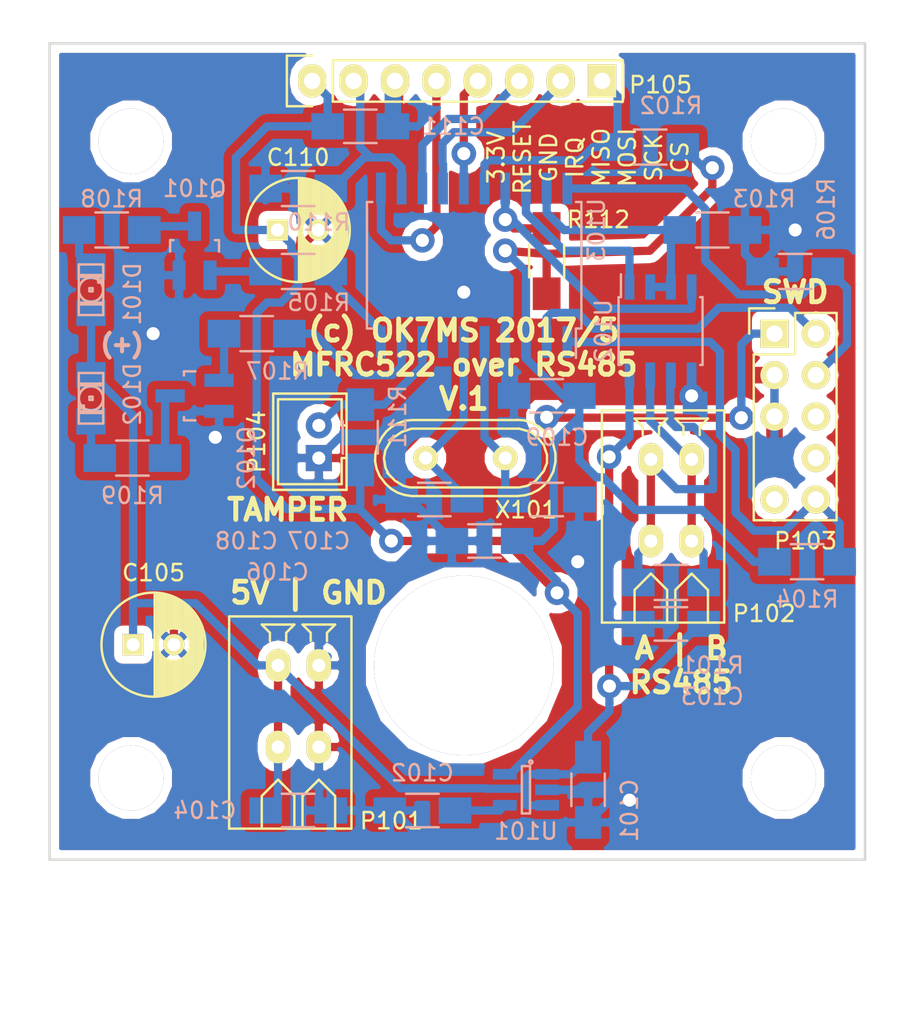
<source format=kicad_pcb>
(kicad_pcb (version 20170123) (host pcbnew "(2017-05-18 revision 2a3a699)-master")

  (general
    (links 85)
    (no_connects 2)
    (area 46.704486 47.086866 102.594086 110.100001)
    (thickness 1.6)
    (drawings 18)
    (tracks 334)
    (zones 0)
    (modules 41)
    (nets 34)
  )

  (page A4)
  (layers
    (0 F.Cu signal)
    (31 B.Cu signal)
    (32 B.Adhes user)
    (33 F.Adhes user)
    (34 B.Paste user)
    (35 F.Paste user)
    (36 B.SilkS user)
    (37 F.SilkS user)
    (38 B.Mask user)
    (39 F.Mask user)
    (40 Dwgs.User user)
    (41 Cmts.User user)
    (42 Eco1.User user)
    (43 Eco2.User user)
    (44 Edge.Cuts user)
    (45 Margin user)
    (46 B.CrtYd user)
    (47 F.CrtYd user)
    (48 B.Fab user)
    (49 F.Fab user)
  )

  (setup
    (last_trace_width 0.508)
    (trace_clearance 0.3048)
    (zone_clearance 0.508)
    (zone_45_only no)
    (trace_min 0.2)
    (segment_width 0.2)
    (edge_width 0.15)
    (via_size 1.5)
    (via_drill 0.8)
    (via_min_size 0.4)
    (via_min_drill 0.3)
    (uvia_size 0.3)
    (uvia_drill 0.1)
    (uvias_allowed no)
    (uvia_min_size 0.2)
    (uvia_min_drill 0.1)
    (pcb_text_width 0.3)
    (pcb_text_size 1.5 1.5)
    (mod_edge_width 0.15)
    (mod_text_size 1 1)
    (mod_text_width 0.15)
    (pad_size 11 11)
    (pad_drill 11)
    (pad_to_mask_clearance 0.2)
    (aux_axis_origin 0 0)
    (grid_origin 50 50)
    (visible_elements FFFFFF7F)
    (pcbplotparams
      (layerselection 0x010f0_ffffffff)
      (usegerberextensions false)
      (excludeedgelayer true)
      (linewidth 0.385000)
      (plotframeref false)
      (viasonmask false)
      (mode 1)
      (useauxorigin false)
      (hpglpennumber 1)
      (hpglpenspeed 20)
      (hpglpendiameter 15)
      (psnegative false)
      (psa4output false)
      (plotreference true)
      (plotvalue true)
      (plotinvisibletext false)
      (padsonsilk false)
      (subtractmaskfromsilk false)
      (outputformat 1)
      (mirror false)
      (drillshape 0)
      (scaleselection 1)
      (outputdirectory seedstudio/))
  )

  (net 0 "")
  (net 1 VCC)
  (net 2 "Net-(C102-Pad1)")
  (net 3 GND)
  (net 4 +3V3)
  (net 5 "Net-(C107-Pad1)")
  (net 6 "Net-(C108-Pad1)")
  (net 7 "Net-(D101-Pad1)")
  (net 8 "Net-(D102-Pad1)")
  (net 9 /SWD_DIO)
  (net 10 /SWD_CLK)
  (net 11 "Net-(P103-Pad6)")
  (net 12 "Net-(P103-Pad8)")
  (net 13 "Net-(P103-Pad9)")
  (net 14 /~RESET)
  (net 15 /TAMPER)
  (net 16 /~RE_RESET)
  (net 17 /IRQ)
  (net 18 /MISO)
  (net 19 /MOSI)
  (net 20 /SCK)
  (net 21 /CS)
  (net 22 "Net-(Q101-Pad1)")
  (net 23 "Net-(Q101-Pad3)")
  (net 24 "Net-(Q102-Pad3)")
  (net 25 "Net-(Q102-Pad1)")
  (net 26 /TX_EN)
  (net 27 "Net-(R105-Pad2)")
  (net 28 "Net-(R107-Pad2)")
  (net 29 /CPU_RX)
  (net 30 /CPU_TX)
  (net 31 "Net-(U103-Pad7)")
  (net 32 /485A)
  (net 33 /485B)

  (net_class Default "This is the default net class."
    (clearance 0.3048)
    (trace_width 0.508)
    (via_dia 1.5)
    (via_drill 0.8)
    (uvia_dia 0.3)
    (uvia_drill 0.1)
    (add_net +3V3)
    (add_net /485A)
    (add_net /485B)
    (add_net /CPU_RX)
    (add_net /CPU_TX)
    (add_net /CS)
    (add_net /IRQ)
    (add_net /MISO)
    (add_net /MOSI)
    (add_net /SCK)
    (add_net /SWD_CLK)
    (add_net /SWD_DIO)
    (add_net /TAMPER)
    (add_net /TX_EN)
    (add_net /~RESET)
    (add_net /~RE_RESET)
    (add_net GND)
    (add_net "Net-(C102-Pad1)")
    (add_net "Net-(C107-Pad1)")
    (add_net "Net-(C108-Pad1)")
    (add_net "Net-(D101-Pad1)")
    (add_net "Net-(D102-Pad1)")
    (add_net "Net-(P103-Pad6)")
    (add_net "Net-(P103-Pad8)")
    (add_net "Net-(P103-Pad9)")
    (add_net "Net-(Q101-Pad1)")
    (add_net "Net-(Q101-Pad3)")
    (add_net "Net-(Q102-Pad1)")
    (add_net "Net-(Q102-Pad3)")
    (add_net "Net-(R105-Pad2)")
    (add_net "Net-(R107-Pad2)")
    (add_net "Net-(U103-Pad7)")
    (add_net VCC)
  )

  (module th-normal:Pin_Header_Straight_1x08 locked (layer F.Cu) (tedit 59230ADF) (tstamp 59207AA8)
    (at 66.1 52.3 90)
    (descr "Through hole pin header")
    (tags "pin header")
    (path /591A1E5B)
    (fp_text reference P105 (at -0.24 21.365 180) (layer F.SilkS)
      (effects (font (size 1 1) (thickness 0.15)))
    )
    (fp_text value CONN_01X08 (at 0 -3.1 90) (layer F.Fab)
      (effects (font (size 1 1) (thickness 0.15)))
    )
    (fp_line (start -1.75 -1.75) (end -1.75 19.55) (layer F.CrtYd) (width 0.05))
    (fp_line (start 1.75 -1.75) (end 1.75 19.55) (layer F.CrtYd) (width 0.05))
    (fp_line (start -1.75 -1.75) (end 1.75 -1.75) (layer F.CrtYd) (width 0.05))
    (fp_line (start -1.75 19.55) (end 1.75 19.55) (layer F.CrtYd) (width 0.05))
    (fp_line (start 1.27 1.27) (end 1.27 19.05) (layer F.SilkS) (width 0.15))
    (fp_line (start 1.27 19.05) (end -1.27 19.05) (layer F.SilkS) (width 0.15))
    (fp_line (start -1.27 19.05) (end -1.27 1.27) (layer F.SilkS) (width 0.15))
    (fp_line (start 1.55 -1.55) (end 1.55 0) (layer F.SilkS) (width 0.15))
    (fp_line (start 1.27 1.27) (end -1.27 1.27) (layer F.SilkS) (width 0.15))
    (fp_line (start -1.55 0) (end -1.55 -1.55) (layer F.SilkS) (width 0.15))
    (fp_line (start -1.55 -1.55) (end 1.55 -1.55) (layer F.SilkS) (width 0.15))
    (pad 1 thru_hole oval (at 0 0 90) (size 2.032 1.7272) (drill 1) (layers *.Cu *.Mask F.SilkS)
      (net 4 +3V3))
    (pad 2 thru_hole oval (at 0 2.54 90) (size 2.032 1.7272) (drill 1) (layers *.Cu *.Mask F.SilkS)
      (net 16 /~RE_RESET))
    (pad 3 thru_hole oval (at 0 5.08 90) (size 2.032 1.7272) (drill 1) (layers *.Cu *.Mask F.SilkS)
      (net 3 GND))
    (pad 4 thru_hole oval (at 0 7.62 90) (size 2.032 1.7272) (drill 1) (layers *.Cu *.Mask F.SilkS)
      (net 17 /IRQ))
    (pad 5 thru_hole oval (at 0 10.16 90) (size 2.032 1.7272) (drill 1) (layers *.Cu *.Mask F.SilkS)
      (net 18 /MISO))
    (pad 6 thru_hole oval (at 0 12.7 90) (size 2.032 1.7272) (drill 1) (layers *.Cu *.Mask F.SilkS)
      (net 19 /MOSI))
    (pad 7 thru_hole oval (at 0 15.24 90) (size 2.032 1.7272) (drill 1) (layers *.Cu *.Mask F.SilkS)
      (net 20 /SCK))
    (pad 8 thru_hole rect (at 0 17.78 90) (size 2.032 1.7272) (drill 1) (layers *.Cu *.Mask F.SilkS)
      (net 21 /CS))
    (model Pin_Headers.3dshapes/Pin_Header_Straight_1x08.wrl
      (at (xyz 0 -0.35 0))
      (scale (xyz 1 1 1))
      (rotate (xyz 0 0 90))
    )
  )

  (module Mounting_Holes:MountingHole_6mm (layer F.Cu) (tedit 592061D1) (tstamp 592094B8)
    (at 75.4 88.1)
    (descr "Mounting hole, Befestigungsbohrung, 6mm, No Annular, Kein Restring,")
    (tags "Mounting hole, Befestigungsbohrung, 6mm, No Annular, Kein Restring,")
    (fp_text reference REF** (at 0 -8.001) (layer F.SilkS) hide
      (effects (font (size 1 1) (thickness 0.15)))
    )
    (fp_text value MountingHole_6mm (at 1.00076 8.001) (layer F.Fab)
      (effects (font (size 1 1) (thickness 0.15)))
    )
    (fp_circle (center 0 0) (end 6 0) (layer Cmts.User) (width 0.381))
    (pad "" thru_hole circle (at 0 0) (size 11 11) (drill 11) (layers *.Cu))
  )

  (module th-normal:Pin_Header_Straight_2x05 (layer F.Cu) (tedit 591EFE58) (tstamp 59207A80)
    (at 94.45 67.78)
    (descr "Through hole pin header")
    (tags "pin header")
    (path /591B7E46)
    (fp_text reference P103 (at 1.905 12.7) (layer F.SilkS)
      (effects (font (size 1 1) (thickness 0.15)))
    )
    (fp_text value CONN_02X05 (at 0 -3.1) (layer F.Fab)
      (effects (font (size 1 1) (thickness 0.15)))
    )
    (fp_line (start -1.75 -1.75) (end -1.75 11.95) (layer F.CrtYd) (width 0.05))
    (fp_line (start 4.3 -1.75) (end 4.3 11.95) (layer F.CrtYd) (width 0.05))
    (fp_line (start -1.75 -1.75) (end 4.3 -1.75) (layer F.CrtYd) (width 0.05))
    (fp_line (start -1.75 11.95) (end 4.3 11.95) (layer F.CrtYd) (width 0.05))
    (fp_line (start 3.81 -1.27) (end 3.81 11.43) (layer F.SilkS) (width 0.15))
    (fp_line (start 3.81 11.43) (end -1.27 11.43) (layer F.SilkS) (width 0.15))
    (fp_line (start -1.27 11.43) (end -1.27 1.27) (layer F.SilkS) (width 0.15))
    (fp_line (start 3.81 -1.27) (end 1.27 -1.27) (layer F.SilkS) (width 0.15))
    (fp_line (start 0 -1.55) (end -1.55 -1.55) (layer F.SilkS) (width 0.15))
    (fp_line (start 1.27 -1.27) (end 1.27 1.27) (layer F.SilkS) (width 0.15))
    (fp_line (start 1.27 1.27) (end -1.27 1.27) (layer F.SilkS) (width 0.15))
    (fp_line (start -1.55 -1.55) (end -1.55 0) (layer F.SilkS) (width 0.15))
    (pad 1 thru_hole rect (at 0 0) (size 1.7272 1.7272) (drill 1) (layers *.Cu *.Mask F.SilkS)
      (net 4 +3V3))
    (pad 2 thru_hole oval (at 2.54 0) (size 1.7272 1.7272) (drill 1) (layers *.Cu *.Mask F.SilkS)
      (net 9 /SWD_DIO))
    (pad 3 thru_hole oval (at 0 2.54) (size 1.7272 1.7272) (drill 1) (layers *.Cu *.Mask F.SilkS)
      (net 3 GND))
    (pad 4 thru_hole oval (at 2.54 2.54) (size 1.7272 1.7272) (drill 1) (layers *.Cu *.Mask F.SilkS)
      (net 10 /SWD_CLK))
    (pad 5 thru_hole oval (at 0 5.08) (size 1.7272 1.7272) (drill 1) (layers *.Cu *.Mask F.SilkS)
      (net 3 GND))
    (pad 6 thru_hole oval (at 2.54 5.08) (size 1.7272 1.7272) (drill 1) (layers *.Cu *.Mask F.SilkS)
      (net 11 "Net-(P103-Pad6)"))
    (pad 8 thru_hole oval (at 2.54 7.62) (size 1.7272 1.7272) (drill 1) (layers *.Cu *.Mask F.SilkS)
      (net 12 "Net-(P103-Pad8)"))
    (pad 9 thru_hole oval (at 0 10.16) (size 1.7272 1.7272) (drill 1) (layers *.Cu *.Mask F.SilkS)
      (net 13 "Net-(P103-Pad9)"))
    (pad 10 thru_hole oval (at 2.54 10.16) (size 1.7272 1.7272) (drill 1) (layers *.Cu *.Mask F.SilkS)
      (net 14 /~RESET))
    (model Pin_Headers.3dshapes/Pin_Header_Straight_2x05.wrl
      (at (xyz 0.05 -0.2 0))
      (scale (xyz 1 1 1))
      (rotate (xyz 0 0 90))
    )
  )

  (module th-normal:C_Radial_D6.3_L11.2_P2.5 (layer F.Cu) (tedit 591EF787) (tstamp 592079BE)
    (at 63.97 61.43)
    (descr "Radial Electrolytic Capacitor, Diameter 6.3mm x Length 11.2mm, Pitch 2.5mm")
    (tags "Electrolytic Capacitor")
    (path /591EC072)
    (fp_text reference C110 (at 1.27 -4.445) (layer F.SilkS)
      (effects (font (size 1 1) (thickness 0.15)))
    )
    (fp_text value Jamicon_220uF_16V_TKP (at 1.25 4.4) (layer F.Fab)
      (effects (font (size 1 1) (thickness 0.15)))
    )
    (fp_circle (center 1.25 0) (end 1.25 -3.4) (layer F.CrtYd) (width 0.05))
    (fp_circle (center 1.25 0) (end 1.25 -3.1875) (layer F.SilkS) (width 0.15))
    (fp_circle (center 2.5 0) (end 2.5 -1) (layer F.SilkS) (width 0.15))
    (fp_line (start 4.265 -0.912) (end 4.265 0.912) (layer F.SilkS) (width 0.15))
    (fp_line (start 4.125 -1.287) (end 4.125 1.287) (layer F.SilkS) (width 0.15))
    (fp_line (start 3.985 -1.563) (end 3.985 1.563) (layer F.SilkS) (width 0.15))
    (fp_line (start 3.845 -1.786) (end 3.845 1.786) (layer F.SilkS) (width 0.15))
    (fp_line (start 3.705 -1.974) (end 3.705 1.974) (layer F.SilkS) (width 0.15))
    (fp_line (start 3.565 -2.136) (end 3.565 2.136) (layer F.SilkS) (width 0.15))
    (fp_line (start 3.425 0.38) (end 3.425 2.279) (layer F.SilkS) (width 0.15))
    (fp_line (start 3.425 -2.279) (end 3.425 -0.38) (layer F.SilkS) (width 0.15))
    (fp_line (start 3.285 0.619) (end 3.285 2.404) (layer F.SilkS) (width 0.15))
    (fp_line (start 3.285 -2.404) (end 3.285 -0.619) (layer F.SilkS) (width 0.15))
    (fp_line (start 3.145 0.764) (end 3.145 2.516) (layer F.SilkS) (width 0.15))
    (fp_line (start 3.145 -2.516) (end 3.145 -0.764) (layer F.SilkS) (width 0.15))
    (fp_line (start 3.005 0.863) (end 3.005 2.616) (layer F.SilkS) (width 0.15))
    (fp_line (start 3.005 -2.616) (end 3.005 -0.863) (layer F.SilkS) (width 0.15))
    (fp_line (start 2.865 0.931) (end 2.865 2.704) (layer F.SilkS) (width 0.15))
    (fp_line (start 2.865 -2.704) (end 2.865 -0.931) (layer F.SilkS) (width 0.15))
    (fp_line (start 2.725 0.974) (end 2.725 2.783) (layer F.SilkS) (width 0.15))
    (fp_line (start 2.725 -2.783) (end 2.725 -0.974) (layer F.SilkS) (width 0.15))
    (fp_line (start 2.585 0.996) (end 2.585 2.853) (layer F.SilkS) (width 0.15))
    (fp_line (start 2.585 -2.853) (end 2.585 -0.996) (layer F.SilkS) (width 0.15))
    (fp_line (start 2.445 0.998) (end 2.445 2.915) (layer F.SilkS) (width 0.15))
    (fp_line (start 2.445 -2.915) (end 2.445 -0.998) (layer F.SilkS) (width 0.15))
    (fp_line (start 2.305 0.981) (end 2.305 2.968) (layer F.SilkS) (width 0.15))
    (fp_line (start 2.305 -2.968) (end 2.305 -0.981) (layer F.SilkS) (width 0.15))
    (fp_line (start 2.165 0.942) (end 2.165 3.014) (layer F.SilkS) (width 0.15))
    (fp_line (start 2.165 -3.014) (end 2.165 -0.942) (layer F.SilkS) (width 0.15))
    (fp_line (start 2.025 0.88) (end 2.025 3.053) (layer F.SilkS) (width 0.15))
    (fp_line (start 2.025 -3.053) (end 2.025 -0.88) (layer F.SilkS) (width 0.15))
    (fp_line (start 1.885 0.789) (end 1.885 3.085) (layer F.SilkS) (width 0.15))
    (fp_line (start 1.885 -3.085) (end 1.885 -0.789) (layer F.SilkS) (width 0.15))
    (fp_line (start 1.745 0.656) (end 1.745 3.111) (layer F.SilkS) (width 0.15))
    (fp_line (start 1.745 -3.111) (end 1.745 -0.656) (layer F.SilkS) (width 0.15))
    (fp_line (start 1.605 0.446) (end 1.605 3.13) (layer F.SilkS) (width 0.15))
    (fp_line (start 1.605 -3.13) (end 1.605 -0.446) (layer F.SilkS) (width 0.15))
    (fp_line (start 1.465 -3.143) (end 1.465 3.143) (layer F.SilkS) (width 0.15))
    (fp_line (start 1.325 -3.149) (end 1.325 3.149) (layer F.SilkS) (width 0.15))
    (pad 1 thru_hole rect (at 0 0) (size 1.3 1.3) (drill 0.8) (layers *.Cu *.Mask F.SilkS)
      (net 4 +3V3))
    (pad 2 thru_hole circle (at 2.5 0) (size 1.3 1.3) (drill 0.8) (layers *.Cu *.Mask F.SilkS)
      (net 3 GND))
    (model Capacitors_ThroughHole.3dshapes/C_Radial_D6.3_L11.2_P2.5.wrl
      (at (xyz 0 0 0))
      (scale (xyz 1 1 1))
      (rotate (xyz 0 0 0))
    )
  )

  (module Mounting_Holes:MountingHole_4mm (layer F.Cu) (tedit 591EFF1F) (tstamp 5920866B)
    (at 95 95)
    (descr "Mounting hole, Befestigungsbohrung, 4mm, No Annular, Kein Restring,")
    (tags "Mounting hole, Befestigungsbohrung, 4mm, No Annular, Kein Restring,")
    (fp_text reference REF** (at 0 -5.4991) (layer F.SilkS) hide
      (effects (font (size 1 1) (thickness 0.15)))
    )
    (fp_text value MountingHole_4mm (at 0 5.99948) (layer F.Fab)
      (effects (font (size 1 1) (thickness 0.15)))
    )
    (fp_circle (center 0 0) (end 4 0) (layer Cmts.User) (width 0.381))
    (pad 1 thru_hole circle (at 0 0) (size 4 4) (drill 4) (layers))
  )

  (module Mounting_Holes:MountingHole_4mm (layer F.Cu) (tedit 591EFF18) (tstamp 59208666)
    (at 55 95)
    (descr "Mounting hole, Befestigungsbohrung, 4mm, No Annular, Kein Restring,")
    (tags "Mounting hole, Befestigungsbohrung, 4mm, No Annular, Kein Restring,")
    (fp_text reference REF** (at 0 -5.4991) (layer F.SilkS) hide
      (effects (font (size 1 1) (thickness 0.15)))
    )
    (fp_text value MountingHole_4mm (at 0 5.99948) (layer F.Fab)
      (effects (font (size 1 1) (thickness 0.15)))
    )
    (fp_circle (center 0 0) (end 4 0) (layer Cmts.User) (width 0.381))
    (pad 1 thru_hole circle (at 0 0) (size 4 4) (drill 4) (layers))
  )

  (module Mounting_Holes:MountingHole_4mm (layer F.Cu) (tedit 591EFF2F) (tstamp 592083F0)
    (at 95 56)
    (descr "Mounting hole, Befestigungsbohrung, 4mm, No Annular, Kein Restring,")
    (tags "Mounting hole, Befestigungsbohrung, 4mm, No Annular, Kein Restring,")
    (fp_text reference REF** (at 0 -5.4991) (layer F.SilkS) hide
      (effects (font (size 1 1) (thickness 0.15)))
    )
    (fp_text value MountingHole_4mm (at 0 5.99948) (layer F.Fab)
      (effects (font (size 1 1) (thickness 0.15)))
    )
    (fp_circle (center 0 0) (end 4 0) (layer Cmts.User) (width 0.381))
    (pad 1 thru_hole circle (at 0 0) (size 4 4) (drill 4) (layers))
  )

  (module Mounting_Holes:MountingHole_4mm (layer F.Cu) (tedit 591EFF35) (tstamp 592083EA)
    (at 55 56)
    (descr "Mounting hole, Befestigungsbohrung, 4mm, No Annular, Kein Restring,")
    (tags "Mounting hole, Befestigungsbohrung, 4mm, No Annular, Kein Restring,")
    (fp_text reference REF** (at 0 -5.4991) (layer F.SilkS) hide
      (effects (font (size 1 1) (thickness 0.15)))
    )
    (fp_text value MountingHole_4mm (at 0 5.99948) (layer F.Fab)
      (effects (font (size 1 1) (thickness 0.15)))
    )
    (fp_circle (center 0 0) (end 4 0) (layer Cmts.User) (width 0.381))
    (pad 1 thru_hole circle (at 0 0) (size 4 4) (drill 4) (layers))
  )

  (module smd-handsolder:C_1206_HandSoldering (layer B.Cu) (tedit 541A9C03) (tstamp 59207910)
    (at 83.02 95.72 270)
    (descr "Capacitor SMD 1206, hand soldering")
    (tags "capacitor 1206")
    (path /591A26E0)
    (attr smd)
    (fp_text reference C101 (at 1.27 -2.54 270) (layer B.SilkS)
      (effects (font (size 1 1) (thickness 0.15)) (justify mirror))
    )
    (fp_text value C (at 0 -2.3 270) (layer B.Fab)
      (effects (font (size 1 1) (thickness 0.15)) (justify mirror))
    )
    (fp_line (start -1 -1.025) (end 1 -1.025) (layer B.SilkS) (width 0.15))
    (fp_line (start 1 1.025) (end -1 1.025) (layer B.SilkS) (width 0.15))
    (fp_line (start 3.3 1.15) (end 3.3 -1.15) (layer B.CrtYd) (width 0.05))
    (fp_line (start -3.3 1.15) (end -3.3 -1.15) (layer B.CrtYd) (width 0.05))
    (fp_line (start -3.3 -1.15) (end 3.3 -1.15) (layer B.CrtYd) (width 0.05))
    (fp_line (start -3.3 1.15) (end 3.3 1.15) (layer B.CrtYd) (width 0.05))
    (pad 2 smd rect (at 2 0 270) (size 2 1.6) (layers B.Cu B.Paste B.Mask)
      (net 3 GND))
    (pad 1 smd rect (at -2 0 270) (size 2 1.6) (layers B.Cu B.Paste B.Mask)
      (net 1 VCC))
    (model Capacitors_SMD.3dshapes/C_1206_HandSoldering.wrl
      (at (xyz 0 0 0))
      (scale (xyz 1 1 1))
      (rotate (xyz 0 0 0))
    )
  )

  (module smd-handsolder:C_1206_HandSoldering (layer B.Cu) (tedit 541A9C03) (tstamp 5920791C)
    (at 72.86 96.99 180)
    (descr "Capacitor SMD 1206, hand soldering")
    (tags "capacitor 1206")
    (path /591A272E)
    (attr smd)
    (fp_text reference C102 (at 0 2.3 180) (layer B.SilkS)
      (effects (font (size 1 1) (thickness 0.15)) (justify mirror))
    )
    (fp_text value C (at 0 -2.3 180) (layer B.Fab)
      (effects (font (size 1 1) (thickness 0.15)) (justify mirror))
    )
    (fp_line (start -3.3 1.15) (end 3.3 1.15) (layer B.CrtYd) (width 0.05))
    (fp_line (start -3.3 -1.15) (end 3.3 -1.15) (layer B.CrtYd) (width 0.05))
    (fp_line (start -3.3 1.15) (end -3.3 -1.15) (layer B.CrtYd) (width 0.05))
    (fp_line (start 3.3 1.15) (end 3.3 -1.15) (layer B.CrtYd) (width 0.05))
    (fp_line (start 1 1.025) (end -1 1.025) (layer B.SilkS) (width 0.15))
    (fp_line (start -1 -1.025) (end 1 -1.025) (layer B.SilkS) (width 0.15))
    (pad 1 smd rect (at -2 0 180) (size 2 1.6) (layers B.Cu B.Paste B.Mask)
      (net 2 "Net-(C102-Pad1)"))
    (pad 2 smd rect (at 2 0 180) (size 2 1.6) (layers B.Cu B.Paste B.Mask)
      (net 3 GND))
    (model Capacitors_SMD.3dshapes/C_1206_HandSoldering.wrl
      (at (xyz 0 0 0))
      (scale (xyz 1 1 1))
      (rotate (xyz 0 0 0))
    )
  )

  (module smd-handsolder:C_1206_HandSoldering (layer B.Cu) (tedit 541A9C03) (tstamp 59207928)
    (at 88.1 85.56 180)
    (descr "Capacitor SMD 1206, hand soldering")
    (tags "capacitor 1206")
    (path /591A2FC4)
    (attr smd)
    (fp_text reference C103 (at -2.54 -4.445 180) (layer B.SilkS)
      (effects (font (size 1 1) (thickness 0.15)) (justify mirror))
    )
    (fp_text value C (at 0 -2.3 180) (layer B.Fab)
      (effects (font (size 1 1) (thickness 0.15)) (justify mirror))
    )
    (fp_line (start -3.3 1.15) (end 3.3 1.15) (layer B.CrtYd) (width 0.05))
    (fp_line (start -3.3 -1.15) (end 3.3 -1.15) (layer B.CrtYd) (width 0.05))
    (fp_line (start -3.3 1.15) (end -3.3 -1.15) (layer B.CrtYd) (width 0.05))
    (fp_line (start 3.3 1.15) (end 3.3 -1.15) (layer B.CrtYd) (width 0.05))
    (fp_line (start 1 1.025) (end -1 1.025) (layer B.SilkS) (width 0.15))
    (fp_line (start -1 -1.025) (end 1 -1.025) (layer B.SilkS) (width 0.15))
    (pad 1 smd rect (at -2 0 180) (size 2 1.6) (layers B.Cu B.Paste B.Mask)
      (net 1 VCC))
    (pad 2 smd rect (at 2 0 180) (size 2 1.6) (layers B.Cu B.Paste B.Mask)
      (net 3 GND))
    (model Capacitors_SMD.3dshapes/C_1206_HandSoldering.wrl
      (at (xyz 0 0 0))
      (scale (xyz 1 1 1))
      (rotate (xyz 0 0 0))
    )
  )

  (module smd-handsolder:C_1206_HandSoldering (layer B.Cu) (tedit 541A9C03) (tstamp 59207934)
    (at 65.24 96.99)
    (descr "Capacitor SMD 1206, hand soldering")
    (tags "capacitor 1206")
    (path /591A1F28)
    (attr smd)
    (fp_text reference C104 (at -5.715 0) (layer B.SilkS)
      (effects (font (size 1 1) (thickness 0.15)) (justify mirror))
    )
    (fp_text value C (at 0 -2.3) (layer B.Fab)
      (effects (font (size 1 1) (thickness 0.15)) (justify mirror))
    )
    (fp_line (start -3.3 1.15) (end 3.3 1.15) (layer B.CrtYd) (width 0.05))
    (fp_line (start -3.3 -1.15) (end 3.3 -1.15) (layer B.CrtYd) (width 0.05))
    (fp_line (start -3.3 1.15) (end -3.3 -1.15) (layer B.CrtYd) (width 0.05))
    (fp_line (start 3.3 1.15) (end 3.3 -1.15) (layer B.CrtYd) (width 0.05))
    (fp_line (start 1 1.025) (end -1 1.025) (layer B.SilkS) (width 0.15))
    (fp_line (start -1 -1.025) (end 1 -1.025) (layer B.SilkS) (width 0.15))
    (pad 1 smd rect (at -2 0) (size 2 1.6) (layers B.Cu B.Paste B.Mask)
      (net 1 VCC))
    (pad 2 smd rect (at 2 0) (size 2 1.6) (layers B.Cu B.Paste B.Mask)
      (net 3 GND))
    (model Capacitors_SMD.3dshapes/C_1206_HandSoldering.wrl
      (at (xyz 0 0 0))
      (scale (xyz 1 1 1))
      (rotate (xyz 0 0 0))
    )
  )

  (module th-normal:C_Radial_D6.3_L11.2_P2.5 (layer F.Cu) (tedit 0) (tstamp 59207961)
    (at 55.12 86.83)
    (descr "Radial Electrolytic Capacitor, Diameter 6.3mm x Length 11.2mm, Pitch 2.5mm")
    (tags "Electrolytic Capacitor")
    (path /591EC4FC)
    (fp_text reference C105 (at 1.25 -4.4) (layer F.SilkS)
      (effects (font (size 1 1) (thickness 0.15)))
    )
    (fp_text value Jamicon_220uF_16V_TKP (at 1.25 4.4) (layer F.Fab)
      (effects (font (size 1 1) (thickness 0.15)))
    )
    (fp_line (start 1.325 -3.149) (end 1.325 3.149) (layer F.SilkS) (width 0.15))
    (fp_line (start 1.465 -3.143) (end 1.465 3.143) (layer F.SilkS) (width 0.15))
    (fp_line (start 1.605 -3.13) (end 1.605 -0.446) (layer F.SilkS) (width 0.15))
    (fp_line (start 1.605 0.446) (end 1.605 3.13) (layer F.SilkS) (width 0.15))
    (fp_line (start 1.745 -3.111) (end 1.745 -0.656) (layer F.SilkS) (width 0.15))
    (fp_line (start 1.745 0.656) (end 1.745 3.111) (layer F.SilkS) (width 0.15))
    (fp_line (start 1.885 -3.085) (end 1.885 -0.789) (layer F.SilkS) (width 0.15))
    (fp_line (start 1.885 0.789) (end 1.885 3.085) (layer F.SilkS) (width 0.15))
    (fp_line (start 2.025 -3.053) (end 2.025 -0.88) (layer F.SilkS) (width 0.15))
    (fp_line (start 2.025 0.88) (end 2.025 3.053) (layer F.SilkS) (width 0.15))
    (fp_line (start 2.165 -3.014) (end 2.165 -0.942) (layer F.SilkS) (width 0.15))
    (fp_line (start 2.165 0.942) (end 2.165 3.014) (layer F.SilkS) (width 0.15))
    (fp_line (start 2.305 -2.968) (end 2.305 -0.981) (layer F.SilkS) (width 0.15))
    (fp_line (start 2.305 0.981) (end 2.305 2.968) (layer F.SilkS) (width 0.15))
    (fp_line (start 2.445 -2.915) (end 2.445 -0.998) (layer F.SilkS) (width 0.15))
    (fp_line (start 2.445 0.998) (end 2.445 2.915) (layer F.SilkS) (width 0.15))
    (fp_line (start 2.585 -2.853) (end 2.585 -0.996) (layer F.SilkS) (width 0.15))
    (fp_line (start 2.585 0.996) (end 2.585 2.853) (layer F.SilkS) (width 0.15))
    (fp_line (start 2.725 -2.783) (end 2.725 -0.974) (layer F.SilkS) (width 0.15))
    (fp_line (start 2.725 0.974) (end 2.725 2.783) (layer F.SilkS) (width 0.15))
    (fp_line (start 2.865 -2.704) (end 2.865 -0.931) (layer F.SilkS) (width 0.15))
    (fp_line (start 2.865 0.931) (end 2.865 2.704) (layer F.SilkS) (width 0.15))
    (fp_line (start 3.005 -2.616) (end 3.005 -0.863) (layer F.SilkS) (width 0.15))
    (fp_line (start 3.005 0.863) (end 3.005 2.616) (layer F.SilkS) (width 0.15))
    (fp_line (start 3.145 -2.516) (end 3.145 -0.764) (layer F.SilkS) (width 0.15))
    (fp_line (start 3.145 0.764) (end 3.145 2.516) (layer F.SilkS) (width 0.15))
    (fp_line (start 3.285 -2.404) (end 3.285 -0.619) (layer F.SilkS) (width 0.15))
    (fp_line (start 3.285 0.619) (end 3.285 2.404) (layer F.SilkS) (width 0.15))
    (fp_line (start 3.425 -2.279) (end 3.425 -0.38) (layer F.SilkS) (width 0.15))
    (fp_line (start 3.425 0.38) (end 3.425 2.279) (layer F.SilkS) (width 0.15))
    (fp_line (start 3.565 -2.136) (end 3.565 2.136) (layer F.SilkS) (width 0.15))
    (fp_line (start 3.705 -1.974) (end 3.705 1.974) (layer F.SilkS) (width 0.15))
    (fp_line (start 3.845 -1.786) (end 3.845 1.786) (layer F.SilkS) (width 0.15))
    (fp_line (start 3.985 -1.563) (end 3.985 1.563) (layer F.SilkS) (width 0.15))
    (fp_line (start 4.125 -1.287) (end 4.125 1.287) (layer F.SilkS) (width 0.15))
    (fp_line (start 4.265 -0.912) (end 4.265 0.912) (layer F.SilkS) (width 0.15))
    (fp_circle (center 2.5 0) (end 2.5 -1) (layer F.SilkS) (width 0.15))
    (fp_circle (center 1.25 0) (end 1.25 -3.1875) (layer F.SilkS) (width 0.15))
    (fp_circle (center 1.25 0) (end 1.25 -3.4) (layer F.CrtYd) (width 0.05))
    (pad 2 thru_hole circle (at 2.5 0) (size 1.3 1.3) (drill 0.8) (layers *.Cu *.Mask F.SilkS)
      (net 3 GND))
    (pad 1 thru_hole rect (at 0 0) (size 1.3 1.3) (drill 0.8) (layers *.Cu *.Mask F.SilkS)
      (net 1 VCC))
    (model Capacitors_ThroughHole.3dshapes/C_Radial_D6.3_L11.2_P2.5.wrl
      (at (xyz 0 0 0))
      (scale (xyz 1 1 1))
      (rotate (xyz 0 0 0))
    )
  )

  (module smd-handsolder:C_1206_HandSoldering (layer B.Cu) (tedit 541A9C03) (tstamp 5920796D)
    (at 76.67 80.48 180)
    (descr "Capacitor SMD 1206, hand soldering")
    (tags "capacitor 1206")
    (path /591A27D8)
    (attr smd)
    (fp_text reference C106 (at 12.7 -1.905 180) (layer B.SilkS)
      (effects (font (size 1 1) (thickness 0.15)) (justify mirror))
    )
    (fp_text value C (at 0 -2.3 180) (layer B.Fab)
      (effects (font (size 1 1) (thickness 0.15)) (justify mirror))
    )
    (fp_line (start -1 -1.025) (end 1 -1.025) (layer B.SilkS) (width 0.15))
    (fp_line (start 1 1.025) (end -1 1.025) (layer B.SilkS) (width 0.15))
    (fp_line (start 3.3 1.15) (end 3.3 -1.15) (layer B.CrtYd) (width 0.05))
    (fp_line (start -3.3 1.15) (end -3.3 -1.15) (layer B.CrtYd) (width 0.05))
    (fp_line (start -3.3 -1.15) (end 3.3 -1.15) (layer B.CrtYd) (width 0.05))
    (fp_line (start -3.3 1.15) (end 3.3 1.15) (layer B.CrtYd) (width 0.05))
    (pad 2 smd rect (at 2 0 180) (size 2 1.6) (layers B.Cu B.Paste B.Mask)
      (net 3 GND))
    (pad 1 smd rect (at -2 0 180) (size 2 1.6) (layers B.Cu B.Paste B.Mask)
      (net 4 +3V3))
    (model Capacitors_SMD.3dshapes/C_1206_HandSoldering.wrl
      (at (xyz 0 0 0))
      (scale (xyz 1 1 1))
      (rotate (xyz 0 0 0))
    )
  )

  (module smd-handsolder:C_1206_HandSoldering (layer B.Cu) (tedit 541A9C03) (tstamp 59207979)
    (at 80.48 77.94)
    (descr "Capacitor SMD 1206, hand soldering")
    (tags "capacitor 1206")
    (path /591E14AD)
    (attr smd)
    (fp_text reference C107 (at -13.97 2.54) (layer B.SilkS)
      (effects (font (size 1 1) (thickness 0.15)) (justify mirror))
    )
    (fp_text value C (at 0 -2.3) (layer B.Fab)
      (effects (font (size 1 1) (thickness 0.15)) (justify mirror))
    )
    (fp_line (start -1 -1.025) (end 1 -1.025) (layer B.SilkS) (width 0.15))
    (fp_line (start 1 1.025) (end -1 1.025) (layer B.SilkS) (width 0.15))
    (fp_line (start 3.3 1.15) (end 3.3 -1.15) (layer B.CrtYd) (width 0.05))
    (fp_line (start -3.3 1.15) (end -3.3 -1.15) (layer B.CrtYd) (width 0.05))
    (fp_line (start -3.3 -1.15) (end 3.3 -1.15) (layer B.CrtYd) (width 0.05))
    (fp_line (start -3.3 1.15) (end 3.3 1.15) (layer B.CrtYd) (width 0.05))
    (pad 2 smd rect (at 2 0) (size 2 1.6) (layers B.Cu B.Paste B.Mask)
      (net 3 GND))
    (pad 1 smd rect (at -2 0) (size 2 1.6) (layers B.Cu B.Paste B.Mask)
      (net 5 "Net-(C107-Pad1)"))
    (model Capacitors_SMD.3dshapes/C_1206_HandSoldering.wrl
      (at (xyz 0 0 0))
      (scale (xyz 1 1 1))
      (rotate (xyz 0 0 0))
    )
  )

  (module smd-handsolder:C_1206_HandSoldering (layer B.Cu) (tedit 541A9C03) (tstamp 59207985)
    (at 73.59 77.94 180)
    (descr "Capacitor SMD 1206, hand soldering")
    (tags "capacitor 1206")
    (path /591E155E)
    (attr smd)
    (fp_text reference C108 (at 11.525 -2.54 180) (layer B.SilkS)
      (effects (font (size 1 1) (thickness 0.15)) (justify mirror))
    )
    (fp_text value C (at 0 -2.3 180) (layer B.Fab)
      (effects (font (size 1 1) (thickness 0.15)) (justify mirror))
    )
    (fp_line (start -3.3 1.15) (end 3.3 1.15) (layer B.CrtYd) (width 0.05))
    (fp_line (start -3.3 -1.15) (end 3.3 -1.15) (layer B.CrtYd) (width 0.05))
    (fp_line (start -3.3 1.15) (end -3.3 -1.15) (layer B.CrtYd) (width 0.05))
    (fp_line (start 3.3 1.15) (end 3.3 -1.15) (layer B.CrtYd) (width 0.05))
    (fp_line (start 1 1.025) (end -1 1.025) (layer B.SilkS) (width 0.15))
    (fp_line (start -1 -1.025) (end 1 -1.025) (layer B.SilkS) (width 0.15))
    (pad 1 smd rect (at -2 0 180) (size 2 1.6) (layers B.Cu B.Paste B.Mask)
      (net 6 "Net-(C108-Pad1)"))
    (pad 2 smd rect (at 2 0 180) (size 2 1.6) (layers B.Cu B.Paste B.Mask)
      (net 3 GND))
    (model Capacitors_SMD.3dshapes/C_1206_HandSoldering.wrl
      (at (xyz 0 0 0))
      (scale (xyz 1 1 1))
      (rotate (xyz 0 0 0))
    )
  )

  (module smd-handsolder:C_1206_HandSoldering (layer B.Cu) (tedit 541A9C03) (tstamp 59207991)
    (at 80.48 71.59 180)
    (descr "Capacitor SMD 1206, hand soldering")
    (tags "capacitor 1206")
    (path /591EAF00)
    (attr smd)
    (fp_text reference C109 (at -0.635 -2.54 180) (layer B.SilkS)
      (effects (font (size 1 1) (thickness 0.15)) (justify mirror))
    )
    (fp_text value C (at 0 -2.3 180) (layer B.Fab)
      (effects (font (size 1 1) (thickness 0.15)) (justify mirror))
    )
    (fp_line (start -1 -1.025) (end 1 -1.025) (layer B.SilkS) (width 0.15))
    (fp_line (start 1 1.025) (end -1 1.025) (layer B.SilkS) (width 0.15))
    (fp_line (start 3.3 1.15) (end 3.3 -1.15) (layer B.CrtYd) (width 0.05))
    (fp_line (start -3.3 1.15) (end -3.3 -1.15) (layer B.CrtYd) (width 0.05))
    (fp_line (start -3.3 -1.15) (end 3.3 -1.15) (layer B.CrtYd) (width 0.05))
    (fp_line (start -3.3 1.15) (end 3.3 1.15) (layer B.CrtYd) (width 0.05))
    (pad 2 smd rect (at 2 0 180) (size 2 1.6) (layers B.Cu B.Paste B.Mask)
      (net 3 GND))
    (pad 1 smd rect (at -2 0 180) (size 2 1.6) (layers B.Cu B.Paste B.Mask)
      (net 4 +3V3))
    (model Capacitors_SMD.3dshapes/C_1206_HandSoldering.wrl
      (at (xyz 0 0 0))
      (scale (xyz 1 1 1))
      (rotate (xyz 0 0 0))
    )
  )

  (module smd-handsolder:C_1206_HandSoldering (layer B.Cu) (tedit 541A9C03) (tstamp 592079CA)
    (at 69.05 55.08)
    (descr "Capacitor SMD 1206, hand soldering")
    (tags "capacitor 1206")
    (path /591EBE78)
    (attr smd)
    (fp_text reference C111 (at 5.715 0) (layer B.SilkS)
      (effects (font (size 1 1) (thickness 0.15)) (justify mirror))
    )
    (fp_text value C (at 0 -2.3) (layer B.Fab)
      (effects (font (size 1 1) (thickness 0.15)) (justify mirror))
    )
    (fp_line (start -3.3 1.15) (end 3.3 1.15) (layer B.CrtYd) (width 0.05))
    (fp_line (start -3.3 -1.15) (end 3.3 -1.15) (layer B.CrtYd) (width 0.05))
    (fp_line (start -3.3 1.15) (end -3.3 -1.15) (layer B.CrtYd) (width 0.05))
    (fp_line (start 3.3 1.15) (end 3.3 -1.15) (layer B.CrtYd) (width 0.05))
    (fp_line (start 1 1.025) (end -1 1.025) (layer B.SilkS) (width 0.15))
    (fp_line (start -1 -1.025) (end 1 -1.025) (layer B.SilkS) (width 0.15))
    (pad 1 smd rect (at -2 0) (size 2 1.6) (layers B.Cu B.Paste B.Mask)
      (net 4 +3V3))
    (pad 2 smd rect (at 2 0) (size 2 1.6) (layers B.Cu B.Paste B.Mask)
      (net 3 GND))
    (model Capacitors_SMD.3dshapes/C_1206_HandSoldering.wrl
      (at (xyz 0 0 0))
      (scale (xyz 1 1 1))
      (rotate (xyz 0 0 0))
    )
  )

  (module smd-normal:LED-1206 (layer B.Cu) (tedit 5538B1FB) (tstamp 592079F4)
    (at 52.54 65.09014 270)
    (descr "LED 1206 smd package")
    (tags "LED1206 SMD")
    (path /591BBBD3)
    (attr smd)
    (fp_text reference D101 (at 0.254 -2.54 270) (layer B.SilkS)
      (effects (font (size 1 1) (thickness 0.15)) (justify mirror))
    )
    (fp_text value LED (at 0 -1.65 270) (layer B.Fab)
      (effects (font (size 1 1) (thickness 0.15)) (justify mirror))
    )
    (fp_line (start 0.09906 -0.09906) (end -0.09906 -0.09906) (layer B.SilkS) (width 0.15))
    (fp_line (start -0.09906 -0.09906) (end -0.09906 0.09906) (layer B.SilkS) (width 0.15))
    (fp_line (start 0.09906 0.09906) (end -0.09906 0.09906) (layer B.SilkS) (width 0.15))
    (fp_line (start 0.09906 -0.09906) (end 0.09906 0.09906) (layer B.SilkS) (width 0.15))
    (fp_line (start -0.44958 -0.6985) (end -0.79756 -0.6985) (layer B.SilkS) (width 0.15))
    (fp_line (start -0.79756 -0.6985) (end -0.79756 -0.44958) (layer B.SilkS) (width 0.15))
    (fp_line (start -0.44958 -0.44958) (end -0.79756 -0.44958) (layer B.SilkS) (width 0.15))
    (fp_line (start -0.44958 -0.6985) (end -0.44958 -0.44958) (layer B.SilkS) (width 0.15))
    (fp_line (start -0.79756 -0.6985) (end -0.89916 -0.6985) (layer B.SilkS) (width 0.15))
    (fp_line (start -0.89916 -0.6985) (end -0.89916 0.49784) (layer B.SilkS) (width 0.15))
    (fp_line (start -0.79756 0.49784) (end -0.89916 0.49784) (layer B.SilkS) (width 0.15))
    (fp_line (start -0.79756 -0.6985) (end -0.79756 0.49784) (layer B.SilkS) (width 0.15))
    (fp_line (start -0.79756 0.54864) (end -0.89916 0.54864) (layer B.SilkS) (width 0.15))
    (fp_line (start -0.89916 0.54864) (end -0.89916 0.6985) (layer B.SilkS) (width 0.15))
    (fp_line (start -0.79756 0.6985) (end -0.89916 0.6985) (layer B.SilkS) (width 0.15))
    (fp_line (start -0.79756 0.54864) (end -0.79756 0.6985) (layer B.SilkS) (width 0.15))
    (fp_line (start 0.89916 -0.6985) (end 0.79756 -0.6985) (layer B.SilkS) (width 0.15))
    (fp_line (start 0.79756 -0.6985) (end 0.79756 0.49784) (layer B.SilkS) (width 0.15))
    (fp_line (start 0.89916 0.49784) (end 0.79756 0.49784) (layer B.SilkS) (width 0.15))
    (fp_line (start 0.89916 -0.6985) (end 0.89916 0.49784) (layer B.SilkS) (width 0.15))
    (fp_line (start 0.89916 0.54864) (end 0.79756 0.54864) (layer B.SilkS) (width 0.15))
    (fp_line (start 0.79756 0.54864) (end 0.79756 0.6985) (layer B.SilkS) (width 0.15))
    (fp_line (start 0.89916 0.6985) (end 0.79756 0.6985) (layer B.SilkS) (width 0.15))
    (fp_line (start 0.89916 0.54864) (end 0.89916 0.6985) (layer B.SilkS) (width 0.15))
    (fp_line (start -0.44958 -0.6985) (end -0.59944 -0.6985) (layer B.SilkS) (width 0.15))
    (fp_line (start -0.59944 -0.6985) (end -0.59944 -0.44958) (layer B.SilkS) (width 0.15))
    (fp_line (start -0.44958 -0.44958) (end -0.59944 -0.44958) (layer B.SilkS) (width 0.15))
    (fp_line (start -0.44958 -0.6985) (end -0.44958 -0.44958) (layer B.SilkS) (width 0.15))
    (fp_line (start -1.5494 -0.7493) (end 1.5494 -0.7493) (layer B.SilkS) (width 0.15))
    (fp_line (start 1.5494 -0.7493) (end 1.5494 0.7493) (layer B.SilkS) (width 0.15))
    (fp_line (start 1.5494 0.7493) (end -1.5494 0.7493) (layer B.SilkS) (width 0.15))
    (fp_line (start -1.5494 0.7493) (end -1.5494 -0.7493) (layer B.SilkS) (width 0.15))
    (fp_arc (start 0 0) (end -0.54864 -0.49784) (angle 95.4) (layer B.SilkS) (width 0.15))
    (fp_arc (start 0 0) (end 0.54864 -0.49784) (angle 84.5) (layer B.SilkS) (width 0.15))
    (fp_arc (start 0 0) (end 0.54864 0.49784) (angle 95.4) (layer B.SilkS) (width 0.15))
    (fp_arc (start 0 0) (end -0.54864 0.49784) (angle 84.5) (layer B.SilkS) (width 0.15))
    (pad 2 smd rect (at 1.41986 0 90) (size 1.59766 1.80086) (layers B.Cu B.Paste B.Mask)
      (net 1 VCC))
    (pad 1 smd rect (at -1.41986 0 90) (size 1.59766 1.80086) (layers B.Cu B.Paste B.Mask)
      (net 7 "Net-(D101-Pad1)"))
  )

  (module smd-normal:LED-1206 (layer B.Cu) (tedit 5538B1FB) (tstamp 59207A1E)
    (at 52.54 71.73986 90)
    (descr "LED 1206 smd package")
    (tags "LED1206 SMD")
    (path /591BBCC5)
    (attr smd)
    (fp_text reference D102 (at 0.254 2.54 90) (layer B.SilkS)
      (effects (font (size 1 1) (thickness 0.15)) (justify mirror))
    )
    (fp_text value LED (at 0 -1.65 90) (layer B.Fab)
      (effects (font (size 1 1) (thickness 0.15)) (justify mirror))
    )
    (fp_arc (start 0 0) (end -0.54864 0.49784) (angle 84.5) (layer B.SilkS) (width 0.15))
    (fp_arc (start 0 0) (end 0.54864 0.49784) (angle 95.4) (layer B.SilkS) (width 0.15))
    (fp_arc (start 0 0) (end 0.54864 -0.49784) (angle 84.5) (layer B.SilkS) (width 0.15))
    (fp_arc (start 0 0) (end -0.54864 -0.49784) (angle 95.4) (layer B.SilkS) (width 0.15))
    (fp_line (start -1.5494 0.7493) (end -1.5494 -0.7493) (layer B.SilkS) (width 0.15))
    (fp_line (start 1.5494 0.7493) (end -1.5494 0.7493) (layer B.SilkS) (width 0.15))
    (fp_line (start 1.5494 -0.7493) (end 1.5494 0.7493) (layer B.SilkS) (width 0.15))
    (fp_line (start -1.5494 -0.7493) (end 1.5494 -0.7493) (layer B.SilkS) (width 0.15))
    (fp_line (start -0.44958 -0.6985) (end -0.44958 -0.44958) (layer B.SilkS) (width 0.15))
    (fp_line (start -0.44958 -0.44958) (end -0.59944 -0.44958) (layer B.SilkS) (width 0.15))
    (fp_line (start -0.59944 -0.6985) (end -0.59944 -0.44958) (layer B.SilkS) (width 0.15))
    (fp_line (start -0.44958 -0.6985) (end -0.59944 -0.6985) (layer B.SilkS) (width 0.15))
    (fp_line (start 0.89916 0.54864) (end 0.89916 0.6985) (layer B.SilkS) (width 0.15))
    (fp_line (start 0.89916 0.6985) (end 0.79756 0.6985) (layer B.SilkS) (width 0.15))
    (fp_line (start 0.79756 0.54864) (end 0.79756 0.6985) (layer B.SilkS) (width 0.15))
    (fp_line (start 0.89916 0.54864) (end 0.79756 0.54864) (layer B.SilkS) (width 0.15))
    (fp_line (start 0.89916 -0.6985) (end 0.89916 0.49784) (layer B.SilkS) (width 0.15))
    (fp_line (start 0.89916 0.49784) (end 0.79756 0.49784) (layer B.SilkS) (width 0.15))
    (fp_line (start 0.79756 -0.6985) (end 0.79756 0.49784) (layer B.SilkS) (width 0.15))
    (fp_line (start 0.89916 -0.6985) (end 0.79756 -0.6985) (layer B.SilkS) (width 0.15))
    (fp_line (start -0.79756 0.54864) (end -0.79756 0.6985) (layer B.SilkS) (width 0.15))
    (fp_line (start -0.79756 0.6985) (end -0.89916 0.6985) (layer B.SilkS) (width 0.15))
    (fp_line (start -0.89916 0.54864) (end -0.89916 0.6985) (layer B.SilkS) (width 0.15))
    (fp_line (start -0.79756 0.54864) (end -0.89916 0.54864) (layer B.SilkS) (width 0.15))
    (fp_line (start -0.79756 -0.6985) (end -0.79756 0.49784) (layer B.SilkS) (width 0.15))
    (fp_line (start -0.79756 0.49784) (end -0.89916 0.49784) (layer B.SilkS) (width 0.15))
    (fp_line (start -0.89916 -0.6985) (end -0.89916 0.49784) (layer B.SilkS) (width 0.15))
    (fp_line (start -0.79756 -0.6985) (end -0.89916 -0.6985) (layer B.SilkS) (width 0.15))
    (fp_line (start -0.44958 -0.6985) (end -0.44958 -0.44958) (layer B.SilkS) (width 0.15))
    (fp_line (start -0.44958 -0.44958) (end -0.79756 -0.44958) (layer B.SilkS) (width 0.15))
    (fp_line (start -0.79756 -0.6985) (end -0.79756 -0.44958) (layer B.SilkS) (width 0.15))
    (fp_line (start -0.44958 -0.6985) (end -0.79756 -0.6985) (layer B.SilkS) (width 0.15))
    (fp_line (start 0.09906 -0.09906) (end 0.09906 0.09906) (layer B.SilkS) (width 0.15))
    (fp_line (start 0.09906 0.09906) (end -0.09906 0.09906) (layer B.SilkS) (width 0.15))
    (fp_line (start -0.09906 -0.09906) (end -0.09906 0.09906) (layer B.SilkS) (width 0.15))
    (fp_line (start 0.09906 -0.09906) (end -0.09906 -0.09906) (layer B.SilkS) (width 0.15))
    (pad 1 smd rect (at -1.41986 0 270) (size 1.59766 1.80086) (layers B.Cu B.Paste B.Mask)
      (net 8 "Net-(D102-Pad1)"))
    (pad 2 smd rect (at 1.41986 0 270) (size 1.59766 1.80086) (layers B.Cu B.Paste B.Mask)
      (net 1 VCC))
  )

  (module th-npth:Wire-2_Wago-233-P2.5mm (layer F.Cu) (tedit 59206007) (tstamp 59207A42)
    (at 65.01 92.1)
    (path /591A1AB9)
    (fp_text reference P101 (at 5.945 5.525) (layer F.SilkS)
      (effects (font (size 1 1) (thickness 0.15)))
    )
    (fp_text value Wago_233-502 (at 0 7.62) (layer F.Fab)
      (effects (font (size 1 1) (thickness 0.15)))
    )
    (fp_line (start -4 6) (end -4 -7) (layer F.SilkS) (width 0.15))
    (fp_line (start -4 -7) (end 3.5 -7) (layer F.SilkS) (width 0.15))
    (fp_line (start 3.5 -7) (end 3.5 6) (layer F.SilkS) (width 0.15))
    (fp_line (start 3.5 6) (end -4 6) (layer F.SilkS) (width 0.15))
    (fp_line (start -4 6) (end -4 6) (layer F.SilkS) (width 0.15))
    (fp_line (start -2 6) (end -2 4) (layer F.SilkS) (width 0.15))
    (fp_line (start -2 4) (end -1 3) (layer F.SilkS) (width 0.15))
    (fp_line (start -1 3) (end 0 4) (layer F.SilkS) (width 0.15))
    (fp_line (start 0 4) (end 0 6) (layer F.SilkS) (width 0.15))
    (fp_line (start 0 6) (end 0.5 6) (layer F.SilkS) (width 0.15))
    (fp_line (start 0.5 6) (end 0.5 4) (layer F.SilkS) (width 0.15))
    (fp_line (start 0.5 4) (end 1.5 3) (layer F.SilkS) (width 0.15))
    (fp_line (start 1.5 3) (end 2.5 4) (layer F.SilkS) (width 0.15))
    (fp_line (start 2.5 4) (end 2.5 6) (layer F.SilkS) (width 0.15))
    (fp_line (start 2.5 6) (end 2.5 6) (layer F.SilkS) (width 0.15))
    (fp_line (start 2.5 6) (end 3 6) (layer F.SilkS) (width 0.15))
    (fp_line (start -1.5 -5.5) (end -1.5 -6) (layer F.SilkS) (width 0.15))
    (fp_line (start -1.5 -6) (end -2 -6.5) (layer F.SilkS) (width 0.15))
    (fp_line (start -2 -6.5) (end 0 -6.5) (layer F.SilkS) (width 0.15))
    (fp_line (start 0 -6.5) (end -0.5 -6) (layer F.SilkS) (width 0.15))
    (fp_line (start -0.5 -6) (end -0.5 -5.5) (layer F.SilkS) (width 0.15))
    (fp_line (start -0.5 -5.5) (end -0.5 -5.5) (layer F.SilkS) (width 0.15))
    (fp_line (start 1 -5.5) (end 1 -6) (layer F.SilkS) (width 0.15))
    (fp_line (start 1 -6) (end 0.5 -6.5) (layer F.SilkS) (width 0.15))
    (fp_line (start 0.5 -6.5) (end 2.5 -6.5) (layer F.SilkS) (width 0.15))
    (fp_line (start 2.5 -6.5) (end 2 -6) (layer F.SilkS) (width 0.15))
    (fp_line (start 2 -6) (end 2 -5.5) (layer F.SilkS) (width 0.15))
    (fp_line (start 2 -5.5) (end 2 -5.5) (layer F.SilkS) (width 0.15))
    (pad 1 thru_hole oval (at -1 1) (size 1.5 2) (drill 0.8) (layers *.Cu *.Mask F.SilkS)
      (net 1 VCC))
    (pad 2 thru_hole oval (at 1.5 1) (size 1.5 2) (drill 0.8) (layers *.Cu *.Mask F.SilkS)
      (net 3 GND))
    (pad 2 thru_hole oval (at 1.5 -4) (size 1.5 2) (drill 0.8) (layers *.Cu *.Mask F.SilkS)
      (net 3 GND))
    (pad 1 thru_hole oval (at -1 -4) (size 1.5 2) (drill 0.8) (layers *.Cu *.Mask F.SilkS)
      (net 1 VCC))
  )

  (module th-npth:Wire-2_Wago-233-P2.5mm (layer F.Cu) (tedit 591720A6) (tstamp 59207A66)
    (at 87.87 79.48)
    (path /591A1B3F)
    (fp_text reference P102 (at 5.945 5.445 180) (layer F.SilkS)
      (effects (font (size 1 1) (thickness 0.15)))
    )
    (fp_text value Wago_233-502 (at 0 7.62) (layer F.Fab)
      (effects (font (size 1 1) (thickness 0.15)))
    )
    (fp_line (start 2 -5.5) (end 2 -5.5) (layer F.SilkS) (width 0.15))
    (fp_line (start 2 -6) (end 2 -5.5) (layer F.SilkS) (width 0.15))
    (fp_line (start 2.5 -6.5) (end 2 -6) (layer F.SilkS) (width 0.15))
    (fp_line (start 0.5 -6.5) (end 2.5 -6.5) (layer F.SilkS) (width 0.15))
    (fp_line (start 1 -6) (end 0.5 -6.5) (layer F.SilkS) (width 0.15))
    (fp_line (start 1 -5.5) (end 1 -6) (layer F.SilkS) (width 0.15))
    (fp_line (start -0.5 -5.5) (end -0.5 -5.5) (layer F.SilkS) (width 0.15))
    (fp_line (start -0.5 -6) (end -0.5 -5.5) (layer F.SilkS) (width 0.15))
    (fp_line (start 0 -6.5) (end -0.5 -6) (layer F.SilkS) (width 0.15))
    (fp_line (start -2 -6.5) (end 0 -6.5) (layer F.SilkS) (width 0.15))
    (fp_line (start -1.5 -6) (end -2 -6.5) (layer F.SilkS) (width 0.15))
    (fp_line (start -1.5 -5.5) (end -1.5 -6) (layer F.SilkS) (width 0.15))
    (fp_line (start 2.5 6) (end 3 6) (layer F.SilkS) (width 0.15))
    (fp_line (start 2.5 6) (end 2.5 6) (layer F.SilkS) (width 0.15))
    (fp_line (start 2.5 4) (end 2.5 6) (layer F.SilkS) (width 0.15))
    (fp_line (start 1.5 3) (end 2.5 4) (layer F.SilkS) (width 0.15))
    (fp_line (start 0.5 4) (end 1.5 3) (layer F.SilkS) (width 0.15))
    (fp_line (start 0.5 6) (end 0.5 4) (layer F.SilkS) (width 0.15))
    (fp_line (start 0 6) (end 0.5 6) (layer F.SilkS) (width 0.15))
    (fp_line (start 0 4) (end 0 6) (layer F.SilkS) (width 0.15))
    (fp_line (start -1 3) (end 0 4) (layer F.SilkS) (width 0.15))
    (fp_line (start -2 4) (end -1 3) (layer F.SilkS) (width 0.15))
    (fp_line (start -2 6) (end -2 4) (layer F.SilkS) (width 0.15))
    (fp_line (start -4 6) (end -4 6) (layer F.SilkS) (width 0.15))
    (fp_line (start 3.5 6) (end -4 6) (layer F.SilkS) (width 0.15))
    (fp_line (start 3.5 -7) (end 3.5 6) (layer F.SilkS) (width 0.15))
    (fp_line (start -4 -7) (end 3.5 -7) (layer F.SilkS) (width 0.15))
    (fp_line (start -4 6) (end -4 -7) (layer F.SilkS) (width 0.15))
    (pad 1 thru_hole oval (at -1 -4) (size 1.5 2) (drill 0.8) (layers *.Cu *.Mask F.SilkS)
      (net 32 /485A))
    (pad 2 thru_hole oval (at 1.5 -4) (size 1.5 2) (drill 0.8) (layers *.Cu *.Mask F.SilkS)
      (net 33 /485B))
    (pad 2 thru_hole oval (at 1.5 1) (size 1.5 2) (drill 0.8) (layers *.Cu *.Mask F.SilkS)
      (net 33 /485B))
    (pad 1 thru_hole oval (at -1 1) (size 1.5 2) (drill 0.8) (layers *.Cu *.Mask F.SilkS)
      (net 32 /485A))
  )

  (module th-normal:Connector_JST_PHR-2 (layer F.Cu) (tedit 57DEA02C) (tstamp 59207A91)
    (at 66.51 74.4 90)
    (path /591C2772)
    (fp_text reference P104 (at 0 -3.81 90) (layer F.SilkS)
      (effects (font (size 1 1) (thickness 0.15)))
    )
    (fp_text value JST (at 0 2.54 90) (layer F.Fab)
      (effects (font (size 1 1) (thickness 0.15)))
    )
    (fp_line (start -1 1.4) (end -1 1.7) (layer F.SilkS) (width 0.15))
    (fp_line (start -2.6 1.4) (end -1 1.4) (layer F.SilkS) (width 0.15))
    (fp_line (start -2.6 -2.5) (end -2.6 1.4) (layer F.SilkS) (width 0.15))
    (fp_line (start 2.6 -2.5) (end -2.6 -2.5) (layer F.SilkS) (width 0.15))
    (fp_line (start 2.6 1.4) (end 2.6 -2.5) (layer F.SilkS) (width 0.15))
    (fp_line (start 1 1.4) (end 2.6 1.4) (layer F.SilkS) (width 0.15))
    (fp_line (start 1 1.7) (end 1 1.4) (layer F.SilkS) (width 0.15))
    (fp_line (start -2.95 -2.8) (end -2.95 1.7) (layer F.SilkS) (width 0.15))
    (fp_line (start 2.95 -2.8) (end 2.95 1.7) (layer F.SilkS) (width 0.15))
    (fp_line (start -2.95 -2.8) (end 2.95 -2.8) (layer F.SilkS) (width 0.15))
    (fp_line (start -2.95 1.7) (end 2.95 1.7) (layer F.SilkS) (width 0.15))
    (pad 2 thru_hole rect (at -1 0 90) (size 1.6 1.6) (drill 0.8) (layers *.Cu *.Mask)
      (net 3 GND))
    (pad 1 thru_hole circle (at 1 0 90) (size 1.6 1.6) (drill 0.8) (layers *.Cu *.Mask)
      (net 15 /TAMPER))
  )

  (module smd-handsolder:SOT-23_HandSoldering (layer B.Cu) (tedit 55C75D43) (tstamp 59207AB3)
    (at 58.89 62.7 180)
    (descr "SOT-23, Handsoldering")
    (tags SOT-23)
    (path /591C0AAE)
    (attr smd)
    (fp_text reference Q101 (at 0 3.81 180) (layer B.SilkS)
      (effects (font (size 1 1) (thickness 0.15)) (justify mirror))
    )
    (fp_text value MMBT2222A (at 0 -3.81 180) (layer B.Fab)
      (effects (font (size 1 1) (thickness 0.15)) (justify mirror))
    )
    (fp_line (start -1.49982 -0.0508) (end -1.49982 0.65024) (layer B.SilkS) (width 0.15))
    (fp_line (start -1.49982 0.65024) (end -1.2509 0.65024) (layer B.SilkS) (width 0.15))
    (fp_line (start 1.29916 0.65024) (end 1.49982 0.65024) (layer B.SilkS) (width 0.15))
    (fp_line (start 1.49982 0.65024) (end 1.49982 -0.0508) (layer B.SilkS) (width 0.15))
    (pad 1 smd rect (at -0.95 -1.50114 180) (size 0.8001 1.80086) (layers B.Cu B.Paste B.Mask)
      (net 22 "Net-(Q101-Pad1)"))
    (pad 2 smd rect (at 0.95 -1.50114 180) (size 0.8001 1.80086) (layers B.Cu B.Paste B.Mask)
      (net 3 GND))
    (pad 3 smd rect (at 0 1.50114 180) (size 0.8001 1.80086) (layers B.Cu B.Paste B.Mask)
      (net 23 "Net-(Q101-Pad3)"))
    (model Housings_SOT-23_SOT-143_TSOT-6.3dshapes/SOT-23_Handsoldering.wrl
      (at (xyz 0 0 0))
      (scale (xyz 1 1 1))
      (rotate (xyz 0 0 0))
    )
  )

  (module smd-handsolder:SOT-23_HandSoldering (layer B.Cu) (tedit 55C75D43) (tstamp 59207ABE)
    (at 58.89 71.59 270)
    (descr "SOT-23, Handsoldering")
    (tags SOT-23)
    (path /591C0B6C)
    (attr smd)
    (fp_text reference Q102 (at 3.81 -3.175 270) (layer B.SilkS)
      (effects (font (size 1 1) (thickness 0.15)) (justify mirror))
    )
    (fp_text value MMBT2222A (at 0 -3.81 270) (layer B.Fab)
      (effects (font (size 1 1) (thickness 0.15)) (justify mirror))
    )
    (fp_line (start 1.49982 0.65024) (end 1.49982 -0.0508) (layer B.SilkS) (width 0.15))
    (fp_line (start 1.29916 0.65024) (end 1.49982 0.65024) (layer B.SilkS) (width 0.15))
    (fp_line (start -1.49982 0.65024) (end -1.2509 0.65024) (layer B.SilkS) (width 0.15))
    (fp_line (start -1.49982 -0.0508) (end -1.49982 0.65024) (layer B.SilkS) (width 0.15))
    (pad 3 smd rect (at 0 1.50114 270) (size 0.8001 1.80086) (layers B.Cu B.Paste B.Mask)
      (net 24 "Net-(Q102-Pad3)"))
    (pad 2 smd rect (at 0.95 -1.50114 270) (size 0.8001 1.80086) (layers B.Cu B.Paste B.Mask)
      (net 3 GND))
    (pad 1 smd rect (at -0.95 -1.50114 270) (size 0.8001 1.80086) (layers B.Cu B.Paste B.Mask)
      (net 25 "Net-(Q102-Pad1)"))
    (model Housings_SOT-23_SOT-143_TSOT-6.3dshapes/SOT-23_Handsoldering.wrl
      (at (xyz 0 0 0))
      (scale (xyz 1 1 1))
      (rotate (xyz 0 0 0))
    )
  )

  (module smd-handsolder:R_1206_HandSoldering (layer B.Cu) (tedit 5418A20D) (tstamp 59207ACA)
    (at 88.1 83.02)
    (descr "Resistor SMD 1206, hand soldering")
    (tags "resistor 1206")
    (path /591A2BE3)
    (attr smd)
    (fp_text reference R101 (at 2.54 5.08) (layer B.SilkS)
      (effects (font (size 1 1) (thickness 0.15)) (justify mirror))
    )
    (fp_text value 100 (at 0 -2.3) (layer B.Fab)
      (effects (font (size 1 1) (thickness 0.15)) (justify mirror))
    )
    (fp_line (start -3.3 1.2) (end 3.3 1.2) (layer B.CrtYd) (width 0.05))
    (fp_line (start -3.3 -1.2) (end 3.3 -1.2) (layer B.CrtYd) (width 0.05))
    (fp_line (start -3.3 1.2) (end -3.3 -1.2) (layer B.CrtYd) (width 0.05))
    (fp_line (start 3.3 1.2) (end 3.3 -1.2) (layer B.CrtYd) (width 0.05))
    (fp_line (start 1 -1.075) (end -1 -1.075) (layer B.SilkS) (width 0.15))
    (fp_line (start -1 1.075) (end 1 1.075) (layer B.SilkS) (width 0.15))
    (pad 1 smd rect (at -2 0) (size 2 1.7) (layers B.Cu B.Paste B.Mask)
      (net 32 /485A))
    (pad 2 smd rect (at 2 0) (size 2 1.7) (layers B.Cu B.Paste B.Mask)
      (net 33 /485B))
    (model Resistors_SMD.3dshapes/R_1206_HandSoldering.wrl
      (at (xyz 0 0 0))
      (scale (xyz 1 1 1))
      (rotate (xyz 0 0 0))
    )
  )

  (module smd-handsolder:R_1206_HandSoldering (layer B.Cu) (tedit 5418A20D) (tstamp 59207AD6)
    (at 86.83 56.35)
    (descr "Resistor SMD 1206, hand soldering")
    (tags "resistor 1206")
    (path /591ED3BF)
    (attr smd)
    (fp_text reference R102 (at 1.27 -2.54) (layer B.SilkS)
      (effects (font (size 1 1) (thickness 0.15)) (justify mirror))
    )
    (fp_text value R (at 0 -2.3) (layer B.Fab)
      (effects (font (size 1 1) (thickness 0.15)) (justify mirror))
    )
    (fp_line (start -1 1.075) (end 1 1.075) (layer B.SilkS) (width 0.15))
    (fp_line (start 1 -1.075) (end -1 -1.075) (layer B.SilkS) (width 0.15))
    (fp_line (start 3.3 1.2) (end 3.3 -1.2) (layer B.CrtYd) (width 0.05))
    (fp_line (start -3.3 1.2) (end -3.3 -1.2) (layer B.CrtYd) (width 0.05))
    (fp_line (start -3.3 -1.2) (end 3.3 -1.2) (layer B.CrtYd) (width 0.05))
    (fp_line (start -3.3 1.2) (end 3.3 1.2) (layer B.CrtYd) (width 0.05))
    (pad 2 smd rect (at 2 0) (size 2 1.7) (layers B.Cu B.Paste B.Mask)
      (net 4 +3V3))
    (pad 1 smd rect (at -2 0) (size 2 1.7) (layers B.Cu B.Paste B.Mask)
      (net 21 /CS))
    (model Resistors_SMD.3dshapes/R_1206_HandSoldering.wrl
      (at (xyz 0 0 0))
      (scale (xyz 1 1 1))
      (rotate (xyz 0 0 0))
    )
  )

  (module smd-handsolder:R_1206_HandSoldering (layer B.Cu) (tedit 5418A20D) (tstamp 59207AE2)
    (at 90.64 61.43)
    (descr "Resistor SMD 1206, hand soldering")
    (tags "resistor 1206")
    (path /591B9D0B)
    (attr smd)
    (fp_text reference R103 (at 3.175 -1.905) (layer B.SilkS)
      (effects (font (size 1 1) (thickness 0.15)) (justify mirror))
    )
    (fp_text value R (at 0 -2.3) (layer B.Fab)
      (effects (font (size 1 1) (thickness 0.15)) (justify mirror))
    )
    (fp_line (start -3.3 1.2) (end 3.3 1.2) (layer B.CrtYd) (width 0.05))
    (fp_line (start -3.3 -1.2) (end 3.3 -1.2) (layer B.CrtYd) (width 0.05))
    (fp_line (start -3.3 1.2) (end -3.3 -1.2) (layer B.CrtYd) (width 0.05))
    (fp_line (start 3.3 1.2) (end 3.3 -1.2) (layer B.CrtYd) (width 0.05))
    (fp_line (start 1 -1.075) (end -1 -1.075) (layer B.SilkS) (width 0.15))
    (fp_line (start -1 1.075) (end 1 1.075) (layer B.SilkS) (width 0.15))
    (pad 1 smd rect (at -2 0) (size 2 1.7) (layers B.Cu B.Paste B.Mask)
      (net 26 /TX_EN))
    (pad 2 smd rect (at 2 0) (size 2 1.7) (layers B.Cu B.Paste B.Mask)
      (net 3 GND))
    (model Resistors_SMD.3dshapes/R_1206_HandSoldering.wrl
      (at (xyz 0 0 0))
      (scale (xyz 1 1 1))
      (rotate (xyz 0 0 0))
    )
  )

  (module smd-handsolder:R_1206_HandSoldering (layer B.Cu) (tedit 5418A20D) (tstamp 59207AEE)
    (at 96.45 81.75)
    (descr "Resistor SMD 1206, hand soldering")
    (tags "resistor 1206")
    (path /591B949B)
    (attr smd)
    (fp_text reference R104 (at 0 2.3) (layer B.SilkS)
      (effects (font (size 1 1) (thickness 0.15)) (justify mirror))
    )
    (fp_text value 10k (at 0 -2.3) (layer B.Fab)
      (effects (font (size 1 1) (thickness 0.15)) (justify mirror))
    )
    (fp_line (start -1 1.075) (end 1 1.075) (layer B.SilkS) (width 0.15))
    (fp_line (start 1 -1.075) (end -1 -1.075) (layer B.SilkS) (width 0.15))
    (fp_line (start 3.3 1.2) (end 3.3 -1.2) (layer B.CrtYd) (width 0.05))
    (fp_line (start -3.3 1.2) (end -3.3 -1.2) (layer B.CrtYd) (width 0.05))
    (fp_line (start -3.3 -1.2) (end 3.3 -1.2) (layer B.CrtYd) (width 0.05))
    (fp_line (start -3.3 1.2) (end 3.3 1.2) (layer B.CrtYd) (width 0.05))
    (pad 2 smd rect (at 2 0) (size 2 1.7) (layers B.Cu B.Paste B.Mask)
      (net 14 /~RESET))
    (pad 1 smd rect (at -2 0) (size 2 1.7) (layers B.Cu B.Paste B.Mask)
      (net 4 +3V3))
    (model Resistors_SMD.3dshapes/R_1206_HandSoldering.wrl
      (at (xyz 0 0 0))
      (scale (xyz 1 1 1))
      (rotate (xyz 0 0 0))
    )
  )

  (module smd-handsolder:R_1206_HandSoldering (layer B.Cu) (tedit 5418A20D) (tstamp 59207AFA)
    (at 65.24 63.97)
    (descr "Resistor SMD 1206, hand soldering")
    (tags "resistor 1206")
    (path /591C10BA)
    (attr smd)
    (fp_text reference R105 (at 1.27 1.905 180) (layer B.SilkS)
      (effects (font (size 1 1) (thickness 0.15)) (justify mirror))
    )
    (fp_text value 10k (at 0 -2.3) (layer B.Fab)
      (effects (font (size 1 1) (thickness 0.15)) (justify mirror))
    )
    (fp_line (start -1 1.075) (end 1 1.075) (layer B.SilkS) (width 0.15))
    (fp_line (start 1 -1.075) (end -1 -1.075) (layer B.SilkS) (width 0.15))
    (fp_line (start 3.3 1.2) (end 3.3 -1.2) (layer B.CrtYd) (width 0.05))
    (fp_line (start -3.3 1.2) (end -3.3 -1.2) (layer B.CrtYd) (width 0.05))
    (fp_line (start -3.3 -1.2) (end 3.3 -1.2) (layer B.CrtYd) (width 0.05))
    (fp_line (start -3.3 1.2) (end 3.3 1.2) (layer B.CrtYd) (width 0.05))
    (pad 2 smd rect (at 2 0) (size 2 1.7) (layers B.Cu B.Paste B.Mask)
      (net 27 "Net-(R105-Pad2)"))
    (pad 1 smd rect (at -2 0) (size 2 1.7) (layers B.Cu B.Paste B.Mask)
      (net 22 "Net-(Q101-Pad1)"))
    (model Resistors_SMD.3dshapes/R_1206_HandSoldering.wrl
      (at (xyz 0 0 0))
      (scale (xyz 1 1 1))
      (rotate (xyz 0 0 0))
    )
  )

  (module smd-handsolder:R_1206_HandSoldering (layer B.Cu) (tedit 5418A20D) (tstamp 59207B06)
    (at 95.72 63.97 180)
    (descr "Resistor SMD 1206, hand soldering")
    (tags "resistor 1206")
    (path /591E0B44)
    (attr smd)
    (fp_text reference R106 (at -1.905 3.81 270) (layer B.SilkS)
      (effects (font (size 1 1) (thickness 0.15)) (justify mirror))
    )
    (fp_text value R (at 0 -2.3 180) (layer B.Fab)
      (effects (font (size 1 1) (thickness 0.15)) (justify mirror))
    )
    (fp_line (start -3.3 1.2) (end 3.3 1.2) (layer B.CrtYd) (width 0.05))
    (fp_line (start -3.3 -1.2) (end 3.3 -1.2) (layer B.CrtYd) (width 0.05))
    (fp_line (start -3.3 1.2) (end -3.3 -1.2) (layer B.CrtYd) (width 0.05))
    (fp_line (start 3.3 1.2) (end 3.3 -1.2) (layer B.CrtYd) (width 0.05))
    (fp_line (start 1 -1.075) (end -1 -1.075) (layer B.SilkS) (width 0.15))
    (fp_line (start -1 1.075) (end 1 1.075) (layer B.SilkS) (width 0.15))
    (pad 1 smd rect (at -2 0 180) (size 2 1.7) (layers B.Cu B.Paste B.Mask)
      (net 10 /SWD_CLK))
    (pad 2 smd rect (at 2 0 180) (size 2 1.7) (layers B.Cu B.Paste B.Mask)
      (net 3 GND))
    (model Resistors_SMD.3dshapes/R_1206_HandSoldering.wrl
      (at (xyz 0 0 0))
      (scale (xyz 1 1 1))
      (rotate (xyz 0 0 0))
    )
  )

  (module smd-handsolder:R_1206_HandSoldering (layer B.Cu) (tedit 5418A20D) (tstamp 59207B12)
    (at 62.7 67.78)
    (descr "Resistor SMD 1206, hand soldering")
    (tags "resistor 1206")
    (path /591C1132)
    (attr smd)
    (fp_text reference R107 (at 1.27 2.3) (layer B.SilkS)
      (effects (font (size 1 1) (thickness 0.15)) (justify mirror))
    )
    (fp_text value 10k (at 0 -2.3) (layer B.Fab)
      (effects (font (size 1 1) (thickness 0.15)) (justify mirror))
    )
    (fp_line (start -3.3 1.2) (end 3.3 1.2) (layer B.CrtYd) (width 0.05))
    (fp_line (start -3.3 -1.2) (end 3.3 -1.2) (layer B.CrtYd) (width 0.05))
    (fp_line (start -3.3 1.2) (end -3.3 -1.2) (layer B.CrtYd) (width 0.05))
    (fp_line (start 3.3 1.2) (end 3.3 -1.2) (layer B.CrtYd) (width 0.05))
    (fp_line (start 1 -1.075) (end -1 -1.075) (layer B.SilkS) (width 0.15))
    (fp_line (start -1 1.075) (end 1 1.075) (layer B.SilkS) (width 0.15))
    (pad 1 smd rect (at -2 0) (size 2 1.7) (layers B.Cu B.Paste B.Mask)
      (net 25 "Net-(Q102-Pad1)"))
    (pad 2 smd rect (at 2 0) (size 2 1.7) (layers B.Cu B.Paste B.Mask)
      (net 28 "Net-(R107-Pad2)"))
    (model Resistors_SMD.3dshapes/R_1206_HandSoldering.wrl
      (at (xyz 0 0 0))
      (scale (xyz 1 1 1))
      (rotate (xyz 0 0 0))
    )
  )

  (module smd-handsolder:R_1206_HandSoldering (layer B.Cu) (tedit 5418A20D) (tstamp 59207B1E)
    (at 53.81 61.43)
    (descr "Resistor SMD 1206, hand soldering")
    (tags "resistor 1206")
    (path /591C09A0)
    (attr smd)
    (fp_text reference R108 (at 0 -1.905) (layer B.SilkS)
      (effects (font (size 1 1) (thickness 0.15)) (justify mirror))
    )
    (fp_text value R (at 0 -2.3) (layer B.Fab)
      (effects (font (size 1 1) (thickness 0.15)) (justify mirror))
    )
    (fp_line (start -1 1.075) (end 1 1.075) (layer B.SilkS) (width 0.15))
    (fp_line (start 1 -1.075) (end -1 -1.075) (layer B.SilkS) (width 0.15))
    (fp_line (start 3.3 1.2) (end 3.3 -1.2) (layer B.CrtYd) (width 0.05))
    (fp_line (start -3.3 1.2) (end -3.3 -1.2) (layer B.CrtYd) (width 0.05))
    (fp_line (start -3.3 -1.2) (end 3.3 -1.2) (layer B.CrtYd) (width 0.05))
    (fp_line (start -3.3 1.2) (end 3.3 1.2) (layer B.CrtYd) (width 0.05))
    (pad 2 smd rect (at 2 0) (size 2 1.7) (layers B.Cu B.Paste B.Mask)
      (net 23 "Net-(Q101-Pad3)"))
    (pad 1 smd rect (at -2 0) (size 2 1.7) (layers B.Cu B.Paste B.Mask)
      (net 7 "Net-(D101-Pad1)"))
    (model Resistors_SMD.3dshapes/R_1206_HandSoldering.wrl
      (at (xyz 0 0 0))
      (scale (xyz 1 1 1))
      (rotate (xyz 0 0 0))
    )
  )

  (module smd-handsolder:R_1206_HandSoldering (layer B.Cu) (tedit 5418A20D) (tstamp 59207B2A)
    (at 55.08 75.4)
    (descr "Resistor SMD 1206, hand soldering")
    (tags "resistor 1206")
    (path /591C0A26)
    (attr smd)
    (fp_text reference R109 (at 0 2.3) (layer B.SilkS)
      (effects (font (size 1 1) (thickness 0.15)) (justify mirror))
    )
    (fp_text value R (at 0 -2.3) (layer B.Fab)
      (effects (font (size 1 1) (thickness 0.15)) (justify mirror))
    )
    (fp_line (start -3.3 1.2) (end 3.3 1.2) (layer B.CrtYd) (width 0.05))
    (fp_line (start -3.3 -1.2) (end 3.3 -1.2) (layer B.CrtYd) (width 0.05))
    (fp_line (start -3.3 1.2) (end -3.3 -1.2) (layer B.CrtYd) (width 0.05))
    (fp_line (start 3.3 1.2) (end 3.3 -1.2) (layer B.CrtYd) (width 0.05))
    (fp_line (start 1 -1.075) (end -1 -1.075) (layer B.SilkS) (width 0.15))
    (fp_line (start -1 1.075) (end 1 1.075) (layer B.SilkS) (width 0.15))
    (pad 1 smd rect (at -2 0) (size 2 1.7) (layers B.Cu B.Paste B.Mask)
      (net 8 "Net-(D102-Pad1)"))
    (pad 2 smd rect (at 2 0) (size 2 1.7) (layers B.Cu B.Paste B.Mask)
      (net 24 "Net-(Q102-Pad3)"))
    (model Resistors_SMD.3dshapes/R_1206_HandSoldering.wrl
      (at (xyz 0 0 0))
      (scale (xyz 1 1 1))
      (rotate (xyz 0 0 0))
    )
  )

  (module smd-handsolder:R_1206_HandSoldering (layer B.Cu) (tedit 5418A20D) (tstamp 59207B36)
    (at 65.24 58.89 180)
    (descr "Resistor SMD 1206, hand soldering")
    (tags "resistor 1206")
    (path /591ED0C5)
    (attr smd)
    (fp_text reference R110 (at -1.27 -2.065 180) (layer B.SilkS)
      (effects (font (size 1 1) (thickness 0.15)) (justify mirror))
    )
    (fp_text value R (at 0 -2.3 180) (layer B.Fab)
      (effects (font (size 1 1) (thickness 0.15)) (justify mirror))
    )
    (fp_line (start -3.3 1.2) (end 3.3 1.2) (layer B.CrtYd) (width 0.05))
    (fp_line (start -3.3 -1.2) (end 3.3 -1.2) (layer B.CrtYd) (width 0.05))
    (fp_line (start -3.3 1.2) (end -3.3 -1.2) (layer B.CrtYd) (width 0.05))
    (fp_line (start 3.3 1.2) (end 3.3 -1.2) (layer B.CrtYd) (width 0.05))
    (fp_line (start 1 -1.075) (end -1 -1.075) (layer B.SilkS) (width 0.15))
    (fp_line (start -1 1.075) (end 1 1.075) (layer B.SilkS) (width 0.15))
    (pad 1 smd rect (at -2 0 180) (size 2 1.7) (layers B.Cu B.Paste B.Mask)
      (net 16 /~RE_RESET))
    (pad 2 smd rect (at 2 0 180) (size 2 1.7) (layers B.Cu B.Paste B.Mask)
      (net 3 GND))
    (model Resistors_SMD.3dshapes/R_1206_HandSoldering.wrl
      (at (xyz 0 0 0))
      (scale (xyz 1 1 1))
      (rotate (xyz 0 0 0))
    )
  )

  (module smd-handsolder:R_1206_HandSoldering (layer B.Cu) (tedit 5418A20D) (tstamp 59207B42)
    (at 69.05 74.13 90)
    (descr "Resistor SMD 1206, hand soldering")
    (tags "resistor 1206")
    (path /591C28D8)
    (attr smd)
    (fp_text reference R111 (at 1.27 2.3 90) (layer B.SilkS)
      (effects (font (size 1 1) (thickness 0.15)) (justify mirror))
    )
    (fp_text value R (at 0 -2.3 90) (layer B.Fab)
      (effects (font (size 1 1) (thickness 0.15)) (justify mirror))
    )
    (fp_line (start -1 1.075) (end 1 1.075) (layer B.SilkS) (width 0.15))
    (fp_line (start 1 -1.075) (end -1 -1.075) (layer B.SilkS) (width 0.15))
    (fp_line (start 3.3 1.2) (end 3.3 -1.2) (layer B.CrtYd) (width 0.05))
    (fp_line (start -3.3 1.2) (end -3.3 -1.2) (layer B.CrtYd) (width 0.05))
    (fp_line (start -3.3 -1.2) (end 3.3 -1.2) (layer B.CrtYd) (width 0.05))
    (fp_line (start -3.3 1.2) (end 3.3 1.2) (layer B.CrtYd) (width 0.05))
    (pad 2 smd rect (at 2 0 90) (size 2 1.7) (layers B.Cu B.Paste B.Mask)
      (net 15 /TAMPER))
    (pad 1 smd rect (at -2 0 90) (size 2 1.7) (layers B.Cu B.Paste B.Mask)
      (net 4 +3V3))
    (model Resistors_SMD.3dshapes/R_1206_HandSoldering.wrl
      (at (xyz 0 0 0))
      (scale (xyz 1 1 1))
      (rotate (xyz 0 0 0))
    )
  )

  (module smd-handsolder:SOT-23-5_HandSoldering (layer B.Cu) (tedit 59202ADF) (tstamp 59207B54)
    (at 79.21 95.72 180)
    (descr "5-pin SOT23 package")
    (tags SOT-23-5)
    (path /591A260B)
    (attr smd)
    (fp_text reference U101 (at 0 -2.54 180) (layer B.SilkS)
      (effects (font (size 1 1) (thickness 0.15)) (justify mirror))
    )
    (fp_text value LP2992AIM5-3.3CT-ND (at -0.05 -2.35 180) (layer B.Fab)
      (effects (font (size 1 1) (thickness 0.15)) (justify mirror))
    )
    (fp_line (start -1.8 1.6) (end 1.8 1.6) (layer B.CrtYd) (width 0.05))
    (fp_line (start 1.8 1.6) (end 1.8 -1.6) (layer B.CrtYd) (width 0.05))
    (fp_line (start 1.8 -1.6) (end -1.8 -1.6) (layer B.CrtYd) (width 0.05))
    (fp_line (start -1.8 -1.6) (end -1.8 1.6) (layer B.CrtYd) (width 0.05))
    (fp_circle (center -0.3 1.7) (end -0.2 1.7) (layer B.SilkS) (width 0.15))
    (fp_line (start 0.25 1.45) (end -0.25 1.45) (layer B.SilkS) (width 0.15))
    (fp_line (start 0.25 -1.45) (end 0.25 1.45) (layer B.SilkS) (width 0.15))
    (fp_line (start -0.25 -1.45) (end 0.25 -1.45) (layer B.SilkS) (width 0.15))
    (fp_line (start -0.25 1.45) (end -0.25 -1.45) (layer B.SilkS) (width 0.15))
    (pad 1 smd rect (at -1.3 0.95 180) (size 1.46 0.65) (layers B.Cu B.Paste B.Mask)
      (net 1 VCC))
    (pad 2 smd rect (at -1.3 0 180) (size 1.46 0.65) (layers B.Cu B.Paste B.Mask)
      (net 3 GND))
    (pad 3 smd rect (at -1.3 -0.95 180) (size 1.46 0.65) (layers B.Cu B.Paste B.Mask)
      (net 1 VCC))
    (pad 4 smd rect (at 1.3 -0.95 180) (size 1.46 0.65) (layers B.Cu B.Paste B.Mask)
      (net 2 "Net-(C102-Pad1)"))
    (pad 5 smd rect (at 1.3 0.95 180) (size 1.46 0.65) (layers B.Cu B.Paste B.Mask)
      (net 4 +3V3))
    (model Housings_SOT-23_SOT-143_TSOT-6.3dshapes/SOT-23-5.wrl
      (at (xyz 0 0 0))
      (scale (xyz 1 1 1))
      (rotate (xyz 0 0 0))
    )
  )

  (module smd-normal:SOIC-8_3.9x4.9mm_Pitch1.27mm (layer B.Cu) (tedit 54130A77) (tstamp 59207B6B)
    (at 87.465 67.62 270)
    (descr "8-Lead Plastic Small Outline (SN) - Narrow, 3.90 mm Body [SOIC] (see Microchip Packaging Specification 00000049BS.pdf)")
    (tags "SOIC 1.27")
    (path /591A2A34)
    (attr smd)
    (fp_text reference U102 (at 0 3.5 270) (layer B.SilkS)
      (effects (font (size 1 1) (thickness 0.15)) (justify mirror))
    )
    (fp_text value SN75176BDR (at 0 -3.5 270) (layer B.Fab)
      (effects (font (size 1 1) (thickness 0.15)) (justify mirror))
    )
    (fp_line (start -3.75 2.75) (end -3.75 -2.75) (layer B.CrtYd) (width 0.05))
    (fp_line (start 3.75 2.75) (end 3.75 -2.75) (layer B.CrtYd) (width 0.05))
    (fp_line (start -3.75 2.75) (end 3.75 2.75) (layer B.CrtYd) (width 0.05))
    (fp_line (start -3.75 -2.75) (end 3.75 -2.75) (layer B.CrtYd) (width 0.05))
    (fp_line (start -2.075 2.575) (end -2.075 2.43) (layer B.SilkS) (width 0.15))
    (fp_line (start 2.075 2.575) (end 2.075 2.43) (layer B.SilkS) (width 0.15))
    (fp_line (start 2.075 -2.575) (end 2.075 -2.43) (layer B.SilkS) (width 0.15))
    (fp_line (start -2.075 -2.575) (end -2.075 -2.43) (layer B.SilkS) (width 0.15))
    (fp_line (start -2.075 2.575) (end 2.075 2.575) (layer B.SilkS) (width 0.15))
    (fp_line (start -2.075 -2.575) (end 2.075 -2.575) (layer B.SilkS) (width 0.15))
    (fp_line (start -2.075 2.43) (end -3.475 2.43) (layer B.SilkS) (width 0.15))
    (pad 1 smd rect (at -2.7 1.905 270) (size 1.55 0.6) (layers B.Cu B.Paste B.Mask)
      (net 29 /CPU_RX))
    (pad 2 smd rect (at -2.7 0.635 270) (size 1.55 0.6) (layers B.Cu B.Paste B.Mask)
      (net 26 /TX_EN))
    (pad 3 smd rect (at -2.7 -0.635 270) (size 1.55 0.6) (layers B.Cu B.Paste B.Mask)
      (net 26 /TX_EN))
    (pad 4 smd rect (at -2.7 -1.905 270) (size 1.55 0.6) (layers B.Cu B.Paste B.Mask)
      (net 30 /CPU_TX))
    (pad 5 smd rect (at 2.7 -1.905 270) (size 1.55 0.6) (layers B.Cu B.Paste B.Mask)
      (net 3 GND))
    (pad 6 smd rect (at 2.7 -0.635 270) (size 1.55 0.6) (layers B.Cu B.Paste B.Mask)
      (net 32 /485A))
    (pad 7 smd rect (at 2.7 0.635 270) (size 1.55 0.6) (layers B.Cu B.Paste B.Mask)
      (net 33 /485B))
    (pad 8 smd rect (at 2.7 1.905 270) (size 1.55 0.6) (layers B.Cu B.Paste B.Mask)
      (net 1 VCC))
    (model Housings_SOIC.3dshapes/SOIC-8_3.9x4.9mm_Pitch1.27mm.wrl
      (at (xyz 0 0 0))
      (scale (xyz 1 1 1))
      (rotate (xyz 0 0 0))
    )
  )

  (module smd-normal:SOIC-20_7.5x12.8mm_Pitch1.27mm (layer B.Cu) (tedit 54130A77) (tstamp 59207B8E)
    (at 76.035 63.59 90)
    (descr "20-Lead Plastic Small Outline (SO) - Wide, 7.50 mm Body [SOIC] (see Microchip Packaging Specification 00000049BS.pdf)")
    (tags "SOIC 1.27")
    (path /591A19D8)
    (attr smd)
    (fp_text reference U103 (at 2.16 7.5 90) (layer B.SilkS)
      (effects (font (size 1 1) (thickness 0.15)) (justify mirror))
    )
    (fp_text value MKE04P24M48SF0 (at 0 -7.5 90) (layer B.Fab)
      (effects (font (size 1 1) (thickness 0.15)) (justify mirror))
    )
    (fp_line (start -5.95 6.75) (end -5.95 -6.75) (layer B.CrtYd) (width 0.05))
    (fp_line (start 5.95 6.75) (end 5.95 -6.75) (layer B.CrtYd) (width 0.05))
    (fp_line (start -5.95 6.75) (end 5.95 6.75) (layer B.CrtYd) (width 0.05))
    (fp_line (start -5.95 -6.75) (end 5.95 -6.75) (layer B.CrtYd) (width 0.05))
    (fp_line (start -3.875 6.575) (end -3.875 6.24) (layer B.SilkS) (width 0.15))
    (fp_line (start 3.875 6.575) (end 3.875 6.24) (layer B.SilkS) (width 0.15))
    (fp_line (start 3.875 -6.575) (end 3.875 -6.24) (layer B.SilkS) (width 0.15))
    (fp_line (start -3.875 -6.575) (end -3.875 -6.24) (layer B.SilkS) (width 0.15))
    (fp_line (start -3.875 6.575) (end 3.875 6.575) (layer B.SilkS) (width 0.15))
    (fp_line (start -3.875 -6.575) (end 3.875 -6.575) (layer B.SilkS) (width 0.15))
    (fp_line (start -3.875 6.24) (end -5.675 6.24) (layer B.SilkS) (width 0.15))
    (pad 1 smd rect (at -4.7 5.715 90) (size 1.95 0.6) (layers B.Cu B.Paste B.Mask)
      (net 14 /~RESET))
    (pad 2 smd rect (at -4.7 4.445 90) (size 1.95 0.6) (layers B.Cu B.Paste B.Mask)
      (net 9 /SWD_DIO))
    (pad 3 smd rect (at -4.7 3.175 90) (size 1.95 0.6) (layers B.Cu B.Paste B.Mask)
      (net 4 +3V3))
    (pad 4 smd rect (at -4.7 1.905 90) (size 1.95 0.6) (layers B.Cu B.Paste B.Mask)
      (net 3 GND))
    (pad 5 smd rect (at -4.7 0.635 90) (size 1.95 0.6) (layers B.Cu B.Paste B.Mask)
      (net 5 "Net-(C107-Pad1)"))
    (pad 6 smd rect (at -4.7 -0.635 90) (size 1.95 0.6) (layers B.Cu B.Paste B.Mask)
      (net 6 "Net-(C108-Pad1)"))
    (pad 7 smd rect (at -4.7 -1.905 90) (size 1.95 0.6) (layers B.Cu B.Paste B.Mask)
      (net 31 "Net-(U103-Pad7)"))
    (pad 8 smd rect (at -4.7 -3.175 90) (size 1.95 0.6) (layers B.Cu B.Paste B.Mask)
      (net 15 /TAMPER))
    (pad 9 smd rect (at -4.7 -4.445 90) (size 1.95 0.6) (layers B.Cu B.Paste B.Mask)
      (net 28 "Net-(R107-Pad2)"))
    (pad 10 smd rect (at -4.7 -5.715 90) (size 1.95 0.6) (layers B.Cu B.Paste B.Mask)
      (net 27 "Net-(R105-Pad2)"))
    (pad 11 smd rect (at 4.7 -5.715 90) (size 1.95 0.6) (layers B.Cu B.Paste B.Mask)
      (net 17 /IRQ))
    (pad 12 smd rect (at 4.7 -4.445 90) (size 1.95 0.6) (layers B.Cu B.Paste B.Mask)
      (net 16 /~RE_RESET))
    (pad 13 smd rect (at 4.7 -3.175 90) (size 1.95 0.6) (layers B.Cu B.Paste B.Mask)
      (net 19 /MOSI))
    (pad 14 smd rect (at 4.7 -1.905 90) (size 1.95 0.6) (layers B.Cu B.Paste B.Mask)
      (net 20 /SCK))
    (pad 15 smd rect (at 4.7 -0.635 90) (size 1.95 0.6) (layers B.Cu B.Paste B.Mask)
      (net 18 /MISO))
    (pad 16 smd rect (at 4.7 0.635 90) (size 1.95 0.6) (layers B.Cu B.Paste B.Mask)
      (net 21 /CS))
    (pad 17 smd rect (at 4.7 1.905 90) (size 1.95 0.6) (layers B.Cu B.Paste B.Mask)
      (net 30 /CPU_TX))
    (pad 18 smd rect (at 4.7 3.175 90) (size 1.95 0.6) (layers B.Cu B.Paste B.Mask)
      (net 29 /CPU_RX))
    (pad 19 smd rect (at 4.7 4.445 90) (size 1.95 0.6) (layers B.Cu B.Paste B.Mask)
      (net 26 /TX_EN))
    (pad 20 smd rect (at 4.7 5.715 90) (size 1.95 0.6) (layers B.Cu B.Paste B.Mask)
      (net 10 /SWD_CLK))
    (model Housings_SOIC.3dshapes/SOIC-20_7.5x12.8mm_Pitch1.27mm.wrl
      (at (xyz 0 0 0))
      (scale (xyz 1 1 1))
      (rotate (xyz 0 0 0))
    )
  )

  (module th-normal:Crystal_HC49-U_Vertical (layer F.Cu) (tedit 0) (tstamp 59207BC7)
    (at 75.49906 75.4 180)
    (descr "Crystal, Quarz, HC49/U, vertical, stehend,")
    (tags "Crystal, Quarz, HC49/U, vertical, stehend,")
    (path /591E1AA3)
    (fp_text reference X101 (at -3.71094 -3.175 180) (layer F.SilkS)
      (effects (font (size 1 1) (thickness 0.15)))
    )
    (fp_text value CRYSTAL (at 0 3.81 180) (layer F.Fab)
      (effects (font (size 1 1) (thickness 0.15)))
    )
    (fp_line (start 4.699 -1.00076) (end 4.89966 -0.59944) (layer F.SilkS) (width 0.15))
    (fp_line (start 4.89966 -0.59944) (end 5.00126 0) (layer F.SilkS) (width 0.15))
    (fp_line (start 5.00126 0) (end 4.89966 0.50038) (layer F.SilkS) (width 0.15))
    (fp_line (start 4.89966 0.50038) (end 4.50088 1.19888) (layer F.SilkS) (width 0.15))
    (fp_line (start 4.50088 1.19888) (end 3.8989 1.6002) (layer F.SilkS) (width 0.15))
    (fp_line (start 3.8989 1.6002) (end 3.29946 1.80086) (layer F.SilkS) (width 0.15))
    (fp_line (start 3.29946 1.80086) (end -3.29946 1.80086) (layer F.SilkS) (width 0.15))
    (fp_line (start -3.29946 1.80086) (end -4.0005 1.6002) (layer F.SilkS) (width 0.15))
    (fp_line (start -4.0005 1.6002) (end -4.39928 1.30048) (layer F.SilkS) (width 0.15))
    (fp_line (start -4.39928 1.30048) (end -4.8006 0.8001) (layer F.SilkS) (width 0.15))
    (fp_line (start -4.8006 0.8001) (end -5.00126 0.20066) (layer F.SilkS) (width 0.15))
    (fp_line (start -5.00126 0.20066) (end -5.00126 -0.29972) (layer F.SilkS) (width 0.15))
    (fp_line (start -5.00126 -0.29972) (end -4.8006 -0.8001) (layer F.SilkS) (width 0.15))
    (fp_line (start -4.8006 -0.8001) (end -4.30022 -1.39954) (layer F.SilkS) (width 0.15))
    (fp_line (start -4.30022 -1.39954) (end -3.79984 -1.69926) (layer F.SilkS) (width 0.15))
    (fp_line (start -3.79984 -1.69926) (end -3.29946 -1.80086) (layer F.SilkS) (width 0.15))
    (fp_line (start -3.2004 -1.80086) (end 3.40106 -1.80086) (layer F.SilkS) (width 0.15))
    (fp_line (start 3.40106 -1.80086) (end 3.79984 -1.69926) (layer F.SilkS) (width 0.15))
    (fp_line (start 3.79984 -1.69926) (end 4.30022 -1.39954) (layer F.SilkS) (width 0.15))
    (fp_line (start 4.30022 -1.39954) (end 4.8006 -0.89916) (layer F.SilkS) (width 0.15))
    (fp_line (start -3.19024 -2.32918) (end -3.64998 -2.28092) (layer F.SilkS) (width 0.15))
    (fp_line (start -3.64998 -2.28092) (end -4.04876 -2.16916) (layer F.SilkS) (width 0.15))
    (fp_line (start -4.04876 -2.16916) (end -4.48056 -1.95072) (layer F.SilkS) (width 0.15))
    (fp_line (start -4.48056 -1.95072) (end -4.77012 -1.71958) (layer F.SilkS) (width 0.15))
    (fp_line (start -4.77012 -1.71958) (end -5.10032 -1.36906) (layer F.SilkS) (width 0.15))
    (fp_line (start -5.10032 -1.36906) (end -5.38988 -0.83058) (layer F.SilkS) (width 0.15))
    (fp_line (start -5.38988 -0.83058) (end -5.51942 -0.23114) (layer F.SilkS) (width 0.15))
    (fp_line (start -5.51942 -0.23114) (end -5.51942 0.2794) (layer F.SilkS) (width 0.15))
    (fp_line (start -5.51942 0.2794) (end -5.34924 0.98044) (layer F.SilkS) (width 0.15))
    (fp_line (start -5.34924 0.98044) (end -4.95046 1.56972) (layer F.SilkS) (width 0.15))
    (fp_line (start -4.95046 1.56972) (end -4.49072 1.94056) (layer F.SilkS) (width 0.15))
    (fp_line (start -4.49072 1.94056) (end -4.06908 2.14884) (layer F.SilkS) (width 0.15))
    (fp_line (start -4.06908 2.14884) (end -3.6195 2.30886) (layer F.SilkS) (width 0.15))
    (fp_line (start -3.6195 2.30886) (end -3.18008 2.33934) (layer F.SilkS) (width 0.15))
    (fp_line (start 4.16052 2.1209) (end 4.53898 1.89992) (layer F.SilkS) (width 0.15))
    (fp_line (start 4.53898 1.89992) (end 4.85902 1.62052) (layer F.SilkS) (width 0.15))
    (fp_line (start 4.85902 1.62052) (end 5.11048 1.29032) (layer F.SilkS) (width 0.15))
    (fp_line (start 5.11048 1.29032) (end 5.4102 0.73914) (layer F.SilkS) (width 0.15))
    (fp_line (start 5.4102 0.73914) (end 5.51942 0.26924) (layer F.SilkS) (width 0.15))
    (fp_line (start 5.51942 0.26924) (end 5.53974 -0.1905) (layer F.SilkS) (width 0.15))
    (fp_line (start 5.53974 -0.1905) (end 5.45084 -0.65024) (layer F.SilkS) (width 0.15))
    (fp_line (start 5.45084 -0.65024) (end 5.26034 -1.09982) (layer F.SilkS) (width 0.15))
    (fp_line (start 5.26034 -1.09982) (end 4.89966 -1.56972) (layer F.SilkS) (width 0.15))
    (fp_line (start 4.89966 -1.56972) (end 4.54914 -1.88976) (layer F.SilkS) (width 0.15))
    (fp_line (start 4.54914 -1.88976) (end 4.16052 -2.1209) (layer F.SilkS) (width 0.15))
    (fp_line (start 4.16052 -2.1209) (end 3.73126 -2.2606) (layer F.SilkS) (width 0.15))
    (fp_line (start 3.73126 -2.2606) (end 3.2893 -2.32918) (layer F.SilkS) (width 0.15))
    (fp_line (start -3.2004 2.32918) (end 3.2512 2.32918) (layer F.SilkS) (width 0.15))
    (fp_line (start 3.2512 2.32918) (end 3.6703 2.29108) (layer F.SilkS) (width 0.15))
    (fp_line (start 3.6703 2.29108) (end 4.16052 2.1209) (layer F.SilkS) (width 0.15))
    (fp_line (start -3.2004 -2.32918) (end 3.2512 -2.32918) (layer F.SilkS) (width 0.15))
    (pad 1 thru_hole circle (at -2.44094 0 180) (size 1.50114 1.50114) (drill 0.8001) (layers *.Cu *.Mask F.SilkS)
      (net 5 "Net-(C107-Pad1)"))
    (pad 2 thru_hole circle (at 2.44094 0 180) (size 1.50114 1.50114) (drill 0.8001) (layers *.Cu *.Mask F.SilkS)
      (net 6 "Net-(C108-Pad1)"))
  )

  (module smd-handsolder:R_1206_HandSoldering (layer F.Cu) (tedit 5418A20D) (tstamp 59296D35)
    (at 80.48 63.335 90)
    (descr "Resistor SMD 1206, hand soldering")
    (tags "resistor 1206")
    (path /5927213E)
    (attr smd)
    (fp_text reference R112 (at 2.54 3.175 180) (layer F.SilkS)
      (effects (font (size 1 1) (thickness 0.15)))
    )
    (fp_text value R (at 0 2.3 90) (layer F.Fab)
      (effects (font (size 1 1) (thickness 0.15)))
    )
    (fp_line (start -3.3 -1.2) (end 3.3 -1.2) (layer F.CrtYd) (width 0.05))
    (fp_line (start -3.3 1.2) (end 3.3 1.2) (layer F.CrtYd) (width 0.05))
    (fp_line (start -3.3 -1.2) (end -3.3 1.2) (layer F.CrtYd) (width 0.05))
    (fp_line (start 3.3 -1.2) (end 3.3 1.2) (layer F.CrtYd) (width 0.05))
    (fp_line (start 1 1.075) (end -1 1.075) (layer F.SilkS) (width 0.15))
    (fp_line (start -1 -1.075) (end 1 -1.075) (layer F.SilkS) (width 0.15))
    (pad 1 smd rect (at -2 0 90) (size 2 1.7) (layers F.Cu F.Paste F.Mask)
      (net 4 +3V3))
    (pad 2 smd rect (at 2 0 90) (size 2 1.7) (layers F.Cu F.Paste F.Mask)
      (net 30 /CPU_TX))
    (model Resistors_SMD.3dshapes/R_1206_HandSoldering.wrl
      (at (xyz 0 0 0))
      (scale (xyz 1 1 1))
      (rotate (xyz 0 0 0))
    )
  )

  (gr_text "3.3V\nRESET\nGND\nIRQ\nMISO\nMOSI\nSCK\nCS" (at 83.02 56.985 90) (layer F.SilkS)
    (effects (font (size 1 1) (thickness 0.15)))
  )
  (gr_text SWD (at 95.72 65.24) (layer F.SilkS)
    (effects (font (size 1.3 1.3) (thickness 0.3)))
  )
  (gr_text "A | B\nRS485" (at 88.735 88.1) (layer F.SilkS)
    (effects (font (size 1.3 1.3) (thickness 0.3)))
  )
  (gr_text TAMPER (at 64.605 78.575) (layer F.SilkS)
    (effects (font (size 1.3 1.3) (thickness 0.3)))
  )
  (gr_text "5V | GND" (at 65.875 83.655) (layer F.SilkS)
    (effects (font (size 1.3 1.3) (thickness 0.3)))
  )
  (gr_text "(c) OK7MS 2017/5\nMFRC522 over RS485\nV.1" (at 75.4 69.685) (layer F.SilkS)
    (effects (font (size 1.3 1.3) (thickness 0.3)))
  )
  (gr_text "(+)" (at 54.445 68.415) (layer B.SilkS)
    (effects (font (size 1 1) (thickness 0.25)) (justify mirror))
  )
  (gr_line (start 75 50) (end 75 50) (layer Cmts.User) (width 0.2) (tstamp 59208658))
  (gr_line (start 55 50) (end 75 50) (layer Cmts.User) (width 0.2))
  (gr_line (start 55 110) (end 55 50) (layer Cmts.User) (width 0.2))
  (gr_line (start 95 110) (end 55 110) (layer Cmts.User) (width 0.2))
  (gr_line (start 95 50) (end 95 110) (layer Cmts.User) (width 0.2))
  (gr_line (start 75 50) (end 95 50) (layer Cmts.User) (width 0.2))
  (gr_line (start 50 50) (end 50 50) (layer Edge.Cuts) (width 0.15) (tstamp 59207664))
  (gr_line (start 100 50) (end 50 50) (layer Edge.Cuts) (width 0.15))
  (gr_line (start 100 100) (end 100 50) (layer Edge.Cuts) (width 0.15))
  (gr_line (start 50 100) (end 100 100) (layer Edge.Cuts) (width 0.15))
  (gr_line (start 50 50) (end 50 100) (layer Edge.Cuts) (width 0.15))

  (segment (start 64.01 88.1) (end 64.01 88.14) (width 0.508) (layer B.Cu) (net 1))
  (segment (start 64.01 88.14) (end 71.501199 95.631199) (width 0.508) (layer B.Cu) (net 1))
  (segment (start 71.501199 95.631199) (end 76.710357 95.631199) (width 0.508) (layer B.Cu) (net 1))
  (segment (start 76.710357 95.631199) (end 76.732959 95.653801) (width 0.508) (layer B.Cu) (net 1))
  (segment (start 76.732959 95.653801) (end 79.087041 95.653801) (width 0.508) (layer B.Cu) (net 1))
  (segment (start 79.087041 95.653801) (end 79.198801 95.542041) (width 0.508) (layer B.Cu) (net 1))
  (segment (start 79.198801 95.542041) (end 79.198801 94.975687) (width 0.508) (layer B.Cu) (net 1))
  (segment (start 79.404488 94.77) (end 80.51 94.77) (width 0.508) (layer B.Cu) (net 1))
  (segment (start 79.198801 94.975687) (end 79.404488 94.77) (width 0.508) (layer B.Cu) (net 1))
  (segment (start 84.311472 89.352662) (end 84.32881 89.37) (width 0.508) (layer F.Cu) (net 1))
  (segment (start 84.32881 90.43066) (end 84.32881 89.37) (width 0.508) (layer B.Cu) (net 1))
  (segment (start 84.32881 90.90319) (end 84.32881 90.43066) (width 0.508) (layer B.Cu) (net 1))
  (segment (start 83.02 92.212) (end 84.32881 90.90319) (width 0.508) (layer B.Cu) (net 1))
  (segment (start 85.38947 89.37) (end 84.32881 89.37) (width 0.508) (layer B.Cu) (net 1))
  (segment (start 90.1 85.56) (end 89.9 85.56) (width 0.508) (layer B.Cu) (net 1))
  (segment (start 83.02 93.72) (end 83.02 92.212) (width 0.508) (layer B.Cu) (net 1))
  (segment (start 89.9 85.56) (end 86.09 89.37) (width 0.508) (layer B.Cu) (net 1))
  (segment (start 86.09 89.37) (end 85.38947 89.37) (width 0.508) (layer B.Cu) (net 1))
  (segment (start 84.311472 75.330118) (end 84.311472 89.352662) (width 0.508) (layer F.Cu) (net 1))
  (via (at 84.32881 89.37) (size 1.5) (drill 0.8) (layers F.Cu B.Cu) (net 1))
  (segment (start 83.02 93.72) (end 83.02 93.52) (width 0.508) (layer B.Cu) (net 1))
  (segment (start 80.51 94.77) (end 81.97 94.77) (width 0.508) (layer B.Cu) (net 1))
  (segment (start 81.97 94.77) (end 83.02 93.72) (width 0.508) (layer B.Cu) (net 1))
  (segment (start 79.198801 95.542041) (end 79.198801 96.596801) (width 0.508) (layer B.Cu) (net 1))
  (segment (start 79.198801 96.596801) (end 79.272 96.67) (width 0.508) (layer B.Cu) (net 1))
  (segment (start 79.272 96.67) (end 80.51 96.67) (width 0.508) (layer B.Cu) (net 1))
  (segment (start 85.56 70.32) (end 85.56 74.08159) (width 0.508) (layer B.Cu) (net 1))
  (segment (start 85.56 74.08159) (end 84.311472 75.330118) (width 0.508) (layer B.Cu) (net 1))
  (via (at 84.311472 75.330118) (size 1.5) (drill 0.8) (layers F.Cu B.Cu) (net 1))
  (segment (start 64.01 93.1) (end 64.01 96.22) (width 0.508) (layer B.Cu) (net 1))
  (segment (start 64.01 96.22) (end 63.24 96.99) (width 0.508) (layer B.Cu) (net 1))
  (segment (start 64.01 88.1) (end 64.01 93.1) (width 0.508) (layer F.Cu) (net 1))
  (segment (start 55.12 84.29) (end 55.12 85.672) (width 0.508) (layer B.Cu) (net 1))
  (segment (start 55.12 72.7984) (end 55.12 84.29) (width 0.508) (layer B.Cu) (net 1))
  (segment (start 55.12 84.29) (end 58.942 84.29) (width 0.508) (layer B.Cu) (net 1))
  (segment (start 58.942 84.29) (end 62.752 88.1) (width 0.508) (layer B.Cu) (net 1))
  (segment (start 62.752 88.1) (end 64.01 88.1) (width 0.508) (layer B.Cu) (net 1))
  (segment (start 52.54 70.32) (end 52.6416 70.32) (width 0.508) (layer B.Cu) (net 1))
  (segment (start 52.6416 70.32) (end 55.12 72.7984) (width 0.508) (layer B.Cu) (net 1))
  (segment (start 55.12 85.672) (end 55.12 86.83) (width 0.508) (layer B.Cu) (net 1))
  (segment (start 52.54 66.51) (end 52.54 70.32) (width 0.508) (layer B.Cu) (net 1))
  (segment (start 74.86 96.99) (end 77.59 96.99) (width 0.508) (layer B.Cu) (net 2))
  (segment (start 77.59 96.99) (end 77.91 96.67) (width 0.508) (layer B.Cu) (net 2))
  (segment (start 95.72 61.43) (end 89.37 67.78) (width 0.508) (layer F.Cu) (net 3))
  (segment (start 89.37 67.78) (end 77.94 67.78) (width 0.508) (layer F.Cu) (net 3))
  (segment (start 77.94 67.78) (end 75.4 65.24) (width 0.508) (layer F.Cu) (net 3))
  (segment (start 94.45 72.86) (end 94.45 74.13) (width 1.016) (layer F.Cu) (net 3))
  (segment (start 94.45 74.13) (end 91.91 76.67) (width 0.508) (layer F.Cu) (net 3))
  (segment (start 91.91 76.67) (end 91.91 90.005) (width 0.508) (layer F.Cu) (net 3))
  (segment (start 91.91 90.005) (end 85.56 96.355) (width 0.508) (layer F.Cu) (net 3))
  (segment (start 94.45 70.32) (end 90.64 70.32) (width 1.016) (layer F.Cu) (net 3))
  (segment (start 90.64 70.32) (end 89.37 71.59) (width 0.508) (layer F.Cu) (net 3))
  (segment (start 71.18 56.125) (end 66.735 56.125) (width 0.508) (layer F.Cu) (net 3))
  (segment (start 66.735 56.125) (end 65.24 57.62) (width 0.508) (layer F.Cu) (net 3))
  (segment (start 71.18 52.3) (end 71.18 56.125) (width 1.016) (layer F.Cu) (net 3))
  (segment (start 86.1 85.56) (end 84.592 85.56) (width 0.508) (layer B.Cu) (net 3))
  (segment (start 84.592 85.56) (end 83.655 84.623) (width 0.508) (layer B.Cu) (net 3))
  (segment (start 83.655 84.623) (end 83.655 80.48) (width 0.508) (layer B.Cu) (net 3))
  (segment (start 83.655 80.48) (end 82.48 79.305) (width 0.508) (layer B.Cu) (net 3))
  (segment (start 85.56 96.355) (end 84.385 96.355) (width 0.508) (layer B.Cu) (net 3))
  (segment (start 84.385 96.355) (end 83.02 97.72) (width 0.508) (layer B.Cu) (net 3))
  (segment (start 83.02 83.44566) (end 83.02 93.815) (width 0.508) (layer F.Cu) (net 3))
  (segment (start 83.02 93.815) (end 85.56 96.355) (width 0.508) (layer F.Cu) (net 3))
  (via (at 85.56 96.355) (size 1.5) (drill 0.8) (layers F.Cu B.Cu) (net 3))
  (segment (start 82.385 81.75) (end 82.385 82.81066) (width 0.508) (layer F.Cu) (net 3))
  (segment (start 82.385 82.81066) (end 83.02 83.44566) (width 0.508) (layer F.Cu) (net 3))
  (segment (start 83.655 80.48) (end 82.385 81.75) (width 0.508) (layer B.Cu) (net 3))
  (via (at 82.385 81.75) (size 1.5) (drill 0.8) (layers F.Cu B.Cu) (net 3))
  (segment (start 82.48 79.248) (end 82.48 77.94) (width 0.508) (layer B.Cu) (net 3))
  (segment (start 82.48 79.305) (end 82.48 79.248) (width 0.508) (layer B.Cu) (net 3))
  (segment (start 74.67 80.48) (end 72.86 80.48) (width 0.508) (layer B.Cu) (net 3))
  (segment (start 72.86 80.48) (end 66.51 86.83) (width 0.508) (layer B.Cu) (net 3))
  (segment (start 66.51 86.83) (end 66.51 88.1) (width 0.508) (layer B.Cu) (net 3))
  (segment (start 66.51 86.592) (end 66.51 88.1) (width 0.508) (layer F.Cu) (net 3))
  (segment (start 89.37 71.59) (end 74.93025 71.59) (width 0.508) (layer F.Cu) (net 3))
  (segment (start 74.93025 71.59) (end 66.51 80.01025) (width 0.508) (layer F.Cu) (net 3))
  (segment (start 66.51 80.01025) (end 66.51 86.592) (width 0.508) (layer F.Cu) (net 3))
  (segment (start 71.59 77.94) (end 72.13 77.94) (width 0.508) (layer B.Cu) (net 3))
  (segment (start 72.13 77.94) (end 74.67 80.48) (width 0.508) (layer B.Cu) (net 3))
  (segment (start 80.51 95.72) (end 82.528 95.72) (width 0.508) (layer B.Cu) (net 3))
  (segment (start 82.528 95.72) (end 83.02 96.212) (width 0.508) (layer B.Cu) (net 3))
  (segment (start 83.02 96.212) (end 83.02 97.72) (width 0.508) (layer B.Cu) (net 3))
  (segment (start 70.86 96.99) (end 67.24 96.99) (width 0.508) (layer B.Cu) (net 3))
  (segment (start 83.02 97.72) (end 81.712 97.72) (width 0.508) (layer B.Cu) (net 3))
  (segment (start 81.712 97.72) (end 81.083199 98.348801) (width 0.508) (layer B.Cu) (net 3))
  (segment (start 81.083199 98.348801) (end 72.418801 98.348801) (width 0.508) (layer B.Cu) (net 3))
  (segment (start 72.418801 98.348801) (end 71.06 96.99) (width 0.508) (layer B.Cu) (net 3))
  (segment (start 71.06 96.99) (end 70.86 96.99) (width 0.508) (layer B.Cu) (net 3))
  (segment (start 75.4 65.24) (end 72.86 65.24) (width 0.508) (layer F.Cu) (net 3))
  (segment (start 72.86 65.24) (end 69.05 69.05) (width 0.508) (layer F.Cu) (net 3))
  (segment (start 69.05 69.05) (end 69.05 81.115) (width 0.508) (layer F.Cu) (net 3))
  (segment (start 69.05 81.115) (end 66.51 83.655) (width 0.508) (layer F.Cu) (net 3))
  (segment (start 66.51 83.655) (end 66.51 88.1) (width 0.508) (layer F.Cu) (net 3))
  (segment (start 71.05 55.08) (end 71.05 52.43) (width 1.016) (layer B.Cu) (net 3))
  (segment (start 71.05 52.43) (end 71.18 52.3) (width 0.508) (layer B.Cu) (net 3))
  (segment (start 89.37 70.32) (end 89.37 71.59) (width 0.508) (layer B.Cu) (net 3))
  (via (at 89.37 71.59) (size 1.5) (drill 0.8) (layers F.Cu B.Cu) (net 3))
  (segment (start 67.05 87.56) (end 66.51 88.1) (width 0.508) (layer B.Cu) (net 3))
  (segment (start 93.72 63.97) (end 93.72 63.43) (width 0.508) (layer B.Cu) (net 3))
  (segment (start 93.72 63.43) (end 95.72 61.43) (width 0.508) (layer B.Cu) (net 3))
  (via (at 95.72 61.43) (size 1.5) (drill 0.8) (layers F.Cu B.Cu) (net 3))
  (segment (start 92.64 61.43) (end 92.64 62.89) (width 0.508) (layer B.Cu) (net 3))
  (segment (start 92.64 62.89) (end 93.72 63.97) (width 0.508) (layer B.Cu) (net 3))
  (segment (start 77.94 68.29) (end 77.94 66.807) (width 0.508) (layer B.Cu) (net 3))
  (segment (start 77.94 66.807) (end 76.373 65.24) (width 0.508) (layer B.Cu) (net 3))
  (segment (start 76.373 65.24) (end 75.4 65.24) (width 0.508) (layer B.Cu) (net 3))
  (via (at 75.4 65.24) (size 1.5) (drill 0.8) (layers F.Cu B.Cu) (net 3))
  (segment (start 60.16 74.13) (end 57.62 76.67) (width 0.508) (layer F.Cu) (net 3))
  (segment (start 57.62 76.67) (end 57.62 86.83) (width 0.508) (layer F.Cu) (net 3))
  (segment (start 60.39114 72.54) (end 60.39114 73.89886) (width 0.508) (layer B.Cu) (net 3))
  (segment (start 60.39114 73.89886) (end 60.16 74.13) (width 0.508) (layer B.Cu) (net 3))
  (via (at 60.16 74.13) (size 1.5) (drill 0.8) (layers F.Cu B.Cu) (net 3))
  (segment (start 56.35 67.78) (end 57.62 69.05) (width 0.508) (layer F.Cu) (net 3))
  (segment (start 57.62 69.05) (end 57.62 86.83) (width 0.508) (layer F.Cu) (net 3))
  (segment (start 57.94 64.20114) (end 57.94 66.19) (width 0.508) (layer B.Cu) (net 3))
  (segment (start 57.94 66.19) (end 56.35 67.78) (width 0.508) (layer B.Cu) (net 3))
  (via (at 56.35 67.78) (size 1.5) (drill 0.8) (layers F.Cu B.Cu) (net 3))
  (segment (start 63.24 59.62) (end 65.24 57.62) (width 0.508) (layer B.Cu) (net 3))
  (segment (start 69.905842 74.13) (end 67.78 74.13) (width 0.508) (layer B.Cu) (net 3))
  (segment (start 67.78 74.13) (end 66.51 75.4) (width 0.508) (layer B.Cu) (net 3))
  (segment (start 71.59 77.94) (end 71.59 75.814158) (width 0.508) (layer B.Cu) (net 3))
  (segment (start 71.59 75.814158) (end 69.905842 74.13) (width 0.508) (layer B.Cu) (net 3))
  (segment (start 66.51 93.1) (end 66.51 96.26) (width 0.508) (layer B.Cu) (net 3))
  (segment (start 66.51 96.26) (end 67.24 96.99) (width 0.508) (layer B.Cu) (net 3))
  (segment (start 78.48 71.59) (end 77.94 71.05) (width 0.508) (layer B.Cu) (net 3))
  (segment (start 77.94 71.05) (end 77.94 68.29) (width 0.508) (layer B.Cu) (net 3))
  (segment (start 77.94 62.7) (end 80.48 62.893801) (width 0.508) (layer F.Cu) (net 4))
  (segment (start 80.48 62.893801) (end 86.807178 62.7) (width 0.508) (layer F.Cu) (net 4))
  (segment (start 80.48 65.335) (end 80.48 62.893801) (width 0.508) (layer F.Cu) (net 4))
  (segment (start 63.97 61.43) (end 61.43 61.43) (width 0.508) (layer B.Cu) (net 4))
  (segment (start 61.43 61.43) (end 61.43 56.985) (width 0.508) (layer B.Cu) (net 4))
  (segment (start 63.335 55.08) (end 65.542 55.08) (width 0.508) (layer B.Cu) (net 4))
  (segment (start 61.43 56.985) (end 63.335 55.08) (width 0.508) (layer B.Cu) (net 4))
  (segment (start 65.542 55.08) (end 67.05 55.08) (width 0.508) (layer B.Cu) (net 4))
  (segment (start 64.825842 62.7) (end 64.825842 62.285842) (width 0.508) (layer B.Cu) (net 4))
  (segment (start 64.825842 62.285842) (end 63.97 61.43) (width 0.508) (layer B.Cu) (net 4))
  (segment (start 65.24 64.825842) (end 65.24 63.114158) (width 0.508) (layer B.Cu) (net 4))
  (segment (start 65.24 63.114158) (end 64.825842 62.7) (width 0.508) (layer B.Cu) (net 4))
  (segment (start 63.335 65.875) (end 64.190842 65.875) (width 0.508) (layer B.Cu) (net 4))
  (segment (start 64.190842 65.875) (end 65.24 64.825842) (width 0.508) (layer B.Cu) (net 4))
  (segment (start 62.7 66.51) (end 63.335 65.875) (width 0.508) (layer B.Cu) (net 4))
  (segment (start 62.7 76.67) (end 62.7 66.51) (width 0.508) (layer B.Cu) (net 4))
  (segment (start 64.548 78.518) (end 62.7 76.67) (width 0.508) (layer B.Cu) (net 4))
  (segment (start 69.05 78.518) (end 64.548 78.518) (width 0.508) (layer B.Cu) (net 4))
  (segment (start 94.45 81.75) (end 93.18 81.75) (width 0.508) (layer B.Cu) (net 4))
  (segment (start 93.18 81.75) (end 90.005 78.575) (width 0.508) (layer B.Cu) (net 4))
  (segment (start 82.48 75.527028) (end 82.48 72.898) (width 0.508) (layer B.Cu) (net 4))
  (segment (start 90.005 78.575) (end 85.920842 78.575) (width 0.508) (layer B.Cu) (net 4))
  (segment (start 85.920842 78.575) (end 83.927041 76.581199) (width 0.508) (layer B.Cu) (net 4))
  (segment (start 83.927041 76.581199) (end 83.534171 76.581199) (width 0.508) (layer B.Cu) (net 4))
  (segment (start 83.534171 76.581199) (end 82.48 75.527028) (width 0.508) (layer B.Cu) (net 4))
  (segment (start 77.91 94.77) (end 78.255 94.77) (width 0.508) (layer B.Cu) (net 4))
  (segment (start 78.255 94.77) (end 82.385 90.64) (width 0.508) (layer B.Cu) (net 4))
  (segment (start 82.385 90.64) (end 82.385 84.925) (width 0.508) (layer B.Cu) (net 4))
  (segment (start 82.385 84.925) (end 81.115 83.655) (width 0.508) (layer B.Cu) (net 4))
  (segment (start 70.955 80.48) (end 77.94 80.48) (width 0.508) (layer F.Cu) (net 4))
  (segment (start 77.94 80.48) (end 81.115 83.655) (width 0.508) (layer F.Cu) (net 4))
  (segment (start 81.115 83.655) (end 81.115 82.925) (width 0.508) (layer B.Cu) (net 4))
  (segment (start 81.115 82.925) (end 78.67 80.48) (width 0.508) (layer B.Cu) (net 4))
  (via (at 81.115 83.655) (size 1.5) (drill 0.8) (layers F.Cu B.Cu) (net 4))
  (segment (start 69.05 78.518) (end 69.05 78.575) (width 0.508) (layer B.Cu) (net 4))
  (segment (start 69.05 78.575) (end 70.955 80.48) (width 0.508) (layer B.Cu) (net 4))
  (via (at 70.955 80.48) (size 1.5) (drill 0.8) (layers F.Cu B.Cu) (net 4))
  (segment (start 82.48 72.898) (end 80.921199 74.456801) (width 0.508) (layer B.Cu) (net 4))
  (segment (start 80.921199 74.456801) (end 80.921199 79.736801) (width 0.508) (layer B.Cu) (net 4))
  (segment (start 80.921199 79.736801) (end 80.178 80.48) (width 0.508) (layer B.Cu) (net 4))
  (segment (start 80.178 80.48) (end 78.67 80.48) (width 0.508) (layer B.Cu) (net 4))
  (segment (start 80.509587 72.928397) (end 80.48 72.89881) (width 0.508) (layer F.Cu) (net 4))
  (segment (start 92.416963 72.928397) (end 80.509587 72.928397) (width 0.508) (layer F.Cu) (net 4))
  (segment (start 82.48 71.59) (end 82.28 71.59) (width 0.508) (layer B.Cu) (net 4))
  (via (at 80.48 72.89881) (size 1.5) (drill 0.8) (layers F.Cu B.Cu) (net 4))
  (segment (start 80.97119 72.89881) (end 80.48 72.89881) (width 0.508) (layer B.Cu) (net 4))
  (segment (start 82.28 71.59) (end 80.97119 72.89881) (width 0.508) (layer B.Cu) (net 4))
  (segment (start 93.0784 67.78) (end 92.416963 68.441437) (width 0.508) (layer B.Cu) (net 4))
  (segment (start 92.416963 68.441437) (end 92.416963 71.867737) (width 0.508) (layer B.Cu) (net 4))
  (segment (start 94.45 67.78) (end 93.0784 67.78) (width 0.508) (layer B.Cu) (net 4))
  (segment (start 92.416963 71.867737) (end 92.416963 72.928397) (width 0.508) (layer B.Cu) (net 4))
  (via (at 92.416963 72.928397) (size 1.5) (drill 0.8) (layers F.Cu B.Cu) (net 4))
  (segment (start 90.64 57.62) (end 90.1 57.62) (width 0.508) (layer B.Cu) (net 4))
  (segment (start 90.1 57.62) (end 88.83 56.35) (width 0.508) (layer B.Cu) (net 4))
  (segment (start 86.807178 62.7) (end 90.64 58.867178) (width 0.508) (layer F.Cu) (net 4))
  (segment (start 90.64 58.867178) (end 90.64 57.62) (width 0.508) (layer F.Cu) (net 4))
  (via (at 90.64 57.62) (size 1.5) (drill 0.8) (layers F.Cu B.Cu) (net 4))
  (segment (start 79.21 68.29) (end 79.21 63.97) (width 0.508) (layer B.Cu) (net 4))
  (segment (start 79.21 63.97) (end 77.94 62.7) (width 0.508) (layer B.Cu) (net 4))
  (via (at 77.94 62.7) (size 1.5) (drill 0.8) (layers F.Cu B.Cu) (net 4))
  (segment (start 82.48 72.898) (end 82.48 71.59) (width 0.508) (layer B.Cu) (net 4))
  (segment (start 82.48 71.59) (end 81.499158 71.59) (width 0.508) (layer B.Cu) (net 4))
  (segment (start 81.499158 71.59) (end 79.21 69.300842) (width 0.508) (layer B.Cu) (net 4))
  (segment (start 79.21 69.300842) (end 79.21 68.29) (width 0.508) (layer B.Cu) (net 4))
  (segment (start 69.05 78.518) (end 69.05 77.638) (width 0.508) (layer B.Cu) (net 4))
  (segment (start 69.05 77.638) (end 69.05 76.13) (width 0.508) (layer B.Cu) (net 4))
  (segment (start 67.05 55.08) (end 67.05 53.25) (width 0.508) (layer B.Cu) (net 4))
  (segment (start 67.05 53.25) (end 66.1 52.3) (width 0.508) (layer B.Cu) (net 4))
  (segment (start 77.94 75.4) (end 77.94 77.4) (width 0.508) (layer B.Cu) (net 5))
  (segment (start 77.94 77.4) (end 78.48 77.94) (width 0.508) (layer B.Cu) (net 5))
  (segment (start 77.94 75.4) (end 76.67 74.13) (width 0.508) (layer B.Cu) (net 5))
  (segment (start 76.67 74.13) (end 76.67 68.29) (width 0.508) (layer B.Cu) (net 5))
  (segment (start 73.05812 75.4) (end 73.05812 75.40812) (width 0.508) (layer B.Cu) (net 6))
  (segment (start 73.05812 75.40812) (end 75.59 77.94) (width 0.508) (layer B.Cu) (net 6))
  (segment (start 75.4 73.05812) (end 75.4 68.29) (width 0.508) (layer B.Cu) (net 6))
  (segment (start 73.05812 75.4) (end 75.4 73.05812) (width 0.508) (layer B.Cu) (net 6))
  (segment (start 51.81 61.43) (end 51.81 62.94028) (width 0.508) (layer B.Cu) (net 7))
  (segment (start 51.81 62.94028) (end 52.54 63.67028) (width 0.508) (layer B.Cu) (net 7))
  (segment (start 52.54 73.15972) (end 52.54 74.86) (width 0.508) (layer B.Cu) (net 8))
  (segment (start 52.54 74.86) (end 53.08 75.4) (width 0.508) (layer B.Cu) (net 8))
  (segment (start 96.99 67.78) (end 95.401611 66.191611) (width 0.508) (layer B.Cu) (net 9))
  (segment (start 95.401611 66.191611) (end 91.043097 66.191611) (width 0.508) (layer B.Cu) (net 9))
  (segment (start 89.757519 67.477189) (end 83.352189 67.477189) (width 0.508) (layer B.Cu) (net 9))
  (segment (start 91.043097 66.191611) (end 89.757519 67.477189) (width 0.508) (layer B.Cu) (net 9))
  (segment (start 83.352189 67.477189) (end 82.385 66.51) (width 0.508) (layer B.Cu) (net 9))
  (segment (start 82.385 66.51) (end 80.777 66.51) (width 0.508) (layer B.Cu) (net 9))
  (segment (start 80.777 66.51) (end 80.48 66.807) (width 0.508) (layer B.Cu) (net 9))
  (segment (start 80.48 66.807) (end 80.48 68.29) (width 0.508) (layer B.Cu) (net 9))
  (segment (start 97.72 63.97) (end 97.87 63.97) (width 0.508) (layer B.Cu) (net 10))
  (segment (start 97.87 63.97) (end 98.895 64.995) (width 0.508) (layer B.Cu) (net 10))
  (segment (start 98.895 64.995) (end 98.895 68.415) (width 0.508) (layer B.Cu) (net 10))
  (segment (start 98.895 68.415) (end 97.853599 69.456401) (width 0.508) (layer B.Cu) (net 10))
  (segment (start 97.853599 69.456401) (end 96.99 70.32) (width 0.508) (layer B.Cu) (net 10))
  (segment (start 97.72 63.97) (end 97.57 63.97) (width 0.508) (layer B.Cu) (net 10))
  (segment (start 97.57 63.97) (end 96.161199 65.378801) (width 0.508) (layer B.Cu) (net 10))
  (segment (start 96.161199 65.378801) (end 92.272959 65.378801) (width 0.508) (layer B.Cu) (net 10))
  (segment (start 92.272959 65.378801) (end 90.198801 63.304643) (width 0.508) (layer B.Cu) (net 10))
  (segment (start 90.198801 63.304643) (end 90.198801 60.132959) (width 0.508) (layer B.Cu) (net 10))
  (segment (start 90.198801 60.132959) (end 88.955842 58.89) (width 0.508) (layer B.Cu) (net 10))
  (segment (start 88.955842 58.89) (end 82.558 58.89) (width 0.508) (layer B.Cu) (net 10))
  (segment (start 82.558 58.89) (end 81.75 58.89) (width 0.508) (layer B.Cu) (net 10))
  (segment (start 81.75 68.29) (end 90.515 68.29) (width 0.508) (layer B.Cu) (net 14))
  (segment (start 95.085 79.845) (end 96.126401 78.803599) (width 0.508) (layer B.Cu) (net 14))
  (segment (start 90.515 68.29) (end 91.108153 68.883153) (width 0.508) (layer B.Cu) (net 14))
  (segment (start 91.108153 68.883153) (end 91.108153 73.967729) (width 0.508) (layer B.Cu) (net 14))
  (segment (start 92.062401 78.727401) (end 93.18 79.845) (width 0.508) (layer B.Cu) (net 14))
  (segment (start 91.108153 73.967729) (end 92.062401 74.921977) (width 0.508) (layer B.Cu) (net 14))
  (segment (start 92.062401 74.921977) (end 92.062401 78.727401) (width 0.508) (layer B.Cu) (net 14))
  (segment (start 93.18 79.845) (end 95.085 79.845) (width 0.508) (layer B.Cu) (net 14))
  (segment (start 96.126401 78.803599) (end 96.99 77.94) (width 0.508) (layer B.Cu) (net 14))
  (segment (start 98.45 81.75) (end 98.45 79.4) (width 0.508) (layer B.Cu) (net 14))
  (segment (start 98.45 79.4) (end 96.99 77.94) (width 0.508) (layer B.Cu) (net 14))
  (segment (start 66.51 73.4) (end 67.78 72.13) (width 0.508) (layer B.Cu) (net 15))
  (segment (start 67.78 72.13) (end 69.05 72.13) (width 0.508) (layer B.Cu) (net 15))
  (segment (start 69.05 72.13) (end 70.503 72.13) (width 0.508) (layer B.Cu) (net 15))
  (segment (start 70.503 72.13) (end 72.86 69.773) (width 0.508) (layer B.Cu) (net 15))
  (segment (start 72.86 69.773) (end 72.86 68.29) (width 0.508) (layer B.Cu) (net 15))
  (segment (start 67.24 58.89) (end 67.39 58.89) (width 0.508) (layer B.Cu) (net 16))
  (segment (start 69.295 56.985) (end 69.685 56.985) (width 0.508) (layer B.Cu) (net 16))
  (segment (start 67.39 58.89) (end 69.295 56.985) (width 0.508) (layer B.Cu) (net 16))
  (segment (start 71.59 58.89) (end 71.59 57.62) (width 0.508) (layer B.Cu) (net 16))
  (segment (start 71.59 57.62) (end 70.955 56.985) (width 0.508) (layer B.Cu) (net 16))
  (segment (start 70.955 56.985) (end 69.685 56.985) (width 0.508) (layer B.Cu) (net 16))
  (segment (start 69.685 56.985) (end 69.05 56.35) (width 0.508) (layer B.Cu) (net 16))
  (segment (start 69.05 56.35) (end 69.05 52.71) (width 0.508) (layer B.Cu) (net 16))
  (segment (start 69.05 52.71) (end 68.64 52.3) (width 0.508) (layer B.Cu) (net 16))
  (segment (start 70.955 62.065) (end 70.32 61.43) (width 0.508) (layer B.Cu) (net 17))
  (segment (start 70.32 61.43) (end 70.32 58.89) (width 0.508) (layer B.Cu) (net 17))
  (segment (start 72.86 62.065) (end 70.955 62.065) (width 0.508) (layer B.Cu) (net 17))
  (segment (start 73.72 52.3) (end 73.72 61.205) (width 0.508) (layer F.Cu) (net 17))
  (segment (start 73.72 61.205) (end 72.86 62.065) (width 0.508) (layer F.Cu) (net 17))
  (via (at 72.86 62.065) (size 1.5) (drill 0.8) (layers F.Cu B.Cu) (net 17))
  (segment (start 75.400047 56.750736) (end 75.400047 53.159953) (width 0.508) (layer F.Cu) (net 18))
  (segment (start 75.400047 53.159953) (end 76.26 52.3) (width 0.508) (layer F.Cu) (net 18))
  (via (at 75.400047 56.750736) (size 1.5) (drill 0.8) (layers F.Cu B.Cu) (net 18))
  (segment (start 75.4 58.89) (end 75.4 56.750783) (width 0.508) (layer B.Cu) (net 18))
  (segment (start 75.4 56.750783) (end 75.400047 56.750736) (width 0.508) (layer B.Cu) (net 18))
  (segment (start 72.86 58.89) (end 72.86 56.204269) (width 0.508) (layer B.Cu) (net 19))
  (segment (start 72.86 56.204269) (end 74.435145 54.629124) (width 0.508) (layer B.Cu) (net 19))
  (segment (start 74.435145 54.629124) (end 76.470876 54.629124) (width 0.508) (layer B.Cu) (net 19))
  (segment (start 76.470876 54.629124) (end 78.8 52.3) (width 0.508) (layer B.Cu) (net 19))
  (segment (start 81.34 52.4524) (end 81.34 52.3) (width 0.508) (layer B.Cu) (net 20))
  (segment (start 78.350466 55.441934) (end 81.34 52.4524) (width 0.508) (layer B.Cu) (net 20))
  (segment (start 74.091245 56.12251) (end 74.771821 55.441934) (width 0.508) (layer B.Cu) (net 20))
  (segment (start 74.091245 57.368245) (end 74.091245 56.12251) (width 0.508) (layer B.Cu) (net 20))
  (segment (start 74.13 58.89) (end 74.13 57.407) (width 0.508) (layer B.Cu) (net 20))
  (segment (start 74.771821 55.441934) (end 78.350466 55.441934) (width 0.508) (layer B.Cu) (net 20))
  (segment (start 74.13 57.407) (end 74.091245 57.368245) (width 0.508) (layer B.Cu) (net 20))
  (segment (start 83.322 56.35) (end 84.83 56.35) (width 0.508) (layer B.Cu) (net 21))
  (segment (start 82.509189 57.162811) (end 83.322 56.35) (width 0.508) (layer B.Cu) (net 21))
  (segment (start 76.914189 57.162811) (end 82.509189 57.162811) (width 0.508) (layer B.Cu) (net 21))
  (segment (start 76.67 57.407) (end 76.914189 57.162811) (width 0.508) (layer B.Cu) (net 21))
  (segment (start 76.67 58.89) (end 76.67 57.407) (width 0.508) (layer B.Cu) (net 21))
  (segment (start 84.83 56.35) (end 84.83 53.25) (width 0.508) (layer B.Cu) (net 21))
  (segment (start 84.83 53.25) (end 83.88 52.3) (width 0.508) (layer B.Cu) (net 21))
  (segment (start 63.24 63.97) (end 60.07114 63.97) (width 0.508) (layer B.Cu) (net 22))
  (segment (start 60.07114 63.97) (end 59.84 64.20114) (width 0.508) (layer B.Cu) (net 22))
  (segment (start 58.89 61.19886) (end 56.04114 61.19886) (width 0.508) (layer B.Cu) (net 23))
  (segment (start 56.04114 61.19886) (end 55.81 61.43) (width 0.508) (layer B.Cu) (net 23))
  (segment (start 57.08 75.4) (end 57.08 71.89886) (width 0.508) (layer B.Cu) (net 24))
  (segment (start 57.08 71.89886) (end 57.38886 71.59) (width 0.508) (layer B.Cu) (net 24))
  (segment (start 60.7 67.78) (end 60.7 70.33114) (width 0.508) (layer B.Cu) (net 25))
  (segment (start 60.7 70.33114) (end 60.39114 70.64) (width 0.508) (layer B.Cu) (net 25))
  (segment (start 86.83 64.92) (end 88.1 64.92) (width 0.508) (layer B.Cu) (net 26))
  (segment (start 88.1 64.92) (end 88.1 61.97) (width 0.508) (layer B.Cu) (net 26))
  (segment (start 88.1 61.97) (end 88.64 61.43) (width 0.508) (layer B.Cu) (net 26))
  (segment (start 88.64 61.43) (end 81.537 61.43) (width 0.508) (layer B.Cu) (net 26))
  (segment (start 81.537 61.43) (end 80.48 60.373) (width 0.508) (layer B.Cu) (net 26))
  (segment (start 80.48 60.373) (end 80.48 58.89) (width 0.508) (layer B.Cu) (net 26))
  (segment (start 70.32 68.29) (end 70.32 67.615) (width 0.508) (layer B.Cu) (net 27))
  (segment (start 70.32 67.615) (end 67.24 64.535) (width 0.508) (layer B.Cu) (net 27))
  (segment (start 67.24 64.535) (end 67.24 63.97) (width 0.508) (layer B.Cu) (net 27))
  (segment (start 71.59 68.29) (end 71.59 69.773) (width 0.508) (layer B.Cu) (net 28))
  (segment (start 71.59 69.773) (end 71.043 70.32) (width 0.508) (layer B.Cu) (net 28))
  (segment (start 71.043 70.32) (end 68.748 70.32) (width 0.508) (layer B.Cu) (net 28))
  (segment (start 68.748 70.32) (end 66.208 67.78) (width 0.508) (layer B.Cu) (net 28))
  (segment (start 66.208 67.78) (end 64.7 67.78) (width 0.508) (layer B.Cu) (net 28))
  (segment (start 85.56 62.7) (end 85.56 64.92) (width 0.508) (layer B.Cu) (net 29))
  (segment (start 81.537 62.7) (end 85.56 62.7) (width 0.508) (layer B.Cu) (net 29))
  (segment (start 79.21 58.89) (end 79.21 60.373) (width 0.508) (layer B.Cu) (net 29))
  (segment (start 79.21 60.373) (end 81.537 62.7) (width 0.508) (layer B.Cu) (net 29))
  (segment (start 77.94 60.795) (end 77.94 58.89) (width 0.508) (layer B.Cu) (net 30))
  (segment (start 80.48 61.335) (end 78.48 61.335) (width 0.508) (layer F.Cu) (net 30))
  (segment (start 78.48 61.335) (end 77.94 60.795) (width 0.508) (layer F.Cu) (net 30))
  (via (at 77.94 60.795) (size 1.5) (drill 0.8) (layers F.Cu B.Cu) (net 30))
  (segment (start 77.94 58.89) (end 77.94 60.373) (width 0.508) (layer B.Cu) (net 30))
  (segment (start 77.94 60.373) (end 83.820801 66.253801) (width 0.508) (layer B.Cu) (net 30))
  (segment (start 83.820801 66.253801) (end 89.319199 66.253801) (width 0.508) (layer B.Cu) (net 30))
  (segment (start 89.319199 66.253801) (end 89.37 66.203) (width 0.508) (layer B.Cu) (net 30))
  (segment (start 89.37 66.203) (end 89.37 64.92) (width 0.508) (layer B.Cu) (net 30))
  (segment (start 88.1 70.32) (end 88.061198 70.358802) (width 0.508) (layer B.Cu) (net 32))
  (segment (start 88.061198 70.358802) (end 88.061198 73.154514) (width 0.508) (layer B.Cu) (net 32))
  (segment (start 90.67881 77.305) (end 88.445 77.305) (width 0.508) (layer B.Cu) (net 32))
  (segment (start 88.061198 73.154514) (end 88.401684 73.495) (width 0.508) (layer B.Cu) (net 32))
  (segment (start 88.401684 73.495) (end 89.485936 73.495) (width 0.508) (layer B.Cu) (net 32))
  (segment (start 89.485936 73.495) (end 90.67881 74.687874) (width 0.508) (layer B.Cu) (net 32))
  (segment (start 90.67881 74.687874) (end 90.67881 77.305) (width 0.508) (layer B.Cu) (net 32))
  (segment (start 88.445 77.305) (end 86.87 75.73) (width 0.508) (layer B.Cu) (net 32))
  (segment (start 86.87 75.73) (end 86.87 75.48) (width 0.508) (layer B.Cu) (net 32))
  (segment (start 86.87 75.48) (end 86.87 80.48) (width 0.508) (layer F.Cu) (net 32))
  (segment (start 86.1 83.02) (end 86.1 81.25) (width 0.508) (layer B.Cu) (net 32))
  (segment (start 86.1 81.25) (end 86.87 80.48) (width 0.508) (layer B.Cu) (net 32))
  (segment (start 89.204405 75.48) (end 89.37 75.48) (width 0.508) (layer B.Cu) (net 33))
  (segment (start 86.83 73.105595) (end 89.204405 75.48) (width 0.508) (layer B.Cu) (net 33))
  (segment (start 86.83 70.32) (end 86.83 73.105595) (width 0.508) (layer B.Cu) (net 33))
  (segment (start 89.37 75.48) (end 89.37 80.48) (width 0.508) (layer F.Cu) (net 33))
  (segment (start 90.1 83.02) (end 90.1 81.21) (width 0.508) (layer B.Cu) (net 33))
  (segment (start 90.1 81.21) (end 89.37 80.48) (width 0.508) (layer B.Cu) (net 33))

  (zone (net 3) (net_name GND) (layer F.Cu) (tstamp 0) (hatch edge 0.508)
    (connect_pads (clearance 0.508))
    (min_thickness 0.254)
    (fill yes (arc_segments 16) (thermal_gap 0.508) (thermal_bridge_width 0.508))
    (polygon
      (pts
        (xy 50 50) (xy 50 100) (xy 100 100) (xy 100 50)
      )
    )
    (filled_polygon
      (pts
        (xy 65.526511 50.730729) (xy 65.04033 51.055585) (xy 64.715474 51.541766) (xy 64.6014 52.115255) (xy 64.6014 52.484745)
        (xy 64.715474 53.058234) (xy 65.04033 53.544415) (xy 65.526511 53.869271) (xy 66.1 53.983345) (xy 66.673489 53.869271)
        (xy 67.15967 53.544415) (xy 67.37 53.229634) (xy 67.58033 53.544415) (xy 68.066511 53.869271) (xy 68.64 53.983345)
        (xy 69.213489 53.869271) (xy 69.69967 53.544415) (xy 69.906461 53.234931) (xy 70.277964 53.650732) (xy 70.805209 53.904709)
        (xy 70.820974 53.907358) (xy 71.053 53.786217) (xy 71.053 52.427) (xy 71.033 52.427) (xy 71.033 52.173)
        (xy 71.053 52.173) (xy 71.053 52.153) (xy 71.307 52.153) (xy 71.307 52.173) (xy 71.327 52.173)
        (xy 71.327 52.427) (xy 71.307 52.427) (xy 71.307 53.786217) (xy 71.539026 53.907358) (xy 71.554791 53.904709)
        (xy 72.082036 53.650732) (xy 72.453539 53.234931) (xy 72.66033 53.544415) (xy 72.831 53.658453) (xy 72.831 60.679974)
        (xy 72.585715 60.67976) (xy 72.076485 60.890169) (xy 71.686539 61.279436) (xy 71.475241 61.788298) (xy 71.47476 62.339285)
        (xy 71.685169 62.848515) (xy 72.074436 63.238461) (xy 72.583298 63.449759) (xy 73.134285 63.45024) (xy 73.643515 63.239831)
        (xy 74.033461 62.850564) (xy 74.244759 62.341702) (xy 74.245112 61.937124) (xy 74.348618 61.833618) (xy 74.54133 61.545205)
        (xy 74.609 61.205) (xy 74.609 61.069285) (xy 76.55476 61.069285) (xy 76.765169 61.578515) (xy 76.933813 61.747453)
        (xy 76.766539 61.914436) (xy 76.555241 62.423298) (xy 76.55476 62.974285) (xy 76.765169 63.483515) (xy 77.154436 63.873461)
        (xy 77.663298 64.084759) (xy 78.214285 64.08524) (xy 78.723515 63.874831) (xy 78.931475 63.667234) (xy 79.510198 63.71139)
        (xy 79.382235 63.736843) (xy 79.172191 63.877191) (xy 79.031843 64.087235) (xy 78.98256 64.335) (xy 78.98256 66.335)
        (xy 79.031843 66.582765) (xy 79.172191 66.792809) (xy 79.382235 66.933157) (xy 79.63 66.98244) (xy 81.33 66.98244)
        (xy 81.577765 66.933157) (xy 81.787809 66.792809) (xy 81.928157 66.582765) (xy 81.97744 66.335) (xy 81.97744 64.335)
        (xy 81.928157 64.087235) (xy 81.787809 63.877191) (xy 81.59601 63.749034) (xy 86.834395 63.588583) (xy 86.990367 63.552562)
        (xy 87.147383 63.521329) (xy 87.158888 63.513642) (xy 87.17237 63.510528) (xy 87.302689 63.417557) (xy 87.435796 63.328618)
        (xy 91.268618 59.495796) (xy 91.326105 59.40976) (xy 91.461329 59.207384) (xy 91.529 58.867178) (xy 91.529 58.68953)
        (xy 91.813461 58.405564) (xy 92.024759 57.896702) (xy 92.02524 57.345715) (xy 91.814831 56.836485) (xy 91.500728 56.521834)
        (xy 92.364543 56.521834) (xy 92.764853 57.490658) (xy 93.505443 58.232542) (xy 94.473567 58.634542) (xy 95.521834 58.635457)
        (xy 96.490658 58.235147) (xy 97.232542 57.494557) (xy 97.634542 56.526433) (xy 97.635457 55.478166) (xy 97.235147 54.509342)
        (xy 96.494557 53.767458) (xy 95.526433 53.365458) (xy 94.478166 53.364543) (xy 93.509342 53.764853) (xy 92.767458 54.505443)
        (xy 92.365458 55.473567) (xy 92.364543 56.521834) (xy 91.500728 56.521834) (xy 91.425564 56.446539) (xy 90.916702 56.235241)
        (xy 90.365715 56.23476) (xy 89.856485 56.445169) (xy 89.466539 56.834436) (xy 89.255241 57.343298) (xy 89.25476 57.894285)
        (xy 89.465169 58.403515) (xy 89.655632 58.59431) (xy 86.427736 61.822206) (xy 81.97744 61.958518) (xy 81.97744 60.335)
        (xy 81.928157 60.087235) (xy 81.787809 59.877191) (xy 81.577765 59.736843) (xy 81.33 59.68756) (xy 79.63 59.68756)
        (xy 79.382235 59.736843) (xy 79.172191 59.877191) (xy 79.095438 59.992059) (xy 78.725564 59.621539) (xy 78.216702 59.410241)
        (xy 77.665715 59.40976) (xy 77.156485 59.620169) (xy 76.766539 60.009436) (xy 76.555241 60.518298) (xy 76.55476 61.069285)
        (xy 74.609 61.069285) (xy 74.609 57.918704) (xy 74.614483 57.924197) (xy 75.123345 58.135495) (xy 75.674332 58.135976)
        (xy 76.183562 57.925567) (xy 76.573508 57.5363) (xy 76.784806 57.027438) (xy 76.785287 56.476451) (xy 76.574878 55.967221)
        (xy 76.289047 55.680891) (xy 76.289047 53.977567) (xy 76.833489 53.869271) (xy 77.31967 53.544415) (xy 77.53 53.229634)
        (xy 77.74033 53.544415) (xy 78.226511 53.869271) (xy 78.8 53.983345) (xy 79.373489 53.869271) (xy 79.85967 53.544415)
        (xy 80.07 53.229634) (xy 80.28033 53.544415) (xy 80.766511 53.869271) (xy 81.34 53.983345) (xy 81.913489 53.869271)
        (xy 82.39967 53.544415) (xy 82.411016 53.527434) (xy 82.418243 53.563765) (xy 82.558591 53.773809) (xy 82.768635 53.914157)
        (xy 83.0164 53.96344) (xy 84.7436 53.96344) (xy 84.991365 53.914157) (xy 85.201409 53.773809) (xy 85.341757 53.563765)
        (xy 85.39104 53.316) (xy 85.39104 51.284) (xy 85.341757 51.036235) (xy 85.201409 50.826191) (xy 85.027518 50.71)
        (xy 99.29 50.71) (xy 99.29 99.29) (xy 50.71 99.29) (xy 50.71 95.521834) (xy 52.364543 95.521834)
        (xy 52.764853 96.490658) (xy 53.505443 97.232542) (xy 54.473567 97.634542) (xy 55.521834 97.635457) (xy 56.490658 97.235147)
        (xy 57.232542 96.494557) (xy 57.634542 95.526433) (xy 57.634546 95.521834) (xy 92.364543 95.521834) (xy 92.764853 96.490658)
        (xy 93.505443 97.232542) (xy 94.473567 97.634542) (xy 95.521834 97.635457) (xy 96.490658 97.235147) (xy 97.232542 96.494557)
        (xy 97.634542 95.526433) (xy 97.635457 94.478166) (xy 97.235147 93.509342) (xy 96.494557 92.767458) (xy 95.526433 92.365458)
        (xy 94.478166 92.364543) (xy 93.509342 92.764853) (xy 92.767458 93.505443) (xy 92.365458 94.473567) (xy 92.364543 95.521834)
        (xy 57.634546 95.521834) (xy 57.635457 94.478166) (xy 57.235147 93.509342) (xy 56.494557 92.767458) (xy 55.526433 92.365458)
        (xy 54.478166 92.364543) (xy 53.509342 92.764853) (xy 52.767458 93.505443) (xy 52.365458 94.473567) (xy 52.364543 95.521834)
        (xy 50.71 95.521834) (xy 50.71 86.18) (xy 53.82256 86.18) (xy 53.82256 87.48) (xy 53.871843 87.727765)
        (xy 54.012191 87.937809) (xy 54.222235 88.078157) (xy 54.47 88.12744) (xy 55.77 88.12744) (xy 56.017765 88.078157)
        (xy 56.227809 87.937809) (xy 56.367321 87.729016) (xy 56.90059 87.729016) (xy 56.956271 87.959611) (xy 57.439078 88.127622)
        (xy 57.949428 88.098083) (xy 58.283729 87.959611) (xy 58.317931 87.817968) (xy 62.625 87.817968) (xy 62.625 88.382032)
        (xy 62.730427 88.912049) (xy 63.030657 89.361375) (xy 63.121 89.42174) (xy 63.121 91.77826) (xy 63.030657 91.838625)
        (xy 62.730427 92.287951) (xy 62.625 92.817968) (xy 62.625 93.382032) (xy 62.730427 93.912049) (xy 63.030657 94.361375)
        (xy 63.479983 94.661605) (xy 64.01 94.767032) (xy 64.540017 94.661605) (xy 64.989343 94.361375) (xy 65.257049 93.960724)
        (xy 65.260036 93.971721) (xy 65.593106 94.402736) (xy 66.065765 94.673481) (xy 66.168815 94.692318) (xy 66.383 94.569656)
        (xy 66.383 93.227) (xy 66.637 93.227) (xy 66.637 94.569656) (xy 66.851185 94.692318) (xy 66.954235 94.673481)
        (xy 67.426894 94.402736) (xy 67.759964 93.971721) (xy 67.902739 93.446055) (xy 67.741868 93.227) (xy 66.637 93.227)
        (xy 66.383 93.227) (xy 66.363 93.227) (xy 66.363 92.973) (xy 66.383 92.973) (xy 66.383 91.630344)
        (xy 66.637 91.630344) (xy 66.637 92.973) (xy 67.741868 92.973) (xy 67.902739 92.753945) (xy 67.759964 92.228279)
        (xy 67.426894 91.797264) (xy 66.954235 91.526519) (xy 66.851185 91.507682) (xy 66.637 91.630344) (xy 66.383 91.630344)
        (xy 66.168815 91.507682) (xy 66.065765 91.526519) (xy 65.593106 91.797264) (xy 65.260036 92.228279) (xy 65.257049 92.239276)
        (xy 64.989343 91.838625) (xy 64.899 91.77826) (xy 64.899 89.42174) (xy 64.989343 89.361375) (xy 65.257049 88.960724)
        (xy 65.260036 88.971721) (xy 65.593106 89.402736) (xy 66.065765 89.673481) (xy 66.168815 89.692318) (xy 66.383 89.569656)
        (xy 66.383 88.227) (xy 66.637 88.227) (xy 66.637 89.569656) (xy 66.851185 89.692318) (xy 66.954235 89.673481)
        (xy 67.426894 89.402736) (xy 67.494713 89.314973) (xy 69.263937 89.314973) (xy 70.195967 91.570658) (xy 71.920264 93.297967)
        (xy 74.174319 94.233933) (xy 76.614973 94.236063) (xy 78.870658 93.304033) (xy 80.597967 91.579736) (xy 81.533933 89.325681)
        (xy 81.536063 86.885027) (xy 80.760217 85.007337) (xy 80.838298 85.039759) (xy 81.389285 85.04024) (xy 81.898515 84.829831)
        (xy 82.288461 84.440564) (xy 82.499759 83.931702) (xy 82.50024 83.380715) (xy 82.289831 82.871485) (xy 81.900564 82.481539)
        (xy 81.391702 82.270241) (xy 80.987124 82.269888) (xy 78.568618 79.851382) (xy 78.280206 79.658671) (xy 77.94 79.591)
        (xy 72.02453 79.591) (xy 71.740564 79.306539) (xy 71.231702 79.095241) (xy 70.680715 79.09476) (xy 70.171485 79.305169)
        (xy 69.781539 79.694436) (xy 69.570241 80.203298) (xy 69.56976 80.754285) (xy 69.780169 81.263515) (xy 70.169436 81.653461)
        (xy 70.678298 81.864759) (xy 71.229285 81.86524) (xy 71.738515 81.654831) (xy 72.024845 81.369) (xy 77.571764 81.369)
        (xy 79.730111 83.527347) (xy 79.729913 83.753695) (xy 78.879736 82.902033) (xy 76.625681 81.966067) (xy 74.185027 81.963937)
        (xy 71.929342 82.895967) (xy 70.202033 84.620264) (xy 69.266067 86.874319) (xy 69.263937 89.314973) (xy 67.494713 89.314973)
        (xy 67.759964 88.971721) (xy 67.902739 88.446055) (xy 67.741868 88.227) (xy 66.637 88.227) (xy 66.383 88.227)
        (xy 66.363 88.227) (xy 66.363 87.973) (xy 66.383 87.973) (xy 66.383 86.630344) (xy 66.637 86.630344)
        (xy 66.637 87.973) (xy 67.741868 87.973) (xy 67.902739 87.753945) (xy 67.759964 87.228279) (xy 67.426894 86.797264)
        (xy 66.954235 86.526519) (xy 66.851185 86.507682) (xy 66.637 86.630344) (xy 66.383 86.630344) (xy 66.168815 86.507682)
        (xy 66.065765 86.526519) (xy 65.593106 86.797264) (xy 65.260036 87.228279) (xy 65.257049 87.239276) (xy 64.989343 86.838625)
        (xy 64.540017 86.538395) (xy 64.01 86.432968) (xy 63.479983 86.538395) (xy 63.030657 86.838625) (xy 62.730427 87.287951)
        (xy 62.625 87.817968) (xy 58.317931 87.817968) (xy 58.33941 87.729016) (xy 57.62 87.009605) (xy 56.90059 87.729016)
        (xy 56.367321 87.729016) (xy 56.368157 87.727765) (xy 56.41744 87.48) (xy 56.41744 87.317615) (xy 56.490389 87.493729)
        (xy 56.720984 87.54941) (xy 57.440395 86.83) (xy 57.799605 86.83) (xy 58.519016 87.54941) (xy 58.749611 87.493729)
        (xy 58.917622 87.010922) (xy 58.888083 86.500572) (xy 58.749611 86.166271) (xy 58.519016 86.11059) (xy 57.799605 86.83)
        (xy 57.440395 86.83) (xy 56.720984 86.11059) (xy 56.490389 86.166271) (xy 56.41744 86.375902) (xy 56.41744 86.18)
        (xy 56.368157 85.932235) (xy 56.367322 85.930984) (xy 56.90059 85.930984) (xy 57.62 86.650395) (xy 58.33941 85.930984)
        (xy 58.283729 85.700389) (xy 57.800922 85.532378) (xy 57.290572 85.561917) (xy 56.956271 85.700389) (xy 56.90059 85.930984)
        (xy 56.367322 85.930984) (xy 56.227809 85.722191) (xy 56.017765 85.581843) (xy 55.77 85.53256) (xy 54.47 85.53256)
        (xy 54.222235 85.581843) (xy 54.012191 85.722191) (xy 53.871843 85.932235) (xy 53.82256 86.18) (xy 50.71 86.18)
        (xy 50.71 75.68575) (xy 65.075 75.68575) (xy 65.075 76.326309) (xy 65.171673 76.559698) (xy 65.350301 76.738327)
        (xy 65.58369 76.835) (xy 66.22425 76.835) (xy 66.383 76.67625) (xy 66.383 75.527) (xy 66.637 75.527)
        (xy 66.637 76.67625) (xy 66.79575 76.835) (xy 67.43631 76.835) (xy 67.669699 76.738327) (xy 67.848327 76.559698)
        (xy 67.945 76.326309) (xy 67.945 75.68575) (xy 67.933648 75.674398) (xy 71.67231 75.674398) (xy 71.882806 76.183837)
        (xy 72.272233 76.573944) (xy 72.781304 76.785329) (xy 73.332518 76.78581) (xy 73.841957 76.575314) (xy 74.232064 76.185887)
        (xy 74.443449 75.676816) (xy 74.443451 75.674398) (xy 76.55419 75.674398) (xy 76.764686 76.183837) (xy 77.154113 76.573944)
        (xy 77.663184 76.785329) (xy 78.214398 76.78581) (xy 78.723837 76.575314) (xy 79.113944 76.185887) (xy 79.325329 75.676816)
        (xy 79.32581 75.125602) (xy 79.115314 74.616163) (xy 78.725887 74.226056) (xy 78.216816 74.014671) (xy 77.665602 74.01419)
        (xy 77.156163 74.224686) (xy 76.766056 74.614113) (xy 76.554671 75.123184) (xy 76.55419 75.674398) (xy 74.443451 75.674398)
        (xy 74.44393 75.125602) (xy 74.233434 74.616163) (xy 73.844007 74.226056) (xy 73.334936 74.014671) (xy 72.783722 74.01419)
        (xy 72.274283 74.224686) (xy 71.884176 74.614113) (xy 71.672791 75.123184) (xy 71.67231 75.674398) (xy 67.933648 75.674398)
        (xy 67.78625 75.527) (xy 66.637 75.527) (xy 66.383 75.527) (xy 65.23375 75.527) (xy 65.075 75.68575)
        (xy 50.71 75.68575) (xy 50.71 73.684187) (xy 65.074752 73.684187) (xy 65.265688 74.146287) (xy 65.171673 74.240302)
        (xy 65.075 74.473691) (xy 65.075 75.11425) (xy 65.23375 75.273) (xy 66.383 75.273) (xy 66.383 75.253)
        (xy 66.637 75.253) (xy 66.637 75.273) (xy 67.78625 75.273) (xy 67.945 75.11425) (xy 67.945 74.473691)
        (xy 67.848327 74.240302) (xy 67.754027 74.146002) (xy 67.94475 73.686691) (xy 67.945198 73.173095) (xy 79.09476 73.173095)
        (xy 79.305169 73.682325) (xy 79.694436 74.072271) (xy 80.203298 74.283569) (xy 80.754285 74.28405) (xy 81.263515 74.073641)
        (xy 81.520206 73.817397) (xy 86.847734 73.817397) (xy 86.339983 73.918395) (xy 85.890657 74.218625) (xy 85.590427 74.667951)
        (xy 85.572884 74.756146) (xy 85.486303 74.546603) (xy 85.097036 74.156657) (xy 84.588174 73.945359) (xy 84.037187 73.944878)
        (xy 83.527957 74.155287) (xy 83.138011 74.544554) (xy 82.926713 75.053416) (xy 82.926232 75.604403) (xy 83.136641 76.113633)
        (xy 83.422472 76.399963) (xy 83.422472 88.317778) (xy 83.155349 88.584436) (xy 82.944051 89.093298) (xy 82.94357 89.644285)
        (xy 83.153979 90.153515) (xy 83.543246 90.543461) (xy 84.052108 90.754759) (xy 84.603095 90.75524) (xy 85.112325 90.544831)
        (xy 85.502271 90.155564) (xy 85.713569 89.646702) (xy 85.71405 89.095715) (xy 85.503641 88.586485) (xy 85.200472 88.282787)
        (xy 85.200472 76.399648) (xy 85.484933 76.115682) (xy 85.53254 76.001032) (xy 85.590427 76.292049) (xy 85.890657 76.741375)
        (xy 85.981 76.80174) (xy 85.981 79.15826) (xy 85.890657 79.218625) (xy 85.590427 79.667951) (xy 85.485 80.197968)
        (xy 85.485 80.762032) (xy 85.590427 81.292049) (xy 85.890657 81.741375) (xy 86.339983 82.041605) (xy 86.87 82.147032)
        (xy 87.400017 82.041605) (xy 87.849343 81.741375) (xy 88.12 81.336308) (xy 88.390657 81.741375) (xy 88.839983 82.041605)
        (xy 89.37 82.147032) (xy 89.900017 82.041605) (xy 90.349343 81.741375) (xy 90.649573 81.292049) (xy 90.755 80.762032)
        (xy 90.755 80.197968) (xy 90.649573 79.667951) (xy 90.349343 79.218625) (xy 90.259 79.15826) (xy 90.259 77.94)
        (xy 92.922041 77.94) (xy 93.036115 78.513489) (xy 93.360971 78.99967) (xy 93.847152 79.324526) (xy 94.420641 79.4386)
        (xy 94.479359 79.4386) (xy 95.052848 79.324526) (xy 95.539029 78.99967) (xy 95.72 78.728828) (xy 95.900971 78.99967)
        (xy 96.387152 79.324526) (xy 96.960641 79.4386) (xy 97.019359 79.4386) (xy 97.592848 79.324526) (xy 98.079029 78.99967)
        (xy 98.403885 78.513489) (xy 98.517959 77.94) (xy 98.403885 77.366511) (xy 98.079029 76.88033) (xy 97.764248 76.67)
        (xy 98.079029 76.45967) (xy 98.403885 75.973489) (xy 98.517959 75.4) (xy 98.403885 74.826511) (xy 98.079029 74.34033)
        (xy 97.764248 74.13) (xy 98.079029 73.91967) (xy 98.403885 73.433489) (xy 98.517959 72.86) (xy 98.403885 72.286511)
        (xy 98.079029 71.80033) (xy 97.764248 71.59) (xy 98.079029 71.37967) (xy 98.403885 70.893489) (xy 98.517959 70.32)
        (xy 98.403885 69.746511) (xy 98.079029 69.26033) (xy 97.764248 69.05) (xy 98.079029 68.83967) (xy 98.403885 68.353489)
        (xy 98.517959 67.78) (xy 98.403885 67.206511) (xy 98.079029 66.72033) (xy 97.592848 66.395474) (xy 97.019359 66.2814)
        (xy 96.960641 66.2814) (xy 96.387152 66.395474) (xy 95.919568 66.707904) (xy 95.911757 66.668635) (xy 95.771409 66.458591)
        (xy 95.561365 66.318243) (xy 95.3136 66.26896) (xy 93.5864 66.26896) (xy 93.338635 66.318243) (xy 93.128591 66.458591)
        (xy 92.988243 66.668635) (xy 92.93896 66.9164) (xy 92.93896 68.6436) (xy 92.988243 68.891365) (xy 93.128591 69.101409)
        (xy 93.338635 69.241757) (xy 93.427936 69.25952) (xy 93.167312 69.545053) (xy 92.995042 69.960974) (xy 93.116183 70.193)
        (xy 94.323 70.193) (xy 94.323 70.173) (xy 94.577 70.173) (xy 94.577 70.193) (xy 94.597 70.193)
        (xy 94.597 70.447) (xy 94.577 70.447) (xy 94.577 72.733) (xy 94.597 72.733) (xy 94.597 72.987)
        (xy 94.577 72.987) (xy 94.577 74.194469) (xy 94.809027 74.314968) (xy 95.33849 74.066821) (xy 95.720008 73.648839)
        (xy 95.900971 73.91967) (xy 96.215752 74.13) (xy 95.900971 74.34033) (xy 95.576115 74.826511) (xy 95.462041 75.4)
        (xy 95.576115 75.973489) (xy 95.900971 76.45967) (xy 96.215752 76.67) (xy 95.900971 76.88033) (xy 95.72 77.151172)
        (xy 95.539029 76.88033) (xy 95.052848 76.555474) (xy 94.479359 76.4414) (xy 94.420641 76.4414) (xy 93.847152 76.555474)
        (xy 93.360971 76.88033) (xy 93.036115 77.366511) (xy 92.922041 77.94) (xy 90.259 77.94) (xy 90.259 76.80174)
        (xy 90.349343 76.741375) (xy 90.649573 76.292049) (xy 90.755 75.762032) (xy 90.755 75.197968) (xy 90.649573 74.667951)
        (xy 90.349343 74.218625) (xy 89.900017 73.918395) (xy 89.392266 73.817397) (xy 91.347433 73.817397) (xy 91.631399 74.101858)
        (xy 92.140261 74.313156) (xy 92.691248 74.313637) (xy 93.200478 74.103228) (xy 93.406772 73.897293) (xy 93.56151 74.066821)
        (xy 94.090973 74.314968) (xy 94.323 74.194469) (xy 94.323 72.987) (xy 94.303 72.987) (xy 94.303 72.733)
        (xy 94.323 72.733) (xy 94.323 70.447) (xy 93.116183 70.447) (xy 92.995042 70.679026) (xy 93.167312 71.094947)
        (xy 93.56151 71.526821) (xy 93.696313 71.59) (xy 93.56151 71.653179) (xy 93.341531 71.894183) (xy 93.202527 71.754936)
        (xy 92.693665 71.543638) (xy 92.142678 71.543157) (xy 91.633448 71.753566) (xy 91.347118 72.039397) (xy 81.579065 72.039397)
        (xy 81.265564 71.725349) (xy 80.756702 71.514051) (xy 80.205715 71.51357) (xy 79.696485 71.723979) (xy 79.306539 72.113246)
        (xy 79.095241 72.622108) (xy 79.09476 73.173095) (xy 67.945198 73.173095) (xy 67.945248 73.115813) (xy 67.727243 72.5882)
        (xy 67.323923 72.184176) (xy 66.796691 71.96525) (xy 66.225813 71.964752) (xy 65.6982 72.182757) (xy 65.294176 72.586077)
        (xy 65.07525 73.113309) (xy 65.074752 73.684187) (xy 50.71 73.684187) (xy 50.71 60.78) (xy 62.67256 60.78)
        (xy 62.67256 62.08) (xy 62.721843 62.327765) (xy 62.862191 62.537809) (xy 63.072235 62.678157) (xy 63.32 62.72744)
        (xy 64.62 62.72744) (xy 64.867765 62.678157) (xy 65.077809 62.537809) (xy 65.217321 62.329016) (xy 65.75059 62.329016)
        (xy 65.806271 62.559611) (xy 66.289078 62.727622) (xy 66.799428 62.698083) (xy 67.133729 62.559611) (xy 67.18941 62.329016)
        (xy 66.47 61.609605) (xy 65.75059 62.329016) (xy 65.217321 62.329016) (xy 65.218157 62.327765) (xy 65.26744 62.08)
        (xy 65.26744 61.917615) (xy 65.340389 62.093729) (xy 65.570984 62.14941) (xy 66.290395 61.43) (xy 66.649605 61.43)
        (xy 67.369016 62.14941) (xy 67.599611 62.093729) (xy 67.767622 61.610922) (xy 67.738083 61.100572) (xy 67.599611 60.766271)
        (xy 67.369016 60.71059) (xy 66.649605 61.43) (xy 66.290395 61.43) (xy 65.570984 60.71059) (xy 65.340389 60.766271)
        (xy 65.26744 60.975902) (xy 65.26744 60.78) (xy 65.218157 60.532235) (xy 65.217322 60.530984) (xy 65.75059 60.530984)
        (xy 66.47 61.250395) (xy 67.18941 60.530984) (xy 67.133729 60.300389) (xy 66.650922 60.132378) (xy 66.140572 60.161917)
        (xy 65.806271 60.300389) (xy 65.75059 60.530984) (xy 65.217322 60.530984) (xy 65.077809 60.322191) (xy 64.867765 60.181843)
        (xy 64.62 60.13256) (xy 63.32 60.13256) (xy 63.072235 60.181843) (xy 62.862191 60.322191) (xy 62.721843 60.532235)
        (xy 62.67256 60.78) (xy 50.71 60.78) (xy 50.71 56.521834) (xy 52.364543 56.521834) (xy 52.764853 57.490658)
        (xy 53.505443 58.232542) (xy 54.473567 58.634542) (xy 55.521834 58.635457) (xy 56.490658 58.235147) (xy 57.232542 57.494557)
        (xy 57.634542 56.526433) (xy 57.635457 55.478166) (xy 57.235147 54.509342) (xy 56.494557 53.767458) (xy 55.526433 53.365458)
        (xy 54.478166 53.364543) (xy 53.509342 53.764853) (xy 52.767458 54.505443) (xy 52.365458 55.473567) (xy 52.364543 56.521834)
        (xy 50.71 56.521834) (xy 50.71 50.71) (xy 65.630723 50.71)
      )
    )
  )
  (zone (net 3) (net_name GND) (layer B.Cu) (tstamp 0) (hatch edge 0.508)
    (connect_pads (clearance 0.508))
    (min_thickness 0.254)
    (fill yes (arc_segments 16) (thermal_gap 0.508) (thermal_bridge_width 0.508))
    (polygon
      (pts
        (xy 100 100) (xy 50 100) (xy 50 50) (xy 100 50)
      )
    )
    (filled_polygon
      (pts
        (xy 50.81 62.92744) (xy 50.921 62.92744) (xy 50.921 62.94028) (xy 50.988671 63.280486) (xy 50.99213 63.285663)
        (xy 50.99213 64.46911) (xy 51.041413 64.716875) (xy 51.181761 64.926919) (xy 51.391805 65.067267) (xy 51.506797 65.09014)
        (xy 51.391805 65.113013) (xy 51.181761 65.253361) (xy 51.041413 65.463405) (xy 50.99213 65.71117) (xy 50.99213 67.30883)
        (xy 51.041413 67.556595) (xy 51.181761 67.766639) (xy 51.391805 67.906987) (xy 51.63957 67.95627) (xy 51.651 67.95627)
        (xy 51.651 68.87373) (xy 51.63957 68.87373) (xy 51.391805 68.923013) (xy 51.181761 69.063361) (xy 51.041413 69.273405)
        (xy 50.99213 69.52117) (xy 50.99213 71.11883) (xy 51.041413 71.366595) (xy 51.181761 71.576639) (xy 51.391805 71.716987)
        (xy 51.506797 71.73986) (xy 51.391805 71.762733) (xy 51.181761 71.903081) (xy 51.041413 72.113125) (xy 50.99213 72.36089)
        (xy 50.99213 73.95855) (xy 51.041413 74.206315) (xy 51.181761 74.416359) (xy 51.391805 74.556707) (xy 51.43256 74.564814)
        (xy 51.43256 76.25) (xy 51.481843 76.497765) (xy 51.622191 76.707809) (xy 51.832235 76.848157) (xy 52.08 76.89744)
        (xy 54.08 76.89744) (xy 54.231 76.867405) (xy 54.231 85.5801) (xy 54.222235 85.581843) (xy 54.012191 85.722191)
        (xy 53.871843 85.932235) (xy 53.82256 86.18) (xy 53.82256 87.48) (xy 53.871843 87.727765) (xy 54.012191 87.937809)
        (xy 54.222235 88.078157) (xy 54.47 88.12744) (xy 55.77 88.12744) (xy 56.017765 88.078157) (xy 56.227809 87.937809)
        (xy 56.367321 87.729016) (xy 56.90059 87.729016) (xy 56.956271 87.959611) (xy 57.439078 88.127622) (xy 57.949428 88.098083)
        (xy 58.283729 87.959611) (xy 58.33941 87.729016) (xy 57.62 87.009605) (xy 56.90059 87.729016) (xy 56.367321 87.729016)
        (xy 56.368157 87.727765) (xy 56.41744 87.48) (xy 56.41744 87.317615) (xy 56.490389 87.493729) (xy 56.720984 87.54941)
        (xy 57.440395 86.83) (xy 57.799605 86.83) (xy 58.519016 87.54941) (xy 58.749611 87.493729) (xy 58.917622 87.010922)
        (xy 58.888083 86.500572) (xy 58.749611 86.166271) (xy 58.519016 86.11059) (xy 57.799605 86.83) (xy 57.440395 86.83)
        (xy 56.720984 86.11059) (xy 56.490389 86.166271) (xy 56.41744 86.375902) (xy 56.41744 86.18) (xy 56.368157 85.932235)
        (xy 56.367322 85.930984) (xy 56.90059 85.930984) (xy 57.62 86.650395) (xy 58.33941 85.930984) (xy 58.283729 85.700389)
        (xy 57.800922 85.532378) (xy 57.290572 85.561917) (xy 56.956271 85.700389) (xy 56.90059 85.930984) (xy 56.367322 85.930984)
        (xy 56.227809 85.722191) (xy 56.017765 85.581843) (xy 56.009 85.5801) (xy 56.009 85.179) (xy 58.573764 85.179)
        (xy 62.123382 88.728618) (xy 62.411795 88.92133) (xy 62.752 88.989) (xy 62.781844 88.989) (xy 63.030657 89.361375)
        (xy 63.479983 89.661605) (xy 64.01 89.767032) (xy 64.318443 89.705679) (xy 66.127921 91.515157) (xy 66.065765 91.526519)
        (xy 65.593106 91.797264) (xy 65.260036 92.228279) (xy 65.257049 92.239276) (xy 64.989343 91.838625) (xy 64.540017 91.538395)
        (xy 64.01 91.432968) (xy 63.479983 91.538395) (xy 63.030657 91.838625) (xy 62.730427 92.287951) (xy 62.625 92.817968)
        (xy 62.625 93.382032) (xy 62.730427 93.912049) (xy 63.030657 94.361375) (xy 63.121 94.42174) (xy 63.121 95.54256)
        (xy 62.24 95.54256) (xy 61.992235 95.591843) (xy 61.782191 95.732191) (xy 61.641843 95.942235) (xy 61.59256 96.19)
        (xy 61.59256 97.79) (xy 61.641843 98.037765) (xy 61.782191 98.247809) (xy 61.992235 98.388157) (xy 62.24 98.43744)
        (xy 64.24 98.43744) (xy 64.487765 98.388157) (xy 64.697809 98.247809) (xy 64.838157 98.037765) (xy 64.88744 97.79)
        (xy 64.88744 97.27575) (xy 65.605 97.27575) (xy 65.605 97.91631) (xy 65.701673 98.149699) (xy 65.880302 98.328327)
        (xy 66.113691 98.425) (xy 66.95425 98.425) (xy 67.113 98.26625) (xy 67.113 97.117) (xy 67.367 97.117)
        (xy 67.367 98.26625) (xy 67.52575 98.425) (xy 68.366309 98.425) (xy 68.599698 98.328327) (xy 68.778327 98.149699)
        (xy 68.875 97.91631) (xy 68.875 97.27575) (xy 69.225 97.27575) (xy 69.225 97.91631) (xy 69.321673 98.149699)
        (xy 69.500302 98.328327) (xy 69.733691 98.425) (xy 70.57425 98.425) (xy 70.733 98.26625) (xy 70.733 97.117)
        (xy 70.987 97.117) (xy 70.987 98.26625) (xy 71.14575 98.425) (xy 71.986309 98.425) (xy 72.219698 98.328327)
        (xy 72.398327 98.149699) (xy 72.495 97.91631) (xy 72.495 97.27575) (xy 72.33625 97.117) (xy 70.987 97.117)
        (xy 70.733 97.117) (xy 69.38375 97.117) (xy 69.225 97.27575) (xy 68.875 97.27575) (xy 68.71625 97.117)
        (xy 67.367 97.117) (xy 67.113 97.117) (xy 65.76375 97.117) (xy 65.605 97.27575) (xy 64.88744 97.27575)
        (xy 64.88744 96.278116) (xy 64.899 96.22) (xy 64.899 96.06369) (xy 65.605 96.06369) (xy 65.605 96.70425)
        (xy 65.76375 96.863) (xy 67.113 96.863) (xy 67.113 95.71375) (xy 67.367 95.71375) (xy 67.367 96.863)
        (xy 68.71625 96.863) (xy 68.875 96.70425) (xy 68.875 96.06369) (xy 68.778327 95.830301) (xy 68.599698 95.651673)
        (xy 68.366309 95.555) (xy 67.52575 95.555) (xy 67.367 95.71375) (xy 67.113 95.71375) (xy 66.95425 95.555)
        (xy 66.113691 95.555) (xy 65.880302 95.651673) (xy 65.701673 95.830301) (xy 65.605 96.06369) (xy 64.899 96.06369)
        (xy 64.899 94.42174) (xy 64.989343 94.361375) (xy 65.257049 93.960724) (xy 65.260036 93.971721) (xy 65.593106 94.402736)
        (xy 66.065765 94.673481) (xy 66.168815 94.692318) (xy 66.383 94.569656) (xy 66.383 93.227) (xy 66.363 93.227)
        (xy 66.363 92.973) (xy 66.383 92.973) (xy 66.383 92.953) (xy 66.637 92.953) (xy 66.637 92.973)
        (xy 66.657 92.973) (xy 66.657 93.227) (xy 66.637 93.227) (xy 66.637 94.569656) (xy 66.851185 94.692318)
        (xy 66.954235 94.673481) (xy 67.426894 94.402736) (xy 67.759964 93.971721) (xy 67.902739 93.446055) (xy 67.741869 93.227002)
        (xy 67.839766 93.227002) (xy 70.167764 95.555) (xy 69.733691 95.555) (xy 69.500302 95.651673) (xy 69.321673 95.830301)
        (xy 69.225 96.06369) (xy 69.225 96.70425) (xy 69.38375 96.863) (xy 70.733 96.863) (xy 70.733 96.843)
        (xy 70.987 96.843) (xy 70.987 96.863) (xy 72.33625 96.863) (xy 72.495 96.70425) (xy 72.495 96.520199)
        (xy 73.21256 96.520199) (xy 73.21256 97.79) (xy 73.261843 98.037765) (xy 73.402191 98.247809) (xy 73.612235 98.388157)
        (xy 73.86 98.43744) (xy 75.86 98.43744) (xy 76.107765 98.388157) (xy 76.317809 98.247809) (xy 76.458157 98.037765)
        (xy 76.489737 97.879) (xy 77.59 97.879) (xy 77.930206 97.811329) (xy 78.182966 97.64244) (xy 78.64 97.64244)
        (xy 78.887765 97.593157) (xy 79.015301 97.50794) (xy 79.272 97.559) (xy 79.481116 97.559) (xy 79.532235 97.593157)
        (xy 79.78 97.64244) (xy 81.24 97.64244) (xy 81.487765 97.593157) (xy 81.64131 97.49056) (xy 81.74375 97.593)
        (xy 82.893 97.593) (xy 82.893 96.24375) (xy 83.147 96.24375) (xy 83.147 97.593) (xy 84.29625 97.593)
        (xy 84.455 97.43425) (xy 84.455 96.593691) (xy 84.358327 96.360302) (xy 84.179699 96.181673) (xy 83.94631 96.085)
        (xy 83.30575 96.085) (xy 83.147 96.24375) (xy 82.893 96.24375) (xy 82.73425 96.085) (xy 82.09369 96.085)
        (xy 81.872863 96.17647) (xy 81.875 96.17131) (xy 81.875 96.00575) (xy 81.71625 95.847) (xy 81.637659 95.847)
        (xy 81.487765 95.746843) (xy 81.352815 95.72) (xy 81.487765 95.693157) (xy 81.538884 95.659) (xy 81.97 95.659)
        (xy 82.310206 95.591329) (xy 82.414212 95.521834) (xy 92.364543 95.521834) (xy 92.764853 96.490658) (xy 93.505443 97.232542)
        (xy 94.473567 97.634542) (xy 95.521834 97.635457) (xy 96.490658 97.235147) (xy 97.232542 96.494557) (xy 97.634542 95.526433)
        (xy 97.635457 94.478166) (xy 97.235147 93.509342) (xy 96.494557 92.767458) (xy 95.526433 92.365458) (xy 94.478166 92.364543)
        (xy 93.509342 92.764853) (xy 92.767458 93.505443) (xy 92.365458 94.473567) (xy 92.364543 95.521834) (xy 82.414212 95.521834)
        (xy 82.598618 95.398618) (xy 82.629796 95.36744) (xy 83.82 95.36744) (xy 84.067765 95.318157) (xy 84.277809 95.177809)
        (xy 84.418157 94.967765) (xy 84.46744 94.72) (xy 84.46744 92.72) (xy 84.418157 92.472235) (xy 84.277809 92.262191)
        (xy 84.247378 92.241858) (xy 84.957428 91.531808) (xy 84.973548 91.507682) (xy 85.150139 91.243396) (xy 85.21781 90.90319)
        (xy 85.21781 90.43953) (xy 85.398655 90.259) (xy 86.09 90.259) (xy 86.430206 90.191329) (xy 86.718618 89.998618)
        (xy 89.709796 87.00744) (xy 91.1 87.00744) (xy 91.347765 86.958157) (xy 91.557809 86.817809) (xy 91.698157 86.607765)
        (xy 91.74744 86.36) (xy 91.74744 84.76) (xy 91.698157 84.512235) (xy 91.566368 84.315) (xy 91.698157 84.117765)
        (xy 91.74744 83.87) (xy 91.74744 82.17) (xy 91.698157 81.922235) (xy 91.557809 81.712191) (xy 91.347765 81.571843)
        (xy 91.1 81.52256) (xy 90.989 81.52256) (xy 90.989 81.21) (xy 90.921329 80.869794) (xy 90.755 80.620865)
        (xy 90.755 80.582236) (xy 92.551382 82.378618) (xy 92.80256 82.54645) (xy 92.80256 82.6) (xy 92.851843 82.847765)
        (xy 92.992191 83.057809) (xy 93.202235 83.198157) (xy 93.45 83.24744) (xy 95.45 83.24744) (xy 95.697765 83.198157)
        (xy 95.907809 83.057809) (xy 96.048157 82.847765) (xy 96.09744 82.6) (xy 96.09744 80.9) (xy 96.048157 80.652235)
        (xy 95.907809 80.442191) (xy 95.810239 80.376997) (xy 96.78381 79.403426) (xy 96.960641 79.4386) (xy 97.019359 79.4386)
        (xy 97.19619 79.403426) (xy 97.561 79.768236) (xy 97.561 80.25256) (xy 97.45 80.25256) (xy 97.202235 80.301843)
        (xy 96.992191 80.442191) (xy 96.851843 80.652235) (xy 96.80256 80.9) (xy 96.80256 82.6) (xy 96.851843 82.847765)
        (xy 96.992191 83.057809) (xy 97.202235 83.198157) (xy 97.45 83.24744) (xy 99.29 83.24744) (xy 99.29 99.29)
        (xy 84.103234 99.29) (xy 84.179699 99.258327) (xy 84.358327 99.079698) (xy 84.455 98.846309) (xy 84.455 98.00575)
        (xy 84.29625 97.847) (xy 83.147 97.847) (xy 83.147 97.867) (xy 82.893 97.867) (xy 82.893 97.847)
        (xy 81.74375 97.847) (xy 81.585 98.00575) (xy 81.585 98.846309) (xy 81.681673 99.079698) (xy 81.860301 99.258327)
        (xy 81.936766 99.29) (xy 50.71 99.29) (xy 50.71 95.521834) (xy 52.364543 95.521834) (xy 52.764853 96.490658)
        (xy 53.505443 97.232542) (xy 54.473567 97.634542) (xy 55.521834 97.635457) (xy 56.490658 97.235147) (xy 57.232542 96.494557)
        (xy 57.634542 95.526433) (xy 57.635457 94.478166) (xy 57.235147 93.509342) (xy 56.494557 92.767458) (xy 55.526433 92.365458)
        (xy 54.478166 92.364543) (xy 53.509342 92.764853) (xy 52.767458 93.505443) (xy 52.365458 94.473567) (xy 52.364543 95.521834)
        (xy 50.71 95.521834) (xy 50.71 62.907549)
      )
    )
    (filled_polygon
      (pts
        (xy 73.83 69.91244) (xy 74.43 69.91244) (xy 74.511 69.896328) (xy 74.511 72.689884) (xy 73.186343 74.014541)
        (xy 72.783722 74.01419) (xy 72.274283 74.224686) (xy 71.884176 74.614113) (xy 71.672791 75.123184) (xy 71.67231 75.674398)
        (xy 71.882806 76.183837) (xy 72.203409 76.505) (xy 71.87575 76.505) (xy 71.717 76.66375) (xy 71.717 77.813)
        (xy 73.06625 77.813) (xy 73.225 77.65425) (xy 73.225 77.01369) (xy 73.130536 76.785634) (xy 73.17844 76.785676)
        (xy 73.94256 77.549796) (xy 73.94256 78.74) (xy 73.991843 78.987765) (xy 74.030087 79.045) (xy 73.543691 79.045)
        (xy 73.310302 79.141673) (xy 73.131673 79.320301) (xy 73.035 79.55369) (xy 73.035 80.19425) (xy 73.19375 80.353)
        (xy 74.543 80.353) (xy 74.543 80.333) (xy 74.797 80.333) (xy 74.797 80.353) (xy 76.14625 80.353)
        (xy 76.305 80.19425) (xy 76.305 79.55369) (xy 76.236137 79.38744) (xy 76.59 79.38744) (xy 76.837765 79.338157)
        (xy 77.035 79.206368) (xy 77.164808 79.293104) (xy 77.071843 79.432235) (xy 77.02256 79.68) (xy 77.02256 81.28)
        (xy 77.071843 81.527765) (xy 77.212191 81.737809) (xy 77.422235 81.878157) (xy 77.67 81.92744) (xy 78.860204 81.92744)
        (xy 79.900656 82.967892) (xy 79.730241 83.378298) (xy 79.729913 83.753695) (xy 78.879736 82.902033) (xy 76.625681 81.966067)
        (xy 74.185027 81.963937) (xy 71.929342 82.895967) (xy 70.202033 84.620264) (xy 69.266067 86.874319) (xy 69.263937 89.314973)
        (xy 70.195967 91.570658) (xy 71.920264 93.297967) (xy 74.174319 94.233933) (xy 76.574127 94.236027) (xy 76.53256 94.445)
        (xy 76.53256 94.742199) (xy 71.869435 94.742199) (xy 66.777161 89.649925) (xy 66.851185 89.692318) (xy 66.954235 89.673481)
        (xy 67.426894 89.402736) (xy 67.759964 88.971721) (xy 67.902739 88.446055) (xy 67.741868 88.227) (xy 66.637 88.227)
        (xy 66.637 88.247) (xy 66.383 88.247) (xy 66.383 88.227) (xy 66.363 88.227) (xy 66.363 87.973)
        (xy 66.383 87.973) (xy 66.383 86.630344) (xy 66.637 86.630344) (xy 66.637 87.973) (xy 67.741868 87.973)
        (xy 67.902739 87.753945) (xy 67.759964 87.228279) (xy 67.426894 86.797264) (xy 66.954235 86.526519) (xy 66.851185 86.507682)
        (xy 66.637 86.630344) (xy 66.383 86.630344) (xy 66.168815 86.507682) (xy 66.065765 86.526519) (xy 65.593106 86.797264)
        (xy 65.260036 87.228279) (xy 65.257049 87.239276) (xy 64.989343 86.838625) (xy 64.540017 86.538395) (xy 64.01 86.432968)
        (xy 63.479983 86.538395) (xy 63.030657 86.838625) (xy 62.917385 87.008149) (xy 59.570618 83.661382) (xy 59.551515 83.648618)
        (xy 59.282206 83.468671) (xy 58.942 83.401) (xy 56.009 83.401) (xy 56.009 76.883317) (xy 56.08 76.89744)
        (xy 58.08 76.89744) (xy 58.327765 76.848157) (xy 58.537809 76.707809) (xy 58.678157 76.497765) (xy 58.72744 76.25)
        (xy 58.72744 74.55) (xy 58.678157 74.302235) (xy 58.537809 74.092191) (xy 58.327765 73.951843) (xy 58.08 73.90256)
        (xy 57.969 73.90256) (xy 57.969 72.82575) (xy 58.85571 72.82575) (xy 58.85571 73.066359) (xy 58.952383 73.299748)
        (xy 59.131011 73.478377) (xy 59.3644 73.57505) (xy 60.10539 73.57505) (xy 60.26414 73.4163) (xy 60.26414 72.667)
        (xy 59.01446 72.667) (xy 58.85571 72.82575) (xy 57.969 72.82575) (xy 57.969 72.63749) (xy 58.28929 72.63749)
        (xy 58.537055 72.588207) (xy 58.747099 72.447859) (xy 58.868152 72.266692) (xy 59.01446 72.413) (xy 60.26414 72.413)
        (xy 60.26414 72.393) (xy 60.51814 72.393) (xy 60.51814 72.413) (xy 60.53814 72.413) (xy 60.53814 72.667)
        (xy 60.51814 72.667) (xy 60.51814 73.4163) (xy 60.67689 73.57505) (xy 61.41788 73.57505) (xy 61.651269 73.478377)
        (xy 61.811 73.318645) (xy 61.811 76.67) (xy 61.878671 77.010206) (xy 62.012047 77.209817) (xy 62.071382 77.298618)
        (xy 63.919382 79.146618) (xy 64.207795 79.33933) (xy 64.548 79.407) (xy 68.624764 79.407) (xy 69.570111 80.352347)
        (xy 69.56976 80.754285) (xy 69.780169 81.263515) (xy 70.169436 81.653461) (xy 70.678298 81.864759) (xy 71.229285 81.86524)
        (xy 71.738515 81.654831) (xy 72.128461 81.265564) (xy 72.336001 80.76575) (xy 73.035 80.76575) (xy 73.035 81.40631)
        (xy 73.131673 81.639699) (xy 73.310302 81.818327) (xy 73.543691 81.915) (xy 74.38425 81.915) (xy 74.543 81.75625)
        (xy 74.543 80.607) (xy 74.797 80.607) (xy 74.797 81.75625) (xy 74.95575 81.915) (xy 75.796309 81.915)
        (xy 76.029698 81.818327) (xy 76.208327 81.639699) (xy 76.305 81.40631) (xy 76.305 80.76575) (xy 76.14625 80.607)
        (xy 74.797 80.607) (xy 74.543 80.607) (xy 73.19375 80.607) (xy 73.035 80.76575) (xy 72.336001 80.76575)
        (xy 72.339759 80.756702) (xy 72.34024 80.205715) (xy 72.129831 79.696485) (xy 71.740564 79.306539) (xy 71.717002 79.296755)
        (xy 71.717002 79.216252) (xy 71.87575 79.375) (xy 72.716309 79.375) (xy 72.949698 79.278327) (xy 73.128327 79.099699)
        (xy 73.225 78.86631) (xy 73.225 78.22575) (xy 73.06625 78.067) (xy 71.717 78.067) (xy 71.717 78.087)
        (xy 71.463 78.087) (xy 71.463 78.067) (xy 70.11375 78.067) (xy 69.956493 78.224257) (xy 69.939 78.206764)
        (xy 69.939 77.769682) (xy 70.048627 77.747877) (xy 70.11375 77.813) (xy 71.463 77.813) (xy 71.463 76.66375)
        (xy 71.30425 76.505) (xy 70.54744 76.505) (xy 70.54744 75.13) (xy 70.498157 74.882235) (xy 70.357809 74.672191)
        (xy 70.147765 74.531843) (xy 69.9 74.48256) (xy 68.2 74.48256) (xy 67.952235 74.531843) (xy 67.945 74.536677)
        (xy 67.945 74.473691) (xy 67.848327 74.240302) (xy 67.754027 74.146002) (xy 67.932897 73.715236) (xy 67.952235 73.728157)
        (xy 68.2 73.77744) (xy 69.9 73.77744) (xy 70.147765 73.728157) (xy 70.357809 73.587809) (xy 70.498157 73.377765)
        (xy 70.54744 73.13) (xy 70.54744 73.01016) (xy 70.843206 72.951329) (xy 71.131618 72.758618) (xy 73.488618 70.401618)
        (xy 73.681329 70.113206) (xy 73.725402 69.891634)
      )
    )
    (filled_polygon
      (pts
        (xy 82.607 77.813) (xy 82.627 77.813) (xy 82.627 78.067) (xy 82.607 78.067) (xy 82.607 79.21625)
        (xy 82.76575 79.375) (xy 83.606309 79.375) (xy 83.839698 79.278327) (xy 84.018327 79.099699) (xy 84.115 78.86631)
        (xy 84.115 78.22575) (xy 83.956252 78.067002) (xy 84.115 78.067002) (xy 84.115 78.026394) (xy 85.292224 79.203618)
        (xy 85.580636 79.396329) (xy 85.749478 79.429914) (xy 85.590427 79.667951) (xy 85.485 80.197968) (xy 85.485 80.607764)
        (xy 85.471382 80.621382) (xy 85.278671 80.909794) (xy 85.211 81.25) (xy 85.211 81.52256) (xy 85.1 81.52256)
        (xy 84.852235 81.571843) (xy 84.642191 81.712191) (xy 84.501843 81.922235) (xy 84.45256 82.17) (xy 84.45256 83.87)
        (xy 84.501843 84.117765) (xy 84.638976 84.322998) (xy 84.561673 84.400301) (xy 84.465 84.63369) (xy 84.465 85.27425)
        (xy 84.62375 85.433) (xy 85.973 85.433) (xy 85.973 85.413) (xy 86.227 85.413) (xy 86.227 85.433)
        (xy 87.57625 85.433) (xy 87.735 85.27425) (xy 87.735 84.63369) (xy 87.638327 84.400301) (xy 87.561024 84.322998)
        (xy 87.698157 84.117765) (xy 87.74744 83.87) (xy 87.74744 82.17) (xy 87.698157 81.922235) (xy 87.661275 81.867038)
        (xy 87.849343 81.741375) (xy 88.12 81.336308) (xy 88.390657 81.741375) (xy 88.551071 81.84856) (xy 88.501843 81.922235)
        (xy 88.45256 82.17) (xy 88.45256 83.87) (xy 88.501843 84.117765) (xy 88.633632 84.315) (xy 88.501843 84.512235)
        (xy 88.45256 84.76) (xy 88.45256 85.750204) (xy 87.735 86.467764) (xy 87.735 85.84575) (xy 87.57625 85.687)
        (xy 86.227 85.687) (xy 86.227 86.83625) (xy 86.38575 86.995) (xy 87.207764 86.995) (xy 85.721764 88.481)
        (xy 85.39834 88.481) (xy 85.114374 88.196539) (xy 84.605512 87.985241) (xy 84.054525 87.98476) (xy 83.545295 88.195169)
        (xy 83.274 88.465992) (xy 83.274 85.84575) (xy 84.465 85.84575) (xy 84.465 86.48631) (xy 84.561673 86.719699)
        (xy 84.740302 86.898327) (xy 84.973691 86.995) (xy 85.81425 86.995) (xy 85.973 86.83625) (xy 85.973 85.687)
        (xy 84.62375 85.687) (xy 84.465 85.84575) (xy 83.274 85.84575) (xy 83.274 84.925) (xy 83.206329 84.584794)
        (xy 83.013618 84.296382) (xy 82.499889 83.782653) (xy 82.50024 83.380715) (xy 82.289831 82.871485) (xy 81.900564 82.481539)
        (xy 81.854577 82.462443) (xy 81.743618 82.296382) (xy 80.656296 81.20906) (xy 80.806618 81.108618) (xy 81.549817 80.365419)
        (xy 81.592297 80.301843) (xy 81.742528 80.077007) (xy 81.810199 79.736801) (xy 81.810199 79.375) (xy 82.19425 79.375)
        (xy 82.353 79.21625) (xy 82.353 78.067) (xy 82.333 78.067) (xy 82.333 77.813) (xy 82.353 77.813)
        (xy 82.353 77.793) (xy 82.607 77.793)
      )
    )
    (filled_polygon
      (pts
        (xy 94.577 70.193) (xy 94.597 70.193) (xy 94.597 70.447) (xy 94.577 70.447) (xy 94.577 72.733)
        (xy 94.597 72.733) (xy 94.597 72.987) (xy 94.577 72.987) (xy 94.577 74.194469) (xy 94.809027 74.314968)
        (xy 95.33849 74.066821) (xy 95.720008 73.648839) (xy 95.900971 73.91967) (xy 96.215752 74.13) (xy 95.900971 74.34033)
        (xy 95.576115 74.826511) (xy 95.462041 75.4) (xy 95.576115 75.973489) (xy 95.900971 76.45967) (xy 96.215752 76.67)
        (xy 95.900971 76.88033) (xy 95.72 77.151172) (xy 95.539029 76.88033) (xy 95.052848 76.555474) (xy 94.479359 76.4414)
        (xy 94.420641 76.4414) (xy 93.847152 76.555474) (xy 93.360971 76.88033) (xy 93.036115 77.366511) (xy 92.951401 77.792397)
        (xy 92.951401 74.921977) (xy 92.88373 74.581771) (xy 92.701686 74.309324) (xy 93.200478 74.103228) (xy 93.406772 73.897293)
        (xy 93.56151 74.066821) (xy 94.090973 74.314968) (xy 94.323 74.194469) (xy 94.323 72.987) (xy 94.303 72.987)
        (xy 94.303 72.733) (xy 94.323 72.733) (xy 94.323 70.447) (xy 94.303 70.447) (xy 94.303 70.193)
        (xy 94.323 70.193) (xy 94.323 70.173) (xy 94.577 70.173)
      )
    )
    (filled_polygon
      (pts
        (xy 67.802594 70.63183) (xy 67.742191 70.672191) (xy 67.601843 70.882235) (xy 67.55256 71.13) (xy 67.55256 71.286241)
        (xy 67.439794 71.308671) (xy 67.208825 71.463) (xy 67.151382 71.501382) (xy 66.687609 71.965155) (xy 66.225813 71.964752)
        (xy 65.6982 72.182757) (xy 65.294176 72.586077) (xy 65.07525 73.113309) (xy 65.074752 73.684187) (xy 65.265688 74.146287)
        (xy 65.171673 74.240302) (xy 65.075 74.473691) (xy 65.075 75.11425) (xy 65.23375 75.273) (xy 66.383 75.273)
        (xy 66.383 75.253) (xy 66.637 75.253) (xy 66.637 75.273) (xy 66.657 75.273) (xy 66.657 75.527)
        (xy 66.637 75.527) (xy 66.637 76.67625) (xy 66.79575 76.835) (xy 67.43631 76.835) (xy 67.55256 76.786848)
        (xy 67.55256 77.13) (xy 67.601843 77.377765) (xy 67.742191 77.587809) (xy 67.803837 77.629) (xy 64.916236 77.629)
        (xy 63.589 76.301764) (xy 63.589 75.68575) (xy 65.075 75.68575) (xy 65.075 76.326309) (xy 65.171673 76.559698)
        (xy 65.350301 76.738327) (xy 65.58369 76.835) (xy 66.22425 76.835) (xy 66.383 76.67625) (xy 66.383 75.527)
        (xy 65.23375 75.527) (xy 65.075 75.68575) (xy 63.589 75.68575) (xy 63.589 69.255361) (xy 63.7 69.27744)
        (xy 65.7 69.27744) (xy 65.947765 69.228157) (xy 66.157809 69.087809) (xy 66.19817 69.027406)
      )
    )
    (filled_polygon
      (pts
        (xy 65.451843 56.127765) (xy 65.592191 56.337809) (xy 65.802235 56.478157) (xy 66.05 56.52744) (xy 68.05 56.52744)
        (xy 68.190727 56.499448) (xy 68.228671 56.690206) (xy 68.270282 56.752482) (xy 67.630204 57.39256) (xy 66.24 57.39256)
        (xy 65.992235 57.441843) (xy 65.782191 57.582191) (xy 65.641843 57.792235) (xy 65.59256 58.04) (xy 65.59256 59.74)
        (xy 65.641843 59.987765) (xy 65.782191 60.197809) (xy 65.886177 60.267291) (xy 65.806271 60.300389) (xy 65.75059 60.530984)
        (xy 66.47 61.250395) (xy 67.18941 60.530984) (xy 67.154749 60.38744) (xy 68.24 60.38744) (xy 68.487765 60.338157)
        (xy 68.697809 60.197809) (xy 68.838157 59.987765) (xy 68.88744 59.74) (xy 68.88744 58.649796) (xy 69.37256 58.164676)
        (xy 69.37256 59.865) (xy 69.421843 60.112765) (xy 69.431 60.126469) (xy 69.431 61.43) (xy 69.498671 61.770206)
        (xy 69.632169 61.97) (xy 69.691382 62.058618) (xy 70.326382 62.693618) (xy 70.614795 62.88633) (xy 70.955 62.954)
        (xy 71.79047 62.954) (xy 72.074436 63.238461) (xy 72.583298 63.449759) (xy 73.134285 63.45024) (xy 73.643515 63.239831)
        (xy 74.033461 62.850564) (xy 74.244759 62.341702) (xy 74.24524 61.790715) (xy 74.034831 61.281485) (xy 73.645564 60.891539)
        (xy 73.136702 60.680241) (xy 72.585715 60.67976) (xy 72.076485 60.890169) (xy 71.790155 61.176) (xy 71.323236 61.176)
        (xy 71.209 61.061764) (xy 71.209 60.496328) (xy 71.29 60.51244) (xy 71.89 60.51244) (xy 72.137765 60.463157)
        (xy 72.225 60.404868) (xy 72.312235 60.463157) (xy 72.56 60.51244) (xy 73.16 60.51244) (xy 73.407765 60.463157)
        (xy 73.495 60.404868) (xy 73.582235 60.463157) (xy 73.83 60.51244) (xy 74.43 60.51244) (xy 74.677765 60.463157)
        (xy 74.765 60.404868) (xy 74.852235 60.463157) (xy 75.1 60.51244) (xy 75.7 60.51244) (xy 75.947765 60.463157)
        (xy 76.035 60.404868) (xy 76.122235 60.463157) (xy 76.37 60.51244) (xy 76.557673 60.51244) (xy 76.555241 60.518298)
        (xy 76.55476 61.069285) (xy 76.765169 61.578515) (xy 76.933813 61.747453) (xy 76.766539 61.914436) (xy 76.555241 62.423298)
        (xy 76.55476 62.974285) (xy 76.765169 63.483515) (xy 77.154436 63.873461) (xy 77.663298 64.084759) (xy 78.067876 64.085112)
        (xy 78.321 64.338236) (xy 78.321 66.68) (xy 78.22575 66.68) (xy 78.067 66.83875) (xy 78.067 68.163)
        (xy 78.087 68.163) (xy 78.087 68.417) (xy 78.067 68.417) (xy 78.067 69.74125) (xy 78.22575 69.9)
        (xy 78.36631 69.9) (xy 78.519343 69.836612) (xy 78.581382 69.92946) (xy 78.806922 70.155) (xy 78.76575 70.155)
        (xy 78.607 70.31375) (xy 78.607 71.463) (xy 78.627 71.463) (xy 78.627 71.717) (xy 78.607 71.717)
        (xy 78.607 72.86625) (xy 78.76575 73.025) (xy 79.094889 73.025) (xy 79.09476 73.173095) (xy 79.305169 73.682325)
        (xy 79.694436 74.072271) (xy 80.077082 74.231159) (xy 80.032199 74.456801) (xy 80.032199 76.823455) (xy 79.937809 76.682191)
        (xy 79.727765 76.541843) (xy 79.48 76.49256) (xy 78.829 76.49256) (xy 78.829 76.470334) (xy 79.113944 76.185887)
        (xy 79.325329 75.676816) (xy 79.32581 75.125602) (xy 79.115314 74.616163) (xy 78.725887 74.226056) (xy 78.216816 74.014671)
        (xy 77.811553 74.014317) (xy 77.559 73.761764) (xy 77.559 73.025) (xy 78.19425 73.025) (xy 78.353 72.86625)
        (xy 78.353 71.717) (xy 78.333 71.717) (xy 78.333 71.463) (xy 78.353 71.463) (xy 78.353 70.31375)
        (xy 78.19425 70.155) (xy 77.559 70.155) (xy 77.559 69.9) (xy 77.65425 69.9) (xy 77.813 69.74125)
        (xy 77.813 68.417) (xy 77.793 68.417) (xy 77.793 68.163) (xy 77.813 68.163) (xy 77.813 66.83875)
        (xy 77.65425 66.68) (xy 77.51369 66.68) (xy 77.296972 66.769768) (xy 77.217765 66.716843) (xy 76.97 66.66756)
        (xy 76.37 66.66756) (xy 76.122235 66.716843) (xy 76.035 66.775132) (xy 75.947765 66.716843) (xy 75.7 66.66756)
        (xy 75.1 66.66756) (xy 74.852235 66.716843) (xy 74.765 66.775132) (xy 74.677765 66.716843) (xy 74.43 66.66756)
        (xy 73.83 66.66756) (xy 73.582235 66.716843) (xy 73.495 66.775132) (xy 73.407765 66.716843) (xy 73.16 66.66756)
        (xy 72.56 66.66756) (xy 72.312235 66.716843) (xy 72.225 66.775132) (xy 72.137765 66.716843) (xy 71.89 66.66756)
        (xy 71.29 66.66756) (xy 71.042235 66.716843) (xy 70.955 66.775132) (xy 70.867765 66.716843) (xy 70.632228 66.669992)
        (xy 68.869986 64.90775) (xy 68.88744 64.82) (xy 68.88744 63.12) (xy 68.838157 62.872235) (xy 68.697809 62.662191)
        (xy 68.487765 62.521843) (xy 68.24 62.47256) (xy 67.154749 62.47256) (xy 67.18941 62.329016) (xy 66.47 61.609605)
        (xy 66.455858 61.623748) (xy 66.276252 61.444142) (xy 66.290395 61.43) (xy 66.649605 61.43) (xy 67.369016 62.14941)
        (xy 67.599611 62.093729) (xy 67.767622 61.610922) (xy 67.738083 61.100572) (xy 67.599611 60.766271) (xy 67.369016 60.71059)
        (xy 66.649605 61.43) (xy 66.290395 61.43) (xy 65.570984 60.71059) (xy 65.340389 60.766271) (xy 65.26744 60.975902)
        (xy 65.26744 60.78) (xy 65.218157 60.532235) (xy 65.077809 60.322191) (xy 64.867765 60.181843) (xy 64.72465 60.153376)
        (xy 64.778327 60.099699) (xy 64.875 59.86631) (xy 64.875 59.17575) (xy 64.71625 59.017) (xy 63.367 59.017)
        (xy 63.367 59.037) (xy 63.113 59.037) (xy 63.113 59.017) (xy 63.093 59.017) (xy 63.093 58.763)
        (xy 63.113 58.763) (xy 63.113 57.56375) (xy 63.367 57.56375) (xy 63.367 58.763) (xy 64.71625 58.763)
        (xy 64.875 58.60425) (xy 64.875 57.91369) (xy 64.778327 57.680301) (xy 64.599698 57.501673) (xy 64.366309 57.405)
        (xy 63.52575 57.405) (xy 63.367 57.56375) (xy 63.113 57.56375) (xy 62.95425 57.405) (xy 62.319 57.405)
        (xy 62.319 57.353236) (xy 63.703236 55.969) (xy 65.420263 55.969)
      )
    )
    (filled_polygon
      (pts
        (xy 65.526511 50.730729) (xy 65.04033 51.055585) (xy 64.715474 51.541766) (xy 64.6014 52.115255) (xy 64.6014 52.484745)
        (xy 64.715474 53.058234) (xy 65.04033 53.544415) (xy 65.526511 53.869271) (xy 65.556718 53.87528) (xy 65.451843 54.032235)
        (xy 65.420263 54.191) (xy 63.335 54.191) (xy 62.994794 54.258671) (xy 62.706382 54.451382) (xy 60.801382 56.356382)
        (xy 60.608671 56.644794) (xy 60.541 56.985) (xy 60.541 61.43) (xy 60.608671 61.770206) (xy 60.801382 62.058618)
        (xy 61.089794 62.251329) (xy 61.43 62.319) (xy 62.7201 62.319) (xy 62.721843 62.327765) (xy 62.818593 62.47256)
        (xy 62.24 62.47256) (xy 61.992235 62.521843) (xy 61.782191 62.662191) (xy 61.641843 62.872235) (xy 61.600318 63.081)
        (xy 60.843787 63.081) (xy 60.838207 63.052945) (xy 60.697859 62.842901) (xy 60.487815 62.702553) (xy 60.24005 62.65327)
        (xy 59.60393 62.65327) (xy 59.747859 62.557099) (xy 59.888207 62.347055) (xy 59.93749 62.09929) (xy 59.93749 60.29843)
        (xy 59.888207 60.050665) (xy 59.747859 59.840621) (xy 59.537815 59.700273) (xy 59.29005 59.65099) (xy 58.48995 59.65099)
        (xy 58.242185 59.700273) (xy 58.032141 59.840621) (xy 57.891793 60.050665) (xy 57.84251 60.29843) (xy 57.84251 60.30986)
        (xy 57.393206 60.30986) (xy 57.267809 60.122191) (xy 57.057765 59.981843) (xy 56.81 59.93256) (xy 54.81 59.93256)
        (xy 54.562235 59.981843) (xy 54.352191 60.122191) (xy 54.211843 60.332235) (xy 54.16256 60.58) (xy 54.16256 62.28)
        (xy 54.211843 62.527765) (xy 54.352191 62.737809) (xy 54.562235 62.878157) (xy 54.81 62.92744) (xy 56.81 62.92744)
        (xy 57.057765 62.878157) (xy 57.077994 62.86464) (xy 57.001623 62.941011) (xy 56.90495 63.1744) (xy 56.90495 63.91539)
        (xy 57.0637 64.07414) (xy 57.813 64.07414) (xy 57.813 62.82446) (xy 57.65425 62.66571) (xy 57.413641 62.66571)
        (xy 57.278612 62.721641) (xy 57.408157 62.527765) (xy 57.45744 62.28) (xy 57.45744 62.08786) (xy 57.84251 62.08786)
        (xy 57.84251 62.09929) (xy 57.891793 62.347055) (xy 58.032141 62.557099) (xy 58.213308 62.678152) (xy 58.067 62.82446)
        (xy 58.067 64.07414) (xy 58.087 64.07414) (xy 58.087 64.32814) (xy 58.067 64.32814) (xy 58.067 65.57782)
        (xy 58.22575 65.73657) (xy 58.466359 65.73657) (xy 58.699748 65.639897) (xy 58.878377 65.461269) (xy 58.892999 65.425969)
        (xy 58.982141 65.559379) (xy 59.192185 65.699727) (xy 59.43995 65.74901) (xy 60.24005 65.74901) (xy 60.487815 65.699727)
        (xy 60.697859 65.559379) (xy 60.838207 65.349335) (xy 60.88749 65.10157) (xy 60.88749 64.859) (xy 61.600318 64.859)
        (xy 61.641843 65.067765) (xy 61.782191 65.277809) (xy 61.992235 65.418157) (xy 62.24 65.46744) (xy 62.485324 65.46744)
        (xy 62.071382 65.881382) (xy 61.878671 66.169794) (xy 61.850294 66.312455) (xy 61.7 66.28256) (xy 59.7 66.28256)
        (xy 59.452235 66.331843) (xy 59.242191 66.472191) (xy 59.101843 66.682235) (xy 59.05256 66.93) (xy 59.05256 68.63)
        (xy 59.101843 68.877765) (xy 59.242191 69.087809) (xy 59.452235 69.228157) (xy 59.7 69.27744) (xy 59.811 69.27744)
        (xy 59.811 69.59251) (xy 59.49071 69.59251) (xy 59.242945 69.641793) (xy 59.032901 69.782141) (xy 58.892553 69.992185)
        (xy 58.84327 70.23995) (xy 58.84327 70.87607) (xy 58.747099 70.732141) (xy 58.537055 70.591793) (xy 58.28929 70.54251)
        (xy 56.48843 70.54251) (xy 56.240665 70.591793) (xy 56.030621 70.732141) (xy 55.890273 70.942185) (xy 55.84099 71.18995)
        (xy 55.84099 71.99005) (xy 55.890273 72.237815) (xy 56.030621 72.447859) (xy 56.191 72.555022) (xy 56.191 73.90256)
        (xy 56.08 73.90256) (xy 56.009 73.916683) (xy 56.009 72.7984) (xy 55.941329 72.458194) (xy 55.748618 72.169782)
        (xy 54.08787 70.509034) (xy 54.08787 69.52117) (xy 54.038587 69.273405) (xy 53.898239 69.063361) (xy 53.688195 68.923013)
        (xy 53.44043 68.87373) (xy 53.429 68.87373) (xy 53.429 67.95627) (xy 53.44043 67.95627) (xy 53.688195 67.906987)
        (xy 53.898239 67.766639) (xy 54.038587 67.556595) (xy 54.08787 67.30883) (xy 54.08787 65.71117) (xy 54.038587 65.463405)
        (xy 53.898239 65.253361) (xy 53.688195 65.113013) (xy 53.573203 65.09014) (xy 53.688195 65.067267) (xy 53.898239 64.926919)
        (xy 54.038587 64.716875) (xy 54.084333 64.48689) (xy 56.90495 64.48689) (xy 56.90495 65.22788) (xy 57.001623 65.461269)
        (xy 57.180252 65.639897) (xy 57.413641 65.73657) (xy 57.65425 65.73657) (xy 57.813 65.57782) (xy 57.813 64.32814)
        (xy 57.0637 64.32814) (xy 56.90495 64.48689) (xy 54.084333 64.48689) (xy 54.08787 64.46911) (xy 54.08787 62.87145)
        (xy 54.038587 62.623685) (xy 53.898239 62.413641) (xy 53.688195 62.273293) (xy 53.45744 62.227393) (xy 53.45744 60.58)
        (xy 53.408157 60.332235) (xy 53.267809 60.122191) (xy 53.057765 59.981843) (xy 52.81 59.93256) (xy 50.81 59.93256)
        (xy 50.71 59.952451) (xy 50.71 56.521834) (xy 52.364543 56.521834) (xy 52.764853 57.490658) (xy 53.505443 58.232542)
        (xy 54.473567 58.634542) (xy 55.521834 58.635457) (xy 56.490658 58.235147) (xy 57.232542 57.494557) (xy 57.634542 56.526433)
        (xy 57.635457 55.478166) (xy 57.235147 54.509342) (xy 56.494557 53.767458) (xy 55.526433 53.365458) (xy 54.478166 53.364543)
        (xy 53.509342 53.764853) (xy 52.767458 54.505443) (xy 52.365458 55.473567) (xy 52.364543 56.521834) (xy 50.71 56.521834)
        (xy 50.71 50.71) (xy 65.630723 50.71)
      )
    )
    (filled_polygon
      (pts
        (xy 89.497 70.193) (xy 89.517 70.193) (xy 89.517 70.447) (xy 89.497 70.447) (xy 89.497 71.57125)
        (xy 89.65575 71.73) (xy 89.79631 71.73) (xy 90.029699 71.633327) (xy 90.208327 71.454698) (xy 90.219153 71.428562)
        (xy 90.219153 72.970981) (xy 90.114554 72.866382) (xy 90.105003 72.86) (xy 89.826142 72.673671) (xy 89.485936 72.606)
        (xy 88.950198 72.606) (xy 88.950198 71.73) (xy 89.08425 71.73) (xy 89.243 71.57125) (xy 89.243 70.447)
        (xy 89.223 70.447) (xy 89.223 70.193) (xy 89.243 70.193) (xy 89.243 70.173) (xy 89.497 70.173)
      )
    )
    (filled_polygon
      (pts
        (xy 99.29 62.830095) (xy 99.177809 62.662191) (xy 98.967765 62.521843) (xy 98.72 62.47256) (xy 96.72 62.47256)
        (xy 96.472235 62.521843) (xy 96.262191 62.662191) (xy 96.121843 62.872235) (xy 96.07256 63.12) (xy 96.07256 64.210204)
        (xy 95.792963 64.489801) (xy 95.355 64.489801) (xy 95.355 64.25575) (xy 95.19625 64.097) (xy 93.847 64.097)
        (xy 93.847 64.117) (xy 93.593 64.117) (xy 93.593 64.097) (xy 93.573 64.097) (xy 93.573 63.843)
        (xy 93.593 63.843) (xy 93.593 63.823) (xy 93.847 63.823) (xy 93.847 63.843) (xy 95.19625 63.843)
        (xy 95.355 63.68425) (xy 95.355 62.99369) (xy 95.258327 62.760301) (xy 95.079698 62.581673) (xy 94.846309 62.485)
        (xy 94.242405 62.485) (xy 94.275 62.40631) (xy 94.275 61.71575) (xy 94.11625 61.557) (xy 92.767 61.557)
        (xy 92.767 61.577) (xy 92.513 61.577) (xy 92.513 61.557) (xy 92.493 61.557) (xy 92.493 61.303)
        (xy 92.513 61.303) (xy 92.513 60.10375) (xy 92.767 60.10375) (xy 92.767 61.303) (xy 94.11625 61.303)
        (xy 94.275 61.14425) (xy 94.275 60.45369) (xy 94.178327 60.220301) (xy 93.999698 60.041673) (xy 93.766309 59.945)
        (xy 92.92575 59.945) (xy 92.767 60.10375) (xy 92.513 60.10375) (xy 92.35425 59.945) (xy 91.513691 59.945)
        (xy 91.280302 60.041673) (xy 91.101673 60.220301) (xy 91.087801 60.253791) (xy 91.087801 60.132959) (xy 91.02013 59.792753)
        (xy 90.827419 59.504341) (xy 90.302656 58.979578) (xy 90.363298 59.004759) (xy 90.914285 59.00524) (xy 91.423515 58.794831)
        (xy 91.813461 58.405564) (xy 92.024759 57.896702) (xy 92.02524 57.345715) (xy 91.814831 56.836485) (xy 91.500728 56.521834)
        (xy 92.364543 56.521834) (xy 92.764853 57.490658) (xy 93.505443 58.232542) (xy 94.473567 58.634542) (xy 95.521834 58.635457)
        (xy 96.490658 58.235147) (xy 97.232542 57.494557) (xy 97.634542 56.526433) (xy 97.635457 55.478166) (xy 97.235147 54.509342)
        (xy 96.494557 53.767458) (xy 95.526433 53.365458) (xy 94.478166 53.364543) (xy 93.509342 53.764853) (xy 92.767458 54.505443)
        (xy 92.365458 55.473567) (xy 92.364543 56.521834) (xy 91.500728 56.521834) (xy 91.425564 56.446539) (xy 90.916702 56.235241)
        (xy 90.47744 56.234858) (xy 90.47744 55.5) (xy 90.428157 55.252235) (xy 90.287809 55.042191) (xy 90.077765 54.901843)
        (xy 89.83 54.85256) (xy 87.83 54.85256) (xy 87.582235 54.901843) (xy 87.372191 55.042191) (xy 87.231843 55.252235)
        (xy 87.18256 55.5) (xy 87.18256 57.2) (xy 87.231843 57.447765) (xy 87.372191 57.657809) (xy 87.582235 57.798157)
        (xy 87.83 57.84744) (xy 89.070204 57.84744) (xy 89.29029 58.067526) (xy 88.955842 58.001) (xy 82.764634 58.001)
        (xy 82.849395 57.98414) (xy 83.137807 57.791429) (xy 83.33183 57.597406) (xy 83.372191 57.657809) (xy 83.582235 57.798157)
        (xy 83.83 57.84744) (xy 85.83 57.84744) (xy 86.077765 57.798157) (xy 86.287809 57.657809) (xy 86.428157 57.447765)
        (xy 86.47744 57.2) (xy 86.47744 55.5) (xy 86.428157 55.252235) (xy 86.287809 55.042191) (xy 86.077765 54.901843)
        (xy 85.83 54.85256) (xy 85.719 54.85256) (xy 85.719 53.25) (xy 85.651329 52.909794) (xy 85.458618 52.621382)
        (xy 85.39104 52.553804) (xy 85.39104 51.284) (xy 85.341757 51.036235) (xy 85.201409 50.826191) (xy 85.027518 50.71)
        (xy 99.29 50.71)
      )
    )
    (filled_polygon
      (pts
        (xy 72.66033 53.544415) (xy 73.146511 53.869271) (xy 73.72 53.983345) (xy 73.879774 53.951564) (xy 73.806527 54.000506)
        (xy 72.563142 55.243892) (xy 72.52625 55.207) (xy 71.177 55.207) (xy 71.177 55.227) (xy 70.923 55.227)
        (xy 70.923 55.207) (xy 70.903 55.207) (xy 70.903 54.953) (xy 70.923 54.953) (xy 70.923 54.933)
        (xy 71.177 54.933) (xy 71.177 54.953) (xy 72.52625 54.953) (xy 72.685 54.79425) (xy 72.685 54.15369)
        (xy 72.588327 53.920301) (xy 72.409698 53.741673) (xy 72.176309 53.645) (xy 72.087157 53.645) (xy 72.453539 53.234931)
      )
    )
    (filled_polygon
      (pts
        (xy 71.307 52.173) (xy 71.327 52.173) (xy 71.327 52.427) (xy 71.307 52.427) (xy 71.307 52.447)
        (xy 71.053 52.447) (xy 71.053 52.427) (xy 71.033 52.427) (xy 71.033 52.173) (xy 71.053 52.173)
        (xy 71.053 52.153) (xy 71.307 52.153)
      )
    )
  )
)

</source>
